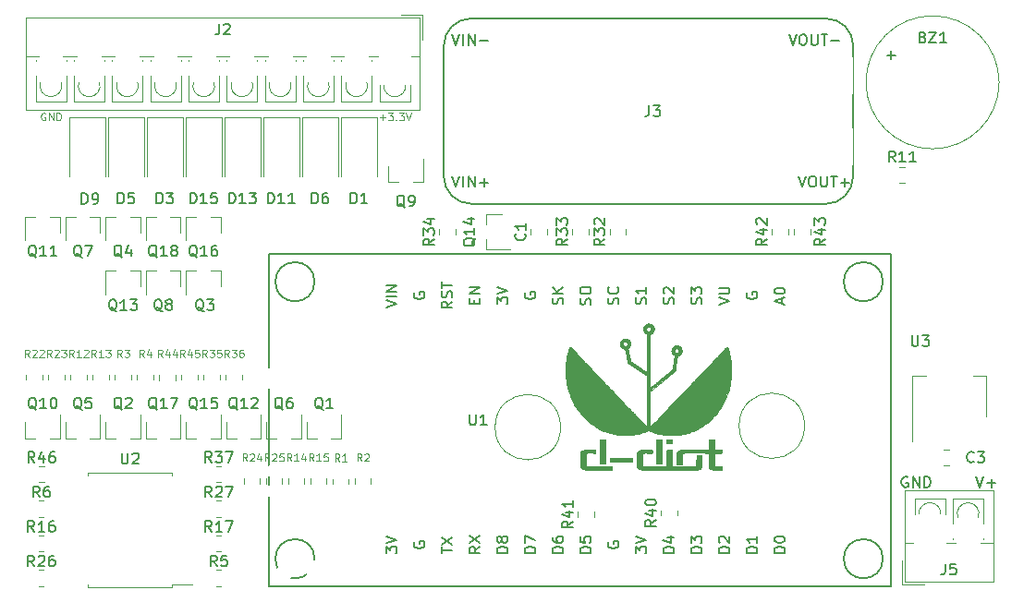
<source format=gto>
G04 #@! TF.GenerationSoftware,KiCad,Pcbnew,5.1.12-84ad8e8a86~92~ubuntu20.04.1*
G04 #@! TF.CreationDate,2022-01-06T20:01:19+01:00*
G04 #@! TF.ProjectId,ESPHome-Thermostat-pcb,45535048-6f6d-4652-9d54-6865726d6f73,1.0*
G04 #@! TF.SameCoordinates,Original*
G04 #@! TF.FileFunction,Legend,Top*
G04 #@! TF.FilePolarity,Positive*
%FSLAX46Y46*%
G04 Gerber Fmt 4.6, Leading zero omitted, Abs format (unit mm)*
G04 Created by KiCad (PCBNEW 5.1.12-84ad8e8a86~92~ubuntu20.04.1) date 2022-01-06 20:01:19*
%MOMM*%
%LPD*%
G01*
G04 APERTURE LIST*
%ADD10C,0.120000*%
%ADD11C,0.150000*%
%ADD12C,0.010000*%
%ADD13C,3.700000*%
%ADD14O,1.700000X1.700000*%
%ADD15R,1.700000X1.700000*%
%ADD16R,0.800000X0.900000*%
%ADD17C,2.600000*%
%ADD18R,2.600000X2.600000*%
%ADD19R,1.500000X2.000000*%
%ADD20R,3.800000X2.000000*%
%ADD21R,0.900000X0.800000*%
%ADD22R,1.800000X2.500000*%
%ADD23C,2.000000*%
%ADD24R,2.000000X2.000000*%
%ADD25R,5.000000X3.500000*%
%ADD26O,3.800000X2.900000*%
%ADD27C,1.524000*%
%ADD28R,2.000000X3.200000*%
G04 APERTURE END LIST*
D10*
X82928000Y-59613000D02*
X83461333Y-59613000D01*
X83194666Y-59879666D02*
X83194666Y-59346333D01*
X83728000Y-59179666D02*
X84161333Y-59179666D01*
X83928000Y-59446333D01*
X84028000Y-59446333D01*
X84094666Y-59479666D01*
X84128000Y-59513000D01*
X84161333Y-59579666D01*
X84161333Y-59746333D01*
X84128000Y-59813000D01*
X84094666Y-59846333D01*
X84028000Y-59879666D01*
X83828000Y-59879666D01*
X83761333Y-59846333D01*
X83728000Y-59813000D01*
X84461333Y-59813000D02*
X84494666Y-59846333D01*
X84461333Y-59879666D01*
X84428000Y-59846333D01*
X84461333Y-59813000D01*
X84461333Y-59879666D01*
X84728000Y-59179666D02*
X85161333Y-59179666D01*
X84928000Y-59446333D01*
X85028000Y-59446333D01*
X85094666Y-59479666D01*
X85128000Y-59513000D01*
X85161333Y-59579666D01*
X85161333Y-59746333D01*
X85128000Y-59813000D01*
X85094666Y-59846333D01*
X85028000Y-59879666D01*
X84828000Y-59879666D01*
X84761333Y-59846333D01*
X84728000Y-59813000D01*
X85361333Y-59179666D02*
X85594666Y-59879666D01*
X85828000Y-59179666D01*
X52298666Y-59213000D02*
X52232000Y-59179666D01*
X52132000Y-59179666D01*
X52032000Y-59213000D01*
X51965333Y-59279666D01*
X51932000Y-59346333D01*
X51898666Y-59479666D01*
X51898666Y-59579666D01*
X51932000Y-59713000D01*
X51965333Y-59779666D01*
X52032000Y-59846333D01*
X52132000Y-59879666D01*
X52198666Y-59879666D01*
X52298666Y-59846333D01*
X52332000Y-59813000D01*
X52332000Y-59579666D01*
X52198666Y-59579666D01*
X52632000Y-59879666D02*
X52632000Y-59179666D01*
X53032000Y-59879666D01*
X53032000Y-59179666D01*
X53365333Y-59879666D02*
X53365333Y-59179666D01*
X53532000Y-59179666D01*
X53632000Y-59213000D01*
X53698666Y-59279666D01*
X53732000Y-59346333D01*
X53765333Y-59479666D01*
X53765333Y-59579666D01*
X53732000Y-59713000D01*
X53698666Y-59779666D01*
X53632000Y-59846333D01*
X53532000Y-59879666D01*
X53365333Y-59879666D01*
X121872000Y-87884000D02*
G75*
G03*
X121872000Y-87884000I-3000000J0D01*
G01*
X99520000Y-88011000D02*
G75*
G03*
X99520000Y-88011000I-3000000J0D01*
G01*
D11*
X137604619Y-92543380D02*
X137937952Y-93543380D01*
X138271285Y-92543380D01*
X138604619Y-93162428D02*
X139366523Y-93162428D01*
X138985571Y-93543380D02*
X138985571Y-92781476D01*
X131318095Y-92591000D02*
X131222857Y-92543380D01*
X131080000Y-92543380D01*
X130937142Y-92591000D01*
X130841904Y-92686238D01*
X130794285Y-92781476D01*
X130746666Y-92971952D01*
X130746666Y-93114809D01*
X130794285Y-93305285D01*
X130841904Y-93400523D01*
X130937142Y-93495761D01*
X131080000Y-93543380D01*
X131175238Y-93543380D01*
X131318095Y-93495761D01*
X131365714Y-93448142D01*
X131365714Y-93114809D01*
X131175238Y-93114809D01*
X131794285Y-93543380D02*
X131794285Y-92543380D01*
X132365714Y-93543380D01*
X132365714Y-92543380D01*
X132841904Y-93543380D02*
X132841904Y-92543380D01*
X133080000Y-92543380D01*
X133222857Y-92591000D01*
X133318095Y-92686238D01*
X133365714Y-92781476D01*
X133413333Y-92971952D01*
X133413333Y-93114809D01*
X133365714Y-93305285D01*
X133318095Y-93400523D01*
X133222857Y-93495761D01*
X133080000Y-93543380D01*
X132841904Y-93543380D01*
D12*
G36*
X107201483Y-90091050D02*
G01*
X107252279Y-90091121D01*
X107308877Y-90091233D01*
X107371684Y-90091376D01*
X107397974Y-90091437D01*
X107459128Y-90091605D01*
X107516949Y-90091813D01*
X107571136Y-90092058D01*
X107621387Y-90092337D01*
X107667403Y-90092648D01*
X107708882Y-90092987D01*
X107745524Y-90093352D01*
X107777027Y-90093740D01*
X107803091Y-90094148D01*
X107823416Y-90094573D01*
X107837700Y-90095013D01*
X107845642Y-90095464D01*
X107847042Y-90095664D01*
X107865749Y-90103655D01*
X107882121Y-90116426D01*
X107889950Y-90125921D01*
X107892227Y-90129439D01*
X107894006Y-90132993D01*
X107895338Y-90137402D01*
X107896277Y-90143489D01*
X107896872Y-90152072D01*
X107897177Y-90163973D01*
X107897244Y-90180014D01*
X107897124Y-90201013D01*
X107896869Y-90227793D01*
X107896803Y-90234213D01*
X107896469Y-90264482D01*
X107896005Y-90288764D01*
X107895193Y-90307845D01*
X107893815Y-90322510D01*
X107891651Y-90333545D01*
X107888482Y-90341735D01*
X107884090Y-90347868D01*
X107878256Y-90352727D01*
X107870760Y-90357099D01*
X107861384Y-90361770D01*
X107861243Y-90361839D01*
X107842075Y-90371217D01*
X107454078Y-90370325D01*
X107392686Y-90370182D01*
X107337698Y-90370060D01*
X107288746Y-90369977D01*
X107245460Y-90369949D01*
X107207471Y-90369990D01*
X107174410Y-90370119D01*
X107145908Y-90370350D01*
X107121597Y-90370700D01*
X107101106Y-90371186D01*
X107084068Y-90371823D01*
X107070112Y-90372627D01*
X107058871Y-90373615D01*
X107049974Y-90374803D01*
X107043053Y-90376207D01*
X107037739Y-90377843D01*
X107033663Y-90379727D01*
X107030455Y-90381876D01*
X107027748Y-90384306D01*
X107025171Y-90387032D01*
X107023172Y-90389207D01*
X107020900Y-90391534D01*
X107018827Y-90393634D01*
X107016943Y-90395809D01*
X107015240Y-90398366D01*
X107013708Y-90401609D01*
X107012339Y-90405843D01*
X107011123Y-90411373D01*
X107010051Y-90418505D01*
X107009114Y-90427542D01*
X107008303Y-90438789D01*
X107007610Y-90452553D01*
X107007024Y-90469137D01*
X107006538Y-90488846D01*
X107006141Y-90511986D01*
X107005825Y-90538861D01*
X107005581Y-90569776D01*
X107005399Y-90605036D01*
X107005271Y-90644946D01*
X107005187Y-90689811D01*
X107005139Y-90739936D01*
X107005118Y-90795626D01*
X107005113Y-90857185D01*
X107005117Y-90924919D01*
X107005120Y-90996347D01*
X107005123Y-91069302D01*
X107005132Y-91135793D01*
X107005152Y-91196130D01*
X107005185Y-91250621D01*
X107005235Y-91299575D01*
X107005305Y-91343301D01*
X107005399Y-91382109D01*
X107005519Y-91416308D01*
X107005669Y-91446208D01*
X107005851Y-91472116D01*
X107006071Y-91494343D01*
X107006329Y-91513197D01*
X107006631Y-91528988D01*
X107006978Y-91542026D01*
X107007375Y-91552618D01*
X107007825Y-91561074D01*
X107008330Y-91567704D01*
X107008894Y-91572817D01*
X107009521Y-91576721D01*
X107010213Y-91579727D01*
X107010974Y-91582142D01*
X107011290Y-91582990D01*
X107020759Y-91599966D01*
X107034327Y-91611736D01*
X107052598Y-91618810D01*
X107054295Y-91619191D01*
X107058473Y-91619574D01*
X107067403Y-91619934D01*
X107081190Y-91620271D01*
X107099942Y-91620585D01*
X107123766Y-91620878D01*
X107152769Y-91621149D01*
X107187058Y-91621399D01*
X107226739Y-91621628D01*
X107271920Y-91621837D01*
X107322708Y-91622025D01*
X107379209Y-91622194D01*
X107441531Y-91622343D01*
X107509781Y-91622473D01*
X107584065Y-91622584D01*
X107664490Y-91622677D01*
X107751164Y-91622752D01*
X107844194Y-91622810D01*
X107943686Y-91622850D01*
X108049747Y-91622873D01*
X108151674Y-91622880D01*
X109231854Y-91622880D01*
X109231928Y-90888820D01*
X109231938Y-90805684D01*
X109231952Y-90729052D01*
X109231973Y-90658653D01*
X109232002Y-90594218D01*
X109232043Y-90535475D01*
X109232096Y-90482156D01*
X109232165Y-90433989D01*
X109232252Y-90390705D01*
X109232358Y-90352035D01*
X109232487Y-90317707D01*
X109232641Y-90287452D01*
X109232821Y-90260999D01*
X109233030Y-90238080D01*
X109233271Y-90218423D01*
X109233545Y-90201758D01*
X109233855Y-90187816D01*
X109234203Y-90176327D01*
X109234592Y-90167020D01*
X109235023Y-90159625D01*
X109235499Y-90153873D01*
X109236022Y-90149492D01*
X109236594Y-90146214D01*
X109237218Y-90143768D01*
X109237896Y-90141885D01*
X109238190Y-90141213D01*
X109246636Y-90127826D01*
X109258828Y-90114684D01*
X109272723Y-90103622D01*
X109286278Y-90096471D01*
X109289033Y-90095599D01*
X109295582Y-90094692D01*
X109307958Y-90093953D01*
X109326303Y-90093380D01*
X109350758Y-90092971D01*
X109381465Y-90092724D01*
X109418566Y-90092638D01*
X109462202Y-90092710D01*
X109495080Y-90092846D01*
X109687360Y-90093800D01*
X109703339Y-90103193D01*
X109714868Y-90111790D01*
X109726036Y-90122978D01*
X109730432Y-90128593D01*
X109741547Y-90144600D01*
X109742416Y-90878249D01*
X109743286Y-91611898D01*
X110038750Y-91614223D01*
X110070801Y-91614442D01*
X110109159Y-91614645D01*
X110153358Y-91614832D01*
X110202933Y-91615003D01*
X110257418Y-91615157D01*
X110316345Y-91615293D01*
X110379250Y-91615411D01*
X110445667Y-91615511D01*
X110515129Y-91615591D01*
X110587170Y-91615652D01*
X110661325Y-91615692D01*
X110737127Y-91615711D01*
X110814110Y-91615709D01*
X110891809Y-91615685D01*
X110969757Y-91615639D01*
X111047489Y-91615570D01*
X111121614Y-91615481D01*
X111909014Y-91614413D01*
X111923692Y-91606579D01*
X111935240Y-91598522D01*
X111943191Y-91587601D01*
X111945484Y-91582872D01*
X111946990Y-91579062D01*
X111948362Y-91574441D01*
X111949612Y-91568682D01*
X111950746Y-91561462D01*
X111951772Y-91552457D01*
X111952701Y-91541341D01*
X111953539Y-91527791D01*
X111954295Y-91511482D01*
X111954978Y-91492089D01*
X111955596Y-91469288D01*
X111956157Y-91442755D01*
X111956670Y-91412165D01*
X111957143Y-91377193D01*
X111957585Y-91337516D01*
X111958004Y-91292808D01*
X111958408Y-91242745D01*
X111958805Y-91187003D01*
X111959205Y-91125258D01*
X111959615Y-91057184D01*
X111959772Y-91030213D01*
X111960123Y-90968016D01*
X111960435Y-90912229D01*
X111960728Y-90862490D01*
X111961023Y-90818436D01*
X111961341Y-90779703D01*
X111961701Y-90745931D01*
X111962125Y-90716755D01*
X111962634Y-90691812D01*
X111963248Y-90670742D01*
X111963987Y-90653179D01*
X111964872Y-90638763D01*
X111965925Y-90627129D01*
X111967165Y-90617916D01*
X111968613Y-90610761D01*
X111970289Y-90605300D01*
X111972215Y-90601171D01*
X111974412Y-90598012D01*
X111976898Y-90595460D01*
X111979696Y-90593152D01*
X111982826Y-90590724D01*
X111984859Y-90589071D01*
X111989837Y-90585041D01*
X111994816Y-90581609D01*
X112000358Y-90578728D01*
X112007026Y-90576349D01*
X112015383Y-90574426D01*
X112025991Y-90572908D01*
X112039414Y-90571750D01*
X112056213Y-90570901D01*
X112076952Y-90570314D01*
X112102193Y-90569942D01*
X112132499Y-90569735D01*
X112168432Y-90569646D01*
X112210556Y-90569627D01*
X112212197Y-90569627D01*
X112254166Y-90569641D01*
X112289933Y-90569716D01*
X112320068Y-90569898D01*
X112345142Y-90570235D01*
X112365725Y-90570772D01*
X112382389Y-90571557D01*
X112395703Y-90572638D01*
X112406240Y-90574060D01*
X112414569Y-90575871D01*
X112421261Y-90578117D01*
X112426886Y-90580846D01*
X112432017Y-90584104D01*
X112437223Y-90587939D01*
X112437490Y-90588143D01*
X112441038Y-90590675D01*
X112444212Y-90592807D01*
X112447033Y-90594911D01*
X112449523Y-90597356D01*
X112451704Y-90600512D01*
X112453596Y-90604751D01*
X112455222Y-90610442D01*
X112456604Y-90617956D01*
X112457763Y-90627663D01*
X112458720Y-90639933D01*
X112459498Y-90655137D01*
X112460117Y-90673645D01*
X112460601Y-90695827D01*
X112460969Y-90722053D01*
X112461245Y-90752695D01*
X112461449Y-90788121D01*
X112461603Y-90828704D01*
X112461729Y-90874812D01*
X112461848Y-90926816D01*
X112461983Y-90985086D01*
X112462041Y-91008200D01*
X112462202Y-91079763D01*
X112462292Y-91144923D01*
X112462296Y-91204051D01*
X112462201Y-91257517D01*
X112461994Y-91305692D01*
X112461661Y-91348945D01*
X112461187Y-91387647D01*
X112460559Y-91422169D01*
X112459764Y-91452881D01*
X112458788Y-91480153D01*
X112457617Y-91504356D01*
X112456237Y-91525860D01*
X112454635Y-91545035D01*
X112452797Y-91562252D01*
X112450710Y-91577881D01*
X112448358Y-91592293D01*
X112445730Y-91605857D01*
X112442811Y-91618945D01*
X112439587Y-91631927D01*
X112438854Y-91634733D01*
X112424038Y-91679974D01*
X112404528Y-91720609D01*
X112380198Y-91756751D01*
X112350923Y-91788513D01*
X112316575Y-91816004D01*
X112277031Y-91839338D01*
X112232162Y-91858627D01*
X112181843Y-91873981D01*
X112164572Y-91878081D01*
X112130831Y-91884859D01*
X112095933Y-91890340D01*
X112058425Y-91894697D01*
X112016854Y-91898102D01*
X111977492Y-91900366D01*
X111968076Y-91900656D01*
X111952089Y-91900939D01*
X111929735Y-91901213D01*
X111901217Y-91901480D01*
X111866738Y-91901738D01*
X111826502Y-91901988D01*
X111780710Y-91902229D01*
X111729568Y-91902461D01*
X111673276Y-91902684D01*
X111612040Y-91902898D01*
X111546061Y-91903102D01*
X111475543Y-91903297D01*
X111400689Y-91903482D01*
X111321702Y-91903657D01*
X111238785Y-91903823D01*
X111152142Y-91903978D01*
X111061975Y-91904122D01*
X110968487Y-91904256D01*
X110871882Y-91904379D01*
X110772363Y-91904492D01*
X110670133Y-91904593D01*
X110565395Y-91904683D01*
X110458351Y-91904761D01*
X110349206Y-91904828D01*
X110238162Y-91904883D01*
X110125423Y-91904926D01*
X110011191Y-91904957D01*
X109895670Y-91904976D01*
X109779062Y-91904982D01*
X109661571Y-91904976D01*
X109543400Y-91904957D01*
X109424752Y-91904924D01*
X109305831Y-91904879D01*
X109186838Y-91904820D01*
X109067978Y-91904748D01*
X108949453Y-91904662D01*
X108831467Y-91904562D01*
X108714223Y-91904449D01*
X108597923Y-91904321D01*
X108482772Y-91904178D01*
X108368971Y-91904021D01*
X108256724Y-91903850D01*
X108146235Y-91903663D01*
X108126107Y-91903627D01*
X108037160Y-91903461D01*
X107949890Y-91903284D01*
X107864546Y-91903099D01*
X107781374Y-91902907D01*
X107700621Y-91902707D01*
X107622535Y-91902502D01*
X107547363Y-91902292D01*
X107475352Y-91902077D01*
X107406748Y-91901860D01*
X107341800Y-91901640D01*
X107280754Y-91901419D01*
X107223858Y-91901198D01*
X107171358Y-91900977D01*
X107123502Y-91900757D01*
X107080537Y-91900540D01*
X107042710Y-91900326D01*
X107010269Y-91900116D01*
X106983460Y-91899912D01*
X106962531Y-91899713D01*
X106947728Y-91899521D01*
X106939299Y-91899337D01*
X106937387Y-91899228D01*
X106928813Y-91897958D01*
X106915321Y-91896159D01*
X106898721Y-91894066D01*
X106880825Y-91891912D01*
X106879814Y-91891793D01*
X106820162Y-91882802D01*
X106766250Y-91870381D01*
X106717889Y-91854378D01*
X106674892Y-91834642D01*
X106637070Y-91811022D01*
X106604236Y-91783365D01*
X106576203Y-91751520D01*
X106552781Y-91715335D01*
X106533784Y-91674659D01*
X106519023Y-91629340D01*
X106510978Y-91594093D01*
X106509371Y-91585466D01*
X106507912Y-91576807D01*
X106506593Y-91567767D01*
X106505407Y-91557997D01*
X106504348Y-91547148D01*
X106503408Y-91534873D01*
X106502580Y-91520822D01*
X106501857Y-91504646D01*
X106501233Y-91485998D01*
X106500699Y-91464528D01*
X106500250Y-91439888D01*
X106499877Y-91411728D01*
X106499574Y-91379701D01*
X106499334Y-91343458D01*
X106499150Y-91302650D01*
X106499014Y-91256929D01*
X106498921Y-91205945D01*
X106498861Y-91149351D01*
X106498829Y-91086797D01*
X106498818Y-91017935D01*
X106498818Y-90993448D01*
X106498826Y-90923661D01*
X106498851Y-90860306D01*
X106498897Y-90803044D01*
X106498966Y-90751532D01*
X106499062Y-90705431D01*
X106499189Y-90664400D01*
X106499349Y-90628097D01*
X106499545Y-90596182D01*
X106499782Y-90568315D01*
X106500062Y-90544154D01*
X106500388Y-90523359D01*
X106500765Y-90505590D01*
X106501194Y-90490504D01*
X106501680Y-90477763D01*
X106502225Y-90467024D01*
X106502833Y-90457947D01*
X106503507Y-90450191D01*
X106504073Y-90444911D01*
X106511864Y-90393971D01*
X106522860Y-90348517D01*
X106537304Y-90307942D01*
X106555439Y-90271640D01*
X106577509Y-90239005D01*
X106594840Y-90218650D01*
X106626017Y-90189759D01*
X106662250Y-90164813D01*
X106703683Y-90143745D01*
X106750462Y-90126486D01*
X106802733Y-90112969D01*
X106832316Y-90107364D01*
X106846591Y-90104971D01*
X106859766Y-90102814D01*
X106872246Y-90100882D01*
X106884438Y-90099163D01*
X106896749Y-90097647D01*
X106909583Y-90096321D01*
X106923348Y-90095174D01*
X106938449Y-90094196D01*
X106955292Y-90093373D01*
X106974284Y-90092696D01*
X106995829Y-90092152D01*
X107020335Y-90091730D01*
X107048208Y-90091418D01*
X107079853Y-90091206D01*
X107115677Y-90091082D01*
X107156085Y-90091034D01*
X107201483Y-90091050D01*
G37*
X107201483Y-90091050D02*
X107252279Y-90091121D01*
X107308877Y-90091233D01*
X107371684Y-90091376D01*
X107397974Y-90091437D01*
X107459128Y-90091605D01*
X107516949Y-90091813D01*
X107571136Y-90092058D01*
X107621387Y-90092337D01*
X107667403Y-90092648D01*
X107708882Y-90092987D01*
X107745524Y-90093352D01*
X107777027Y-90093740D01*
X107803091Y-90094148D01*
X107823416Y-90094573D01*
X107837700Y-90095013D01*
X107845642Y-90095464D01*
X107847042Y-90095664D01*
X107865749Y-90103655D01*
X107882121Y-90116426D01*
X107889950Y-90125921D01*
X107892227Y-90129439D01*
X107894006Y-90132993D01*
X107895338Y-90137402D01*
X107896277Y-90143489D01*
X107896872Y-90152072D01*
X107897177Y-90163973D01*
X107897244Y-90180014D01*
X107897124Y-90201013D01*
X107896869Y-90227793D01*
X107896803Y-90234213D01*
X107896469Y-90264482D01*
X107896005Y-90288764D01*
X107895193Y-90307845D01*
X107893815Y-90322510D01*
X107891651Y-90333545D01*
X107888482Y-90341735D01*
X107884090Y-90347868D01*
X107878256Y-90352727D01*
X107870760Y-90357099D01*
X107861384Y-90361770D01*
X107861243Y-90361839D01*
X107842075Y-90371217D01*
X107454078Y-90370325D01*
X107392686Y-90370182D01*
X107337698Y-90370060D01*
X107288746Y-90369977D01*
X107245460Y-90369949D01*
X107207471Y-90369990D01*
X107174410Y-90370119D01*
X107145908Y-90370350D01*
X107121597Y-90370700D01*
X107101106Y-90371186D01*
X107084068Y-90371823D01*
X107070112Y-90372627D01*
X107058871Y-90373615D01*
X107049974Y-90374803D01*
X107043053Y-90376207D01*
X107037739Y-90377843D01*
X107033663Y-90379727D01*
X107030455Y-90381876D01*
X107027748Y-90384306D01*
X107025171Y-90387032D01*
X107023172Y-90389207D01*
X107020900Y-90391534D01*
X107018827Y-90393634D01*
X107016943Y-90395809D01*
X107015240Y-90398366D01*
X107013708Y-90401609D01*
X107012339Y-90405843D01*
X107011123Y-90411373D01*
X107010051Y-90418505D01*
X107009114Y-90427542D01*
X107008303Y-90438789D01*
X107007610Y-90452553D01*
X107007024Y-90469137D01*
X107006538Y-90488846D01*
X107006141Y-90511986D01*
X107005825Y-90538861D01*
X107005581Y-90569776D01*
X107005399Y-90605036D01*
X107005271Y-90644946D01*
X107005187Y-90689811D01*
X107005139Y-90739936D01*
X107005118Y-90795626D01*
X107005113Y-90857185D01*
X107005117Y-90924919D01*
X107005120Y-90996347D01*
X107005123Y-91069302D01*
X107005132Y-91135793D01*
X107005152Y-91196130D01*
X107005185Y-91250621D01*
X107005235Y-91299575D01*
X107005305Y-91343301D01*
X107005399Y-91382109D01*
X107005519Y-91416308D01*
X107005669Y-91446208D01*
X107005851Y-91472116D01*
X107006071Y-91494343D01*
X107006329Y-91513197D01*
X107006631Y-91528988D01*
X107006978Y-91542026D01*
X107007375Y-91552618D01*
X107007825Y-91561074D01*
X107008330Y-91567704D01*
X107008894Y-91572817D01*
X107009521Y-91576721D01*
X107010213Y-91579727D01*
X107010974Y-91582142D01*
X107011290Y-91582990D01*
X107020759Y-91599966D01*
X107034327Y-91611736D01*
X107052598Y-91618810D01*
X107054295Y-91619191D01*
X107058473Y-91619574D01*
X107067403Y-91619934D01*
X107081190Y-91620271D01*
X107099942Y-91620585D01*
X107123766Y-91620878D01*
X107152769Y-91621149D01*
X107187058Y-91621399D01*
X107226739Y-91621628D01*
X107271920Y-91621837D01*
X107322708Y-91622025D01*
X107379209Y-91622194D01*
X107441531Y-91622343D01*
X107509781Y-91622473D01*
X107584065Y-91622584D01*
X107664490Y-91622677D01*
X107751164Y-91622752D01*
X107844194Y-91622810D01*
X107943686Y-91622850D01*
X108049747Y-91622873D01*
X108151674Y-91622880D01*
X109231854Y-91622880D01*
X109231928Y-90888820D01*
X109231938Y-90805684D01*
X109231952Y-90729052D01*
X109231973Y-90658653D01*
X109232002Y-90594218D01*
X109232043Y-90535475D01*
X109232096Y-90482156D01*
X109232165Y-90433989D01*
X109232252Y-90390705D01*
X109232358Y-90352035D01*
X109232487Y-90317707D01*
X109232641Y-90287452D01*
X109232821Y-90260999D01*
X109233030Y-90238080D01*
X109233271Y-90218423D01*
X109233545Y-90201758D01*
X109233855Y-90187816D01*
X109234203Y-90176327D01*
X109234592Y-90167020D01*
X109235023Y-90159625D01*
X109235499Y-90153873D01*
X109236022Y-90149492D01*
X109236594Y-90146214D01*
X109237218Y-90143768D01*
X109237896Y-90141885D01*
X109238190Y-90141213D01*
X109246636Y-90127826D01*
X109258828Y-90114684D01*
X109272723Y-90103622D01*
X109286278Y-90096471D01*
X109289033Y-90095599D01*
X109295582Y-90094692D01*
X109307958Y-90093953D01*
X109326303Y-90093380D01*
X109350758Y-90092971D01*
X109381465Y-90092724D01*
X109418566Y-90092638D01*
X109462202Y-90092710D01*
X109495080Y-90092846D01*
X109687360Y-90093800D01*
X109703339Y-90103193D01*
X109714868Y-90111790D01*
X109726036Y-90122978D01*
X109730432Y-90128593D01*
X109741547Y-90144600D01*
X109742416Y-90878249D01*
X109743286Y-91611898D01*
X110038750Y-91614223D01*
X110070801Y-91614442D01*
X110109159Y-91614645D01*
X110153358Y-91614832D01*
X110202933Y-91615003D01*
X110257418Y-91615157D01*
X110316345Y-91615293D01*
X110379250Y-91615411D01*
X110445667Y-91615511D01*
X110515129Y-91615591D01*
X110587170Y-91615652D01*
X110661325Y-91615692D01*
X110737127Y-91615711D01*
X110814110Y-91615709D01*
X110891809Y-91615685D01*
X110969757Y-91615639D01*
X111047489Y-91615570D01*
X111121614Y-91615481D01*
X111909014Y-91614413D01*
X111923692Y-91606579D01*
X111935240Y-91598522D01*
X111943191Y-91587601D01*
X111945484Y-91582872D01*
X111946990Y-91579062D01*
X111948362Y-91574441D01*
X111949612Y-91568682D01*
X111950746Y-91561462D01*
X111951772Y-91552457D01*
X111952701Y-91541341D01*
X111953539Y-91527791D01*
X111954295Y-91511482D01*
X111954978Y-91492089D01*
X111955596Y-91469288D01*
X111956157Y-91442755D01*
X111956670Y-91412165D01*
X111957143Y-91377193D01*
X111957585Y-91337516D01*
X111958004Y-91292808D01*
X111958408Y-91242745D01*
X111958805Y-91187003D01*
X111959205Y-91125258D01*
X111959615Y-91057184D01*
X111959772Y-91030213D01*
X111960123Y-90968016D01*
X111960435Y-90912229D01*
X111960728Y-90862490D01*
X111961023Y-90818436D01*
X111961341Y-90779703D01*
X111961701Y-90745931D01*
X111962125Y-90716755D01*
X111962634Y-90691812D01*
X111963248Y-90670742D01*
X111963987Y-90653179D01*
X111964872Y-90638763D01*
X111965925Y-90627129D01*
X111967165Y-90617916D01*
X111968613Y-90610761D01*
X111970289Y-90605300D01*
X111972215Y-90601171D01*
X111974412Y-90598012D01*
X111976898Y-90595460D01*
X111979696Y-90593152D01*
X111982826Y-90590724D01*
X111984859Y-90589071D01*
X111989837Y-90585041D01*
X111994816Y-90581609D01*
X112000358Y-90578728D01*
X112007026Y-90576349D01*
X112015383Y-90574426D01*
X112025991Y-90572908D01*
X112039414Y-90571750D01*
X112056213Y-90570901D01*
X112076952Y-90570314D01*
X112102193Y-90569942D01*
X112132499Y-90569735D01*
X112168432Y-90569646D01*
X112210556Y-90569627D01*
X112212197Y-90569627D01*
X112254166Y-90569641D01*
X112289933Y-90569716D01*
X112320068Y-90569898D01*
X112345142Y-90570235D01*
X112365725Y-90570772D01*
X112382389Y-90571557D01*
X112395703Y-90572638D01*
X112406240Y-90574060D01*
X112414569Y-90575871D01*
X112421261Y-90578117D01*
X112426886Y-90580846D01*
X112432017Y-90584104D01*
X112437223Y-90587939D01*
X112437490Y-90588143D01*
X112441038Y-90590675D01*
X112444212Y-90592807D01*
X112447033Y-90594911D01*
X112449523Y-90597356D01*
X112451704Y-90600512D01*
X112453596Y-90604751D01*
X112455222Y-90610442D01*
X112456604Y-90617956D01*
X112457763Y-90627663D01*
X112458720Y-90639933D01*
X112459498Y-90655137D01*
X112460117Y-90673645D01*
X112460601Y-90695827D01*
X112460969Y-90722053D01*
X112461245Y-90752695D01*
X112461449Y-90788121D01*
X112461603Y-90828704D01*
X112461729Y-90874812D01*
X112461848Y-90926816D01*
X112461983Y-90985086D01*
X112462041Y-91008200D01*
X112462202Y-91079763D01*
X112462292Y-91144923D01*
X112462296Y-91204051D01*
X112462201Y-91257517D01*
X112461994Y-91305692D01*
X112461661Y-91348945D01*
X112461187Y-91387647D01*
X112460559Y-91422169D01*
X112459764Y-91452881D01*
X112458788Y-91480153D01*
X112457617Y-91504356D01*
X112456237Y-91525860D01*
X112454635Y-91545035D01*
X112452797Y-91562252D01*
X112450710Y-91577881D01*
X112448358Y-91592293D01*
X112445730Y-91605857D01*
X112442811Y-91618945D01*
X112439587Y-91631927D01*
X112438854Y-91634733D01*
X112424038Y-91679974D01*
X112404528Y-91720609D01*
X112380198Y-91756751D01*
X112350923Y-91788513D01*
X112316575Y-91816004D01*
X112277031Y-91839338D01*
X112232162Y-91858627D01*
X112181843Y-91873981D01*
X112164572Y-91878081D01*
X112130831Y-91884859D01*
X112095933Y-91890340D01*
X112058425Y-91894697D01*
X112016854Y-91898102D01*
X111977492Y-91900366D01*
X111968076Y-91900656D01*
X111952089Y-91900939D01*
X111929735Y-91901213D01*
X111901217Y-91901480D01*
X111866738Y-91901738D01*
X111826502Y-91901988D01*
X111780710Y-91902229D01*
X111729568Y-91902461D01*
X111673276Y-91902684D01*
X111612040Y-91902898D01*
X111546061Y-91903102D01*
X111475543Y-91903297D01*
X111400689Y-91903482D01*
X111321702Y-91903657D01*
X111238785Y-91903823D01*
X111152142Y-91903978D01*
X111061975Y-91904122D01*
X110968487Y-91904256D01*
X110871882Y-91904379D01*
X110772363Y-91904492D01*
X110670133Y-91904593D01*
X110565395Y-91904683D01*
X110458351Y-91904761D01*
X110349206Y-91904828D01*
X110238162Y-91904883D01*
X110125423Y-91904926D01*
X110011191Y-91904957D01*
X109895670Y-91904976D01*
X109779062Y-91904982D01*
X109661571Y-91904976D01*
X109543400Y-91904957D01*
X109424752Y-91904924D01*
X109305831Y-91904879D01*
X109186838Y-91904820D01*
X109067978Y-91904748D01*
X108949453Y-91904662D01*
X108831467Y-91904562D01*
X108714223Y-91904449D01*
X108597923Y-91904321D01*
X108482772Y-91904178D01*
X108368971Y-91904021D01*
X108256724Y-91903850D01*
X108146235Y-91903663D01*
X108126107Y-91903627D01*
X108037160Y-91903461D01*
X107949890Y-91903284D01*
X107864546Y-91903099D01*
X107781374Y-91902907D01*
X107700621Y-91902707D01*
X107622535Y-91902502D01*
X107547363Y-91902292D01*
X107475352Y-91902077D01*
X107406748Y-91901860D01*
X107341800Y-91901640D01*
X107280754Y-91901419D01*
X107223858Y-91901198D01*
X107171358Y-91900977D01*
X107123502Y-91900757D01*
X107080537Y-91900540D01*
X107042710Y-91900326D01*
X107010269Y-91900116D01*
X106983460Y-91899912D01*
X106962531Y-91899713D01*
X106947728Y-91899521D01*
X106939299Y-91899337D01*
X106937387Y-91899228D01*
X106928813Y-91897958D01*
X106915321Y-91896159D01*
X106898721Y-91894066D01*
X106880825Y-91891912D01*
X106879814Y-91891793D01*
X106820162Y-91882802D01*
X106766250Y-91870381D01*
X106717889Y-91854378D01*
X106674892Y-91834642D01*
X106637070Y-91811022D01*
X106604236Y-91783365D01*
X106576203Y-91751520D01*
X106552781Y-91715335D01*
X106533784Y-91674659D01*
X106519023Y-91629340D01*
X106510978Y-91594093D01*
X106509371Y-91585466D01*
X106507912Y-91576807D01*
X106506593Y-91567767D01*
X106505407Y-91557997D01*
X106504348Y-91547148D01*
X106503408Y-91534873D01*
X106502580Y-91520822D01*
X106501857Y-91504646D01*
X106501233Y-91485998D01*
X106500699Y-91464528D01*
X106500250Y-91439888D01*
X106499877Y-91411728D01*
X106499574Y-91379701D01*
X106499334Y-91343458D01*
X106499150Y-91302650D01*
X106499014Y-91256929D01*
X106498921Y-91205945D01*
X106498861Y-91149351D01*
X106498829Y-91086797D01*
X106498818Y-91017935D01*
X106498818Y-90993448D01*
X106498826Y-90923661D01*
X106498851Y-90860306D01*
X106498897Y-90803044D01*
X106498966Y-90751532D01*
X106499062Y-90705431D01*
X106499189Y-90664400D01*
X106499349Y-90628097D01*
X106499545Y-90596182D01*
X106499782Y-90568315D01*
X106500062Y-90544154D01*
X106500388Y-90523359D01*
X106500765Y-90505590D01*
X106501194Y-90490504D01*
X106501680Y-90477763D01*
X106502225Y-90467024D01*
X106502833Y-90457947D01*
X106503507Y-90450191D01*
X106504073Y-90444911D01*
X106511864Y-90393971D01*
X106522860Y-90348517D01*
X106537304Y-90307942D01*
X106555439Y-90271640D01*
X106577509Y-90239005D01*
X106594840Y-90218650D01*
X106626017Y-90189759D01*
X106662250Y-90164813D01*
X106703683Y-90143745D01*
X106750462Y-90126486D01*
X106802733Y-90112969D01*
X106832316Y-90107364D01*
X106846591Y-90104971D01*
X106859766Y-90102814D01*
X106872246Y-90100882D01*
X106884438Y-90099163D01*
X106896749Y-90097647D01*
X106909583Y-90096321D01*
X106923348Y-90095174D01*
X106938449Y-90094196D01*
X106955292Y-90093373D01*
X106974284Y-90092696D01*
X106995829Y-90092152D01*
X107020335Y-90091730D01*
X107048208Y-90091418D01*
X107079853Y-90091206D01*
X107115677Y-90091082D01*
X107156085Y-90091034D01*
X107201483Y-90091050D01*
G36*
X102003266Y-90089317D02*
G01*
X102050055Y-90089429D01*
X102102485Y-90089648D01*
X102160859Y-90089975D01*
X102225480Y-90090408D01*
X102277334Y-90090795D01*
X102670187Y-90093841D01*
X102684154Y-90101292D01*
X102698673Y-90111341D01*
X102710491Y-90123886D01*
X102717823Y-90136968D01*
X102718448Y-90138934D01*
X102719136Y-90144699D01*
X102719753Y-90156223D01*
X102720272Y-90172493D01*
X102720669Y-90192497D01*
X102720915Y-90215221D01*
X102720987Y-90236292D01*
X102720987Y-90324598D01*
X102711658Y-90338690D01*
X102698626Y-90352774D01*
X102684565Y-90361899D01*
X102666800Y-90371017D01*
X102277334Y-90370228D01*
X102215692Y-90370100D01*
X102160458Y-90369992D01*
X102111264Y-90369921D01*
X102067744Y-90369902D01*
X102029531Y-90369954D01*
X101996259Y-90370092D01*
X101967561Y-90370334D01*
X101943071Y-90370696D01*
X101922422Y-90371196D01*
X101905249Y-90371849D01*
X101891183Y-90372674D01*
X101879860Y-90373686D01*
X101870911Y-90374903D01*
X101863972Y-90376341D01*
X101858675Y-90378018D01*
X101854653Y-90379949D01*
X101851541Y-90382153D01*
X101848972Y-90384645D01*
X101846579Y-90387442D01*
X101844385Y-90390103D01*
X101842182Y-90392618D01*
X101840171Y-90394892D01*
X101838344Y-90397233D01*
X101836693Y-90399945D01*
X101835209Y-90403336D01*
X101833882Y-90407711D01*
X101832704Y-90413377D01*
X101831666Y-90420640D01*
X101830760Y-90429806D01*
X101829976Y-90441183D01*
X101829305Y-90455074D01*
X101828739Y-90471788D01*
X101828269Y-90491631D01*
X101827887Y-90514908D01*
X101827582Y-90541925D01*
X101827347Y-90572990D01*
X101827173Y-90608409D01*
X101827050Y-90648486D01*
X101826970Y-90693530D01*
X101826925Y-90743846D01*
X101826904Y-90799740D01*
X101826900Y-90861519D01*
X101826904Y-90929489D01*
X101826907Y-90996347D01*
X101826909Y-91069302D01*
X101826919Y-91135793D01*
X101826939Y-91196130D01*
X101826972Y-91250621D01*
X101827022Y-91299575D01*
X101827092Y-91343301D01*
X101827186Y-91382109D01*
X101827306Y-91416308D01*
X101827455Y-91446208D01*
X101827638Y-91472116D01*
X101827857Y-91494343D01*
X101828116Y-91513197D01*
X101828418Y-91528988D01*
X101828765Y-91542026D01*
X101829162Y-91552618D01*
X101829611Y-91561074D01*
X101830117Y-91567704D01*
X101830681Y-91572817D01*
X101831308Y-91576721D01*
X101832000Y-91579727D01*
X101832761Y-91582142D01*
X101833077Y-91582990D01*
X101842545Y-91599966D01*
X101856114Y-91611736D01*
X101874384Y-91618810D01*
X101876081Y-91619191D01*
X101880199Y-91619564D01*
X101889047Y-91619915D01*
X101902729Y-91620244D01*
X101921350Y-91620552D01*
X101945015Y-91620840D01*
X101973830Y-91621107D01*
X102007899Y-91621354D01*
X102047326Y-91621582D01*
X102092217Y-91621790D01*
X102142677Y-91621979D01*
X102198811Y-91622149D01*
X102260722Y-91622301D01*
X102328517Y-91622435D01*
X102402300Y-91622551D01*
X102482176Y-91622650D01*
X102568250Y-91622732D01*
X102660626Y-91622797D01*
X102759411Y-91622846D01*
X102864707Y-91622879D01*
X102976621Y-91622896D01*
X103033574Y-91622899D01*
X103147908Y-91622911D01*
X103256654Y-91622942D01*
X103359744Y-91622993D01*
X103457114Y-91623063D01*
X103548695Y-91623152D01*
X103634422Y-91623260D01*
X103714229Y-91623387D01*
X103788048Y-91623532D01*
X103855815Y-91623696D01*
X103917462Y-91623878D01*
X103972922Y-91624077D01*
X104022130Y-91624294D01*
X104065020Y-91624529D01*
X104101524Y-91624781D01*
X104131577Y-91625051D01*
X104155112Y-91625337D01*
X104172063Y-91625640D01*
X104182363Y-91625959D01*
X104185837Y-91626243D01*
X104203367Y-91633312D01*
X104219210Y-91643706D01*
X104231458Y-91655994D01*
X104236630Y-91664409D01*
X104238668Y-91669460D01*
X104240237Y-91675124D01*
X104241397Y-91682324D01*
X104242211Y-91691985D01*
X104242739Y-91705027D01*
X104243043Y-91722376D01*
X104243185Y-91744953D01*
X104243219Y-91763556D01*
X104243216Y-91789822D01*
X104243110Y-91810244D01*
X104242829Y-91825752D01*
X104242304Y-91837274D01*
X104241465Y-91845740D01*
X104240240Y-91852079D01*
X104238561Y-91857220D01*
X104236357Y-91862093D01*
X104235674Y-91863462D01*
X104225976Y-91876547D01*
X104211678Y-91888336D01*
X104194952Y-91897339D01*
X104179855Y-91901789D01*
X104175288Y-91901986D01*
X104164247Y-91902170D01*
X104147028Y-91902341D01*
X104123930Y-91902499D01*
X104095251Y-91902645D01*
X104061289Y-91902779D01*
X104022342Y-91902901D01*
X103978708Y-91903011D01*
X103930685Y-91903109D01*
X103878572Y-91903196D01*
X103822665Y-91903271D01*
X103763264Y-91903335D01*
X103700667Y-91903388D01*
X103635171Y-91903431D01*
X103567074Y-91903463D01*
X103496675Y-91903484D01*
X103424272Y-91903495D01*
X103350162Y-91903496D01*
X103274644Y-91903488D01*
X103198016Y-91903469D01*
X103120576Y-91903441D01*
X103042622Y-91903404D01*
X102964452Y-91903357D01*
X102886364Y-91903302D01*
X102808656Y-91903237D01*
X102731626Y-91903164D01*
X102655572Y-91903083D01*
X102580793Y-91902993D01*
X102507586Y-91902895D01*
X102436249Y-91902789D01*
X102367081Y-91902676D01*
X102300380Y-91902555D01*
X102236443Y-91902426D01*
X102175568Y-91902290D01*
X102118055Y-91902148D01*
X102064200Y-91901998D01*
X102014302Y-91901842D01*
X101968659Y-91901679D01*
X101927569Y-91901510D01*
X101891330Y-91901334D01*
X101860240Y-91901153D01*
X101834597Y-91900966D01*
X101814699Y-91900774D01*
X101800845Y-91900576D01*
X101793332Y-91900372D01*
X101793040Y-91900357D01*
X101727053Y-91895218D01*
X101667044Y-91887309D01*
X101612763Y-91876532D01*
X101563964Y-91862785D01*
X101520397Y-91845968D01*
X101481816Y-91825981D01*
X101447970Y-91802724D01*
X101418613Y-91776097D01*
X101393497Y-91745998D01*
X101386659Y-91736138D01*
X101369222Y-91706042D01*
X101354500Y-91672136D01*
X101342217Y-91633621D01*
X101332093Y-91589702D01*
X101328379Y-91569221D01*
X101327577Y-91564149D01*
X101326848Y-91558678D01*
X101326189Y-91552479D01*
X101325596Y-91545219D01*
X101325067Y-91536568D01*
X101324597Y-91526196D01*
X101324182Y-91513772D01*
X101323821Y-91498966D01*
X101323508Y-91481446D01*
X101323240Y-91460882D01*
X101323015Y-91436943D01*
X101322828Y-91409299D01*
X101322675Y-91377618D01*
X101322555Y-91341572D01*
X101322462Y-91300827D01*
X101322393Y-91255055D01*
X101322346Y-91203924D01*
X101322316Y-91147104D01*
X101322300Y-91084263D01*
X101322294Y-91015072D01*
X101322294Y-90456173D01*
X101330195Y-90412436D01*
X101340699Y-90364321D01*
X101353932Y-90321873D01*
X101370209Y-90284429D01*
X101389844Y-90251326D01*
X101413152Y-90221903D01*
X101428018Y-90206700D01*
X101455394Y-90183538D01*
X101486013Y-90163244D01*
X101520299Y-90145690D01*
X101558672Y-90130748D01*
X101601556Y-90118291D01*
X101649373Y-90108190D01*
X101702545Y-90100318D01*
X101761495Y-90094547D01*
X101808280Y-90091594D01*
X101824053Y-90090937D01*
X101843350Y-90090392D01*
X101866471Y-90089958D01*
X101893721Y-90089634D01*
X101925402Y-90089419D01*
X101961816Y-90089314D01*
X102003266Y-90089317D01*
G37*
X102003266Y-90089317D02*
X102050055Y-90089429D01*
X102102485Y-90089648D01*
X102160859Y-90089975D01*
X102225480Y-90090408D01*
X102277334Y-90090795D01*
X102670187Y-90093841D01*
X102684154Y-90101292D01*
X102698673Y-90111341D01*
X102710491Y-90123886D01*
X102717823Y-90136968D01*
X102718448Y-90138934D01*
X102719136Y-90144699D01*
X102719753Y-90156223D01*
X102720272Y-90172493D01*
X102720669Y-90192497D01*
X102720915Y-90215221D01*
X102720987Y-90236292D01*
X102720987Y-90324598D01*
X102711658Y-90338690D01*
X102698626Y-90352774D01*
X102684565Y-90361899D01*
X102666800Y-90371017D01*
X102277334Y-90370228D01*
X102215692Y-90370100D01*
X102160458Y-90369992D01*
X102111264Y-90369921D01*
X102067744Y-90369902D01*
X102029531Y-90369954D01*
X101996259Y-90370092D01*
X101967561Y-90370334D01*
X101943071Y-90370696D01*
X101922422Y-90371196D01*
X101905249Y-90371849D01*
X101891183Y-90372674D01*
X101879860Y-90373686D01*
X101870911Y-90374903D01*
X101863972Y-90376341D01*
X101858675Y-90378018D01*
X101854653Y-90379949D01*
X101851541Y-90382153D01*
X101848972Y-90384645D01*
X101846579Y-90387442D01*
X101844385Y-90390103D01*
X101842182Y-90392618D01*
X101840171Y-90394892D01*
X101838344Y-90397233D01*
X101836693Y-90399945D01*
X101835209Y-90403336D01*
X101833882Y-90407711D01*
X101832704Y-90413377D01*
X101831666Y-90420640D01*
X101830760Y-90429806D01*
X101829976Y-90441183D01*
X101829305Y-90455074D01*
X101828739Y-90471788D01*
X101828269Y-90491631D01*
X101827887Y-90514908D01*
X101827582Y-90541925D01*
X101827347Y-90572990D01*
X101827173Y-90608409D01*
X101827050Y-90648486D01*
X101826970Y-90693530D01*
X101826925Y-90743846D01*
X101826904Y-90799740D01*
X101826900Y-90861519D01*
X101826904Y-90929489D01*
X101826907Y-90996347D01*
X101826909Y-91069302D01*
X101826919Y-91135793D01*
X101826939Y-91196130D01*
X101826972Y-91250621D01*
X101827022Y-91299575D01*
X101827092Y-91343301D01*
X101827186Y-91382109D01*
X101827306Y-91416308D01*
X101827455Y-91446208D01*
X101827638Y-91472116D01*
X101827857Y-91494343D01*
X101828116Y-91513197D01*
X101828418Y-91528988D01*
X101828765Y-91542026D01*
X101829162Y-91552618D01*
X101829611Y-91561074D01*
X101830117Y-91567704D01*
X101830681Y-91572817D01*
X101831308Y-91576721D01*
X101832000Y-91579727D01*
X101832761Y-91582142D01*
X101833077Y-91582990D01*
X101842545Y-91599966D01*
X101856114Y-91611736D01*
X101874384Y-91618810D01*
X101876081Y-91619191D01*
X101880199Y-91619564D01*
X101889047Y-91619915D01*
X101902729Y-91620244D01*
X101921350Y-91620552D01*
X101945015Y-91620840D01*
X101973830Y-91621107D01*
X102007899Y-91621354D01*
X102047326Y-91621582D01*
X102092217Y-91621790D01*
X102142677Y-91621979D01*
X102198811Y-91622149D01*
X102260722Y-91622301D01*
X102328517Y-91622435D01*
X102402300Y-91622551D01*
X102482176Y-91622650D01*
X102568250Y-91622732D01*
X102660626Y-91622797D01*
X102759411Y-91622846D01*
X102864707Y-91622879D01*
X102976621Y-91622896D01*
X103033574Y-91622899D01*
X103147908Y-91622911D01*
X103256654Y-91622942D01*
X103359744Y-91622993D01*
X103457114Y-91623063D01*
X103548695Y-91623152D01*
X103634422Y-91623260D01*
X103714229Y-91623387D01*
X103788048Y-91623532D01*
X103855815Y-91623696D01*
X103917462Y-91623878D01*
X103972922Y-91624077D01*
X104022130Y-91624294D01*
X104065020Y-91624529D01*
X104101524Y-91624781D01*
X104131577Y-91625051D01*
X104155112Y-91625337D01*
X104172063Y-91625640D01*
X104182363Y-91625959D01*
X104185837Y-91626243D01*
X104203367Y-91633312D01*
X104219210Y-91643706D01*
X104231458Y-91655994D01*
X104236630Y-91664409D01*
X104238668Y-91669460D01*
X104240237Y-91675124D01*
X104241397Y-91682324D01*
X104242211Y-91691985D01*
X104242739Y-91705027D01*
X104243043Y-91722376D01*
X104243185Y-91744953D01*
X104243219Y-91763556D01*
X104243216Y-91789822D01*
X104243110Y-91810244D01*
X104242829Y-91825752D01*
X104242304Y-91837274D01*
X104241465Y-91845740D01*
X104240240Y-91852079D01*
X104238561Y-91857220D01*
X104236357Y-91862093D01*
X104235674Y-91863462D01*
X104225976Y-91876547D01*
X104211678Y-91888336D01*
X104194952Y-91897339D01*
X104179855Y-91901789D01*
X104175288Y-91901986D01*
X104164247Y-91902170D01*
X104147028Y-91902341D01*
X104123930Y-91902499D01*
X104095251Y-91902645D01*
X104061289Y-91902779D01*
X104022342Y-91902901D01*
X103978708Y-91903011D01*
X103930685Y-91903109D01*
X103878572Y-91903196D01*
X103822665Y-91903271D01*
X103763264Y-91903335D01*
X103700667Y-91903388D01*
X103635171Y-91903431D01*
X103567074Y-91903463D01*
X103496675Y-91903484D01*
X103424272Y-91903495D01*
X103350162Y-91903496D01*
X103274644Y-91903488D01*
X103198016Y-91903469D01*
X103120576Y-91903441D01*
X103042622Y-91903404D01*
X102964452Y-91903357D01*
X102886364Y-91903302D01*
X102808656Y-91903237D01*
X102731626Y-91903164D01*
X102655572Y-91903083D01*
X102580793Y-91902993D01*
X102507586Y-91902895D01*
X102436249Y-91902789D01*
X102367081Y-91902676D01*
X102300380Y-91902555D01*
X102236443Y-91902426D01*
X102175568Y-91902290D01*
X102118055Y-91902148D01*
X102064200Y-91901998D01*
X102014302Y-91901842D01*
X101968659Y-91901679D01*
X101927569Y-91901510D01*
X101891330Y-91901334D01*
X101860240Y-91901153D01*
X101834597Y-91900966D01*
X101814699Y-91900774D01*
X101800845Y-91900576D01*
X101793332Y-91900372D01*
X101793040Y-91900357D01*
X101727053Y-91895218D01*
X101667044Y-91887309D01*
X101612763Y-91876532D01*
X101563964Y-91862785D01*
X101520397Y-91845968D01*
X101481816Y-91825981D01*
X101447970Y-91802724D01*
X101418613Y-91776097D01*
X101393497Y-91745998D01*
X101386659Y-91736138D01*
X101369222Y-91706042D01*
X101354500Y-91672136D01*
X101342217Y-91633621D01*
X101332093Y-91589702D01*
X101328379Y-91569221D01*
X101327577Y-91564149D01*
X101326848Y-91558678D01*
X101326189Y-91552479D01*
X101325596Y-91545219D01*
X101325067Y-91536568D01*
X101324597Y-91526196D01*
X101324182Y-91513772D01*
X101323821Y-91498966D01*
X101323508Y-91481446D01*
X101323240Y-91460882D01*
X101323015Y-91436943D01*
X101322828Y-91409299D01*
X101322675Y-91377618D01*
X101322555Y-91341572D01*
X101322462Y-91300827D01*
X101322393Y-91255055D01*
X101322346Y-91203924D01*
X101322316Y-91147104D01*
X101322300Y-91084263D01*
X101322294Y-91015072D01*
X101322294Y-90456173D01*
X101330195Y-90412436D01*
X101340699Y-90364321D01*
X101353932Y-90321873D01*
X101370209Y-90284429D01*
X101389844Y-90251326D01*
X101413152Y-90221903D01*
X101428018Y-90206700D01*
X101455394Y-90183538D01*
X101486013Y-90163244D01*
X101520299Y-90145690D01*
X101558672Y-90130748D01*
X101601556Y-90118291D01*
X101649373Y-90108190D01*
X101702545Y-90100318D01*
X101761495Y-90094547D01*
X101808280Y-90091594D01*
X101824053Y-90090937D01*
X101843350Y-90090392D01*
X101866471Y-90089958D01*
X101893721Y-90089634D01*
X101925402Y-90089419D01*
X101961816Y-90089314D01*
X102003266Y-90089317D01*
G36*
X113452538Y-89113762D02*
G01*
X113479233Y-89113946D01*
X113501347Y-89114363D01*
X113519431Y-89115067D01*
X113534032Y-89116109D01*
X113545698Y-89117541D01*
X113554978Y-89119414D01*
X113562420Y-89121781D01*
X113568574Y-89124693D01*
X113573986Y-89128202D01*
X113579206Y-89132359D01*
X113584782Y-89137218D01*
X113584862Y-89137289D01*
X113600654Y-89151189D01*
X113600654Y-90088720D01*
X113927660Y-90088720D01*
X113989605Y-90088751D01*
X114044929Y-90088848D01*
X114093789Y-90089010D01*
X114136337Y-90089240D01*
X114172727Y-90089539D01*
X114203113Y-90089909D01*
X114227649Y-90090353D01*
X114246489Y-90090870D01*
X114259787Y-90091464D01*
X114267696Y-90092136D01*
X114269516Y-90092459D01*
X114283769Y-90098398D01*
X114298016Y-90108194D01*
X114310026Y-90120027D01*
X114317374Y-90131585D01*
X114318958Y-90138915D01*
X114320241Y-90151828D01*
X114321224Y-90169156D01*
X114321908Y-90189733D01*
X114322291Y-90212391D01*
X114322375Y-90235963D01*
X114322160Y-90259282D01*
X114321645Y-90281180D01*
X114320831Y-90300490D01*
X114319718Y-90316045D01*
X114318306Y-90326677D01*
X114317351Y-90330129D01*
X114307739Y-90344929D01*
X114293038Y-90357866D01*
X114279680Y-90365400D01*
X114277142Y-90366408D01*
X114273992Y-90367302D01*
X114269824Y-90368089D01*
X114264228Y-90368779D01*
X114256797Y-90369379D01*
X114247122Y-90369898D01*
X114234795Y-90370344D01*
X114219408Y-90370725D01*
X114200553Y-90371049D01*
X114177821Y-90371326D01*
X114150804Y-90371562D01*
X114119093Y-90371766D01*
X114082282Y-90371947D01*
X114039960Y-90372113D01*
X113991721Y-90372272D01*
X113937155Y-90372433D01*
X113931609Y-90372448D01*
X113597084Y-90373390D01*
X113598162Y-90963422D01*
X113598309Y-91039629D01*
X113598461Y-91109340D01*
X113598620Y-91172832D01*
X113598788Y-91230383D01*
X113598970Y-91282270D01*
X113599166Y-91328769D01*
X113599380Y-91370159D01*
X113599615Y-91406717D01*
X113599872Y-91438720D01*
X113600155Y-91466445D01*
X113600466Y-91490170D01*
X113600808Y-91510172D01*
X113601183Y-91526728D01*
X113601595Y-91540115D01*
X113602045Y-91550611D01*
X113602536Y-91558493D01*
X113603071Y-91564038D01*
X113603652Y-91567524D01*
X113603847Y-91568247D01*
X113612461Y-91585490D01*
X113625789Y-91599151D01*
X113642416Y-91607861D01*
X113645793Y-91608834D01*
X113651172Y-91609589D01*
X113661111Y-91610255D01*
X113675843Y-91610836D01*
X113695606Y-91611333D01*
X113720634Y-91611751D01*
X113751163Y-91612093D01*
X113787429Y-91612360D01*
X113829667Y-91612557D01*
X113878112Y-91612685D01*
X113933001Y-91612749D01*
X113956907Y-91612757D01*
X114001364Y-91612786D01*
X114044083Y-91612861D01*
X114084550Y-91612977D01*
X114122252Y-91613130D01*
X114156675Y-91613319D01*
X114187306Y-91613537D01*
X114213631Y-91613783D01*
X114235136Y-91614053D01*
X114251308Y-91614342D01*
X114261634Y-91614648D01*
X114265348Y-91614904D01*
X114282414Y-91620196D01*
X114298973Y-91629594D01*
X114312853Y-91641607D01*
X114321167Y-91653231D01*
X114323511Y-91658165D01*
X114325318Y-91663127D01*
X114326658Y-91669039D01*
X114327600Y-91676825D01*
X114328214Y-91687406D01*
X114328570Y-91701705D01*
X114328737Y-91720644D01*
X114328785Y-91745145D01*
X114328787Y-91754093D01*
X114328690Y-91782932D01*
X114328377Y-91805716D01*
X114327813Y-91823162D01*
X114326964Y-91835986D01*
X114325796Y-91844905D01*
X114324273Y-91850635D01*
X114324130Y-91850988D01*
X114315119Y-91866294D01*
X114301949Y-91881067D01*
X114286944Y-91892804D01*
X114283387Y-91894859D01*
X114269520Y-91902280D01*
X113930854Y-91902630D01*
X113882181Y-91902654D01*
X113834494Y-91902628D01*
X113788348Y-91902556D01*
X113744298Y-91902439D01*
X113702902Y-91902280D01*
X113664714Y-91902084D01*
X113630292Y-91901853D01*
X113600192Y-91901589D01*
X113574969Y-91901297D01*
X113555179Y-91900978D01*
X113541380Y-91900637D01*
X113537591Y-91900491D01*
X113470828Y-91896319D01*
X113410384Y-91890149D01*
X113356092Y-91881931D01*
X113307783Y-91871612D01*
X113265290Y-91859143D01*
X113228443Y-91844472D01*
X113197076Y-91827549D01*
X113171019Y-91808322D01*
X113150106Y-91786741D01*
X113146488Y-91782089D01*
X113131148Y-91759064D01*
X113119208Y-91735059D01*
X113110203Y-91708687D01*
X113103662Y-91678560D01*
X113099118Y-91643292D01*
X113098918Y-91641188D01*
X113098359Y-91631911D01*
X113097828Y-91616298D01*
X113097325Y-91594314D01*
X113096849Y-91565922D01*
X113096399Y-91531088D01*
X113095977Y-91489776D01*
X113095581Y-91441950D01*
X113095211Y-91387575D01*
X113094867Y-91326616D01*
X113094548Y-91259037D01*
X113094255Y-91184802D01*
X113093987Y-91103875D01*
X113093743Y-91016223D01*
X113093671Y-90987092D01*
X113092198Y-90373318D01*
X112913779Y-90371550D01*
X112876964Y-90371222D01*
X112834179Y-90370905D01*
X112785862Y-90370600D01*
X112732452Y-90370308D01*
X112674389Y-90370028D01*
X112612110Y-90369762D01*
X112546056Y-90369510D01*
X112476665Y-90369273D01*
X112404375Y-90369052D01*
X112329626Y-90368846D01*
X112252856Y-90368657D01*
X112174504Y-90368484D01*
X112095010Y-90368330D01*
X112014811Y-90368194D01*
X111934347Y-90368077D01*
X111854057Y-90367979D01*
X111774380Y-90367901D01*
X111695754Y-90367844D01*
X111618618Y-90367808D01*
X111543411Y-90367794D01*
X111470573Y-90367802D01*
X111400541Y-90367834D01*
X111333755Y-90367888D01*
X111270654Y-90367967D01*
X111211676Y-90368071D01*
X111157260Y-90368200D01*
X111107845Y-90368355D01*
X111063871Y-90368536D01*
X111025775Y-90368744D01*
X110993997Y-90368980D01*
X110992920Y-90368990D01*
X110942602Y-90369441D01*
X110898608Y-90369849D01*
X110860490Y-90370229D01*
X110827798Y-90370595D01*
X110800085Y-90370962D01*
X110776900Y-90371344D01*
X110757796Y-90371757D01*
X110742323Y-90372214D01*
X110730034Y-90372730D01*
X110720478Y-90373320D01*
X110713207Y-90373998D01*
X110707773Y-90374779D01*
X110703727Y-90375677D01*
X110700619Y-90376707D01*
X110698001Y-90377884D01*
X110696587Y-90378610D01*
X110682606Y-90389338D01*
X110672202Y-90405223D01*
X110666774Y-90419892D01*
X110666179Y-90424962D01*
X110665613Y-90436021D01*
X110665074Y-90453137D01*
X110664561Y-90476381D01*
X110664073Y-90505822D01*
X110663610Y-90541530D01*
X110663171Y-90583576D01*
X110662755Y-90632030D01*
X110662362Y-90686960D01*
X110661990Y-90748437D01*
X110661639Y-90816532D01*
X110661307Y-90891313D01*
X110661232Y-90909987D01*
X110659334Y-91387507D01*
X110651632Y-91398304D01*
X110644333Y-91405693D01*
X110633468Y-91413576D01*
X110624538Y-91418624D01*
X110605147Y-91428147D01*
X110212294Y-91428147D01*
X110195360Y-91419441D01*
X110180246Y-91409149D01*
X110168267Y-91396290D01*
X110158107Y-91381845D01*
X110157104Y-90964729D01*
X110156957Y-90895774D01*
X110156867Y-90833221D01*
X110156842Y-90776697D01*
X110156889Y-90725830D01*
X110157016Y-90680249D01*
X110157231Y-90639580D01*
X110157540Y-90603454D01*
X110157952Y-90571496D01*
X110158474Y-90543336D01*
X110159112Y-90518602D01*
X110159876Y-90496921D01*
X110160771Y-90477921D01*
X110161806Y-90461231D01*
X110162989Y-90446479D01*
X110164325Y-90433292D01*
X110165824Y-90421299D01*
X110167492Y-90410128D01*
X110168341Y-90405033D01*
X110179460Y-90354507D01*
X110194581Y-90309342D01*
X110213796Y-90269369D01*
X110237196Y-90234417D01*
X110264872Y-90204317D01*
X110285525Y-90187027D01*
X110314083Y-90167514D01*
X110344756Y-90150633D01*
X110378292Y-90136136D01*
X110415441Y-90123777D01*
X110456953Y-90113311D01*
X110503576Y-90104491D01*
X110556061Y-90097071D01*
X110561120Y-90096461D01*
X110566223Y-90095886D01*
X110571695Y-90095348D01*
X110577767Y-90094846D01*
X110584670Y-90094379D01*
X110592637Y-90093947D01*
X110601898Y-90093546D01*
X110612684Y-90093177D01*
X110625228Y-90092838D01*
X110639761Y-90092528D01*
X110656514Y-90092245D01*
X110675719Y-90091988D01*
X110697606Y-90091757D01*
X110722408Y-90091549D01*
X110750355Y-90091363D01*
X110781680Y-90091199D01*
X110816613Y-90091054D01*
X110855387Y-90090928D01*
X110898232Y-90090820D01*
X110945380Y-90090728D01*
X110997062Y-90090650D01*
X111053510Y-90090586D01*
X111114955Y-90090535D01*
X111181629Y-90090494D01*
X111253762Y-90090464D01*
X111331587Y-90090441D01*
X111415335Y-90090427D01*
X111505238Y-90090418D01*
X111601525Y-90090414D01*
X111670254Y-90090413D01*
X111756715Y-90090410D01*
X111842504Y-90090402D01*
X111927303Y-90090389D01*
X112010791Y-90090370D01*
X112092651Y-90090347D01*
X112172564Y-90090320D01*
X112250210Y-90090288D01*
X112325273Y-90090251D01*
X112397432Y-90090211D01*
X112466369Y-90090168D01*
X112531765Y-90090121D01*
X112593302Y-90090070D01*
X112650661Y-90090017D01*
X112703523Y-90089961D01*
X112751569Y-90089902D01*
X112794481Y-90089841D01*
X112831941Y-90089777D01*
X112863629Y-90089712D01*
X112889226Y-90089645D01*
X112908415Y-90089576D01*
X112910620Y-90089567D01*
X113092654Y-90088720D01*
X113092654Y-89629718D01*
X113092660Y-89564046D01*
X113092681Y-89504810D01*
X113092722Y-89451675D01*
X113092785Y-89404302D01*
X113092875Y-89362355D01*
X113092995Y-89325498D01*
X113093149Y-89293394D01*
X113093340Y-89265706D01*
X113093573Y-89242096D01*
X113093851Y-89222229D01*
X113094179Y-89205768D01*
X113094558Y-89192375D01*
X113094994Y-89181715D01*
X113095491Y-89173450D01*
X113096051Y-89167243D01*
X113096679Y-89162758D01*
X113097378Y-89159658D01*
X113097895Y-89158171D01*
X113107671Y-89141371D01*
X113121953Y-89128220D01*
X113131600Y-89122344D01*
X113134605Y-89120799D01*
X113137790Y-89119486D01*
X113141707Y-89118383D01*
X113146909Y-89117469D01*
X113153950Y-89116720D01*
X113163382Y-89116116D01*
X113175759Y-89115634D01*
X113191632Y-89115253D01*
X113211555Y-89114950D01*
X113236080Y-89114703D01*
X113265762Y-89114491D01*
X113301151Y-89114292D01*
X113339493Y-89114100D01*
X113383217Y-89113891D01*
X113420716Y-89113761D01*
X113452538Y-89113762D01*
G37*
X113452538Y-89113762D02*
X113479233Y-89113946D01*
X113501347Y-89114363D01*
X113519431Y-89115067D01*
X113534032Y-89116109D01*
X113545698Y-89117541D01*
X113554978Y-89119414D01*
X113562420Y-89121781D01*
X113568574Y-89124693D01*
X113573986Y-89128202D01*
X113579206Y-89132359D01*
X113584782Y-89137218D01*
X113584862Y-89137289D01*
X113600654Y-89151189D01*
X113600654Y-90088720D01*
X113927660Y-90088720D01*
X113989605Y-90088751D01*
X114044929Y-90088848D01*
X114093789Y-90089010D01*
X114136337Y-90089240D01*
X114172727Y-90089539D01*
X114203113Y-90089909D01*
X114227649Y-90090353D01*
X114246489Y-90090870D01*
X114259787Y-90091464D01*
X114267696Y-90092136D01*
X114269516Y-90092459D01*
X114283769Y-90098398D01*
X114298016Y-90108194D01*
X114310026Y-90120027D01*
X114317374Y-90131585D01*
X114318958Y-90138915D01*
X114320241Y-90151828D01*
X114321224Y-90169156D01*
X114321908Y-90189733D01*
X114322291Y-90212391D01*
X114322375Y-90235963D01*
X114322160Y-90259282D01*
X114321645Y-90281180D01*
X114320831Y-90300490D01*
X114319718Y-90316045D01*
X114318306Y-90326677D01*
X114317351Y-90330129D01*
X114307739Y-90344929D01*
X114293038Y-90357866D01*
X114279680Y-90365400D01*
X114277142Y-90366408D01*
X114273992Y-90367302D01*
X114269824Y-90368089D01*
X114264228Y-90368779D01*
X114256797Y-90369379D01*
X114247122Y-90369898D01*
X114234795Y-90370344D01*
X114219408Y-90370725D01*
X114200553Y-90371049D01*
X114177821Y-90371326D01*
X114150804Y-90371562D01*
X114119093Y-90371766D01*
X114082282Y-90371947D01*
X114039960Y-90372113D01*
X113991721Y-90372272D01*
X113937155Y-90372433D01*
X113931609Y-90372448D01*
X113597084Y-90373390D01*
X113598162Y-90963422D01*
X113598309Y-91039629D01*
X113598461Y-91109340D01*
X113598620Y-91172832D01*
X113598788Y-91230383D01*
X113598970Y-91282270D01*
X113599166Y-91328769D01*
X113599380Y-91370159D01*
X113599615Y-91406717D01*
X113599872Y-91438720D01*
X113600155Y-91466445D01*
X113600466Y-91490170D01*
X113600808Y-91510172D01*
X113601183Y-91526728D01*
X113601595Y-91540115D01*
X113602045Y-91550611D01*
X113602536Y-91558493D01*
X113603071Y-91564038D01*
X113603652Y-91567524D01*
X113603847Y-91568247D01*
X113612461Y-91585490D01*
X113625789Y-91599151D01*
X113642416Y-91607861D01*
X113645793Y-91608834D01*
X113651172Y-91609589D01*
X113661111Y-91610255D01*
X113675843Y-91610836D01*
X113695606Y-91611333D01*
X113720634Y-91611751D01*
X113751163Y-91612093D01*
X113787429Y-91612360D01*
X113829667Y-91612557D01*
X113878112Y-91612685D01*
X113933001Y-91612749D01*
X113956907Y-91612757D01*
X114001364Y-91612786D01*
X114044083Y-91612861D01*
X114084550Y-91612977D01*
X114122252Y-91613130D01*
X114156675Y-91613319D01*
X114187306Y-91613537D01*
X114213631Y-91613783D01*
X114235136Y-91614053D01*
X114251308Y-91614342D01*
X114261634Y-91614648D01*
X114265348Y-91614904D01*
X114282414Y-91620196D01*
X114298973Y-91629594D01*
X114312853Y-91641607D01*
X114321167Y-91653231D01*
X114323511Y-91658165D01*
X114325318Y-91663127D01*
X114326658Y-91669039D01*
X114327600Y-91676825D01*
X114328214Y-91687406D01*
X114328570Y-91701705D01*
X114328737Y-91720644D01*
X114328785Y-91745145D01*
X114328787Y-91754093D01*
X114328690Y-91782932D01*
X114328377Y-91805716D01*
X114327813Y-91823162D01*
X114326964Y-91835986D01*
X114325796Y-91844905D01*
X114324273Y-91850635D01*
X114324130Y-91850988D01*
X114315119Y-91866294D01*
X114301949Y-91881067D01*
X114286944Y-91892804D01*
X114283387Y-91894859D01*
X114269520Y-91902280D01*
X113930854Y-91902630D01*
X113882181Y-91902654D01*
X113834494Y-91902628D01*
X113788348Y-91902556D01*
X113744298Y-91902439D01*
X113702902Y-91902280D01*
X113664714Y-91902084D01*
X113630292Y-91901853D01*
X113600192Y-91901589D01*
X113574969Y-91901297D01*
X113555179Y-91900978D01*
X113541380Y-91900637D01*
X113537591Y-91900491D01*
X113470828Y-91896319D01*
X113410384Y-91890149D01*
X113356092Y-91881931D01*
X113307783Y-91871612D01*
X113265290Y-91859143D01*
X113228443Y-91844472D01*
X113197076Y-91827549D01*
X113171019Y-91808322D01*
X113150106Y-91786741D01*
X113146488Y-91782089D01*
X113131148Y-91759064D01*
X113119208Y-91735059D01*
X113110203Y-91708687D01*
X113103662Y-91678560D01*
X113099118Y-91643292D01*
X113098918Y-91641188D01*
X113098359Y-91631911D01*
X113097828Y-91616298D01*
X113097325Y-91594314D01*
X113096849Y-91565922D01*
X113096399Y-91531088D01*
X113095977Y-91489776D01*
X113095581Y-91441950D01*
X113095211Y-91387575D01*
X113094867Y-91326616D01*
X113094548Y-91259037D01*
X113094255Y-91184802D01*
X113093987Y-91103875D01*
X113093743Y-91016223D01*
X113093671Y-90987092D01*
X113092198Y-90373318D01*
X112913779Y-90371550D01*
X112876964Y-90371222D01*
X112834179Y-90370905D01*
X112785862Y-90370600D01*
X112732452Y-90370308D01*
X112674389Y-90370028D01*
X112612110Y-90369762D01*
X112546056Y-90369510D01*
X112476665Y-90369273D01*
X112404375Y-90369052D01*
X112329626Y-90368846D01*
X112252856Y-90368657D01*
X112174504Y-90368484D01*
X112095010Y-90368330D01*
X112014811Y-90368194D01*
X111934347Y-90368077D01*
X111854057Y-90367979D01*
X111774380Y-90367901D01*
X111695754Y-90367844D01*
X111618618Y-90367808D01*
X111543411Y-90367794D01*
X111470573Y-90367802D01*
X111400541Y-90367834D01*
X111333755Y-90367888D01*
X111270654Y-90367967D01*
X111211676Y-90368071D01*
X111157260Y-90368200D01*
X111107845Y-90368355D01*
X111063871Y-90368536D01*
X111025775Y-90368744D01*
X110993997Y-90368980D01*
X110992920Y-90368990D01*
X110942602Y-90369441D01*
X110898608Y-90369849D01*
X110860490Y-90370229D01*
X110827798Y-90370595D01*
X110800085Y-90370962D01*
X110776900Y-90371344D01*
X110757796Y-90371757D01*
X110742323Y-90372214D01*
X110730034Y-90372730D01*
X110720478Y-90373320D01*
X110713207Y-90373998D01*
X110707773Y-90374779D01*
X110703727Y-90375677D01*
X110700619Y-90376707D01*
X110698001Y-90377884D01*
X110696587Y-90378610D01*
X110682606Y-90389338D01*
X110672202Y-90405223D01*
X110666774Y-90419892D01*
X110666179Y-90424962D01*
X110665613Y-90436021D01*
X110665074Y-90453137D01*
X110664561Y-90476381D01*
X110664073Y-90505822D01*
X110663610Y-90541530D01*
X110663171Y-90583576D01*
X110662755Y-90632030D01*
X110662362Y-90686960D01*
X110661990Y-90748437D01*
X110661639Y-90816532D01*
X110661307Y-90891313D01*
X110661232Y-90909987D01*
X110659334Y-91387507D01*
X110651632Y-91398304D01*
X110644333Y-91405693D01*
X110633468Y-91413576D01*
X110624538Y-91418624D01*
X110605147Y-91428147D01*
X110212294Y-91428147D01*
X110195360Y-91419441D01*
X110180246Y-91409149D01*
X110168267Y-91396290D01*
X110158107Y-91381845D01*
X110157104Y-90964729D01*
X110156957Y-90895774D01*
X110156867Y-90833221D01*
X110156842Y-90776697D01*
X110156889Y-90725830D01*
X110157016Y-90680249D01*
X110157231Y-90639580D01*
X110157540Y-90603454D01*
X110157952Y-90571496D01*
X110158474Y-90543336D01*
X110159112Y-90518602D01*
X110159876Y-90496921D01*
X110160771Y-90477921D01*
X110161806Y-90461231D01*
X110162989Y-90446479D01*
X110164325Y-90433292D01*
X110165824Y-90421299D01*
X110167492Y-90410128D01*
X110168341Y-90405033D01*
X110179460Y-90354507D01*
X110194581Y-90309342D01*
X110213796Y-90269369D01*
X110237196Y-90234417D01*
X110264872Y-90204317D01*
X110285525Y-90187027D01*
X110314083Y-90167514D01*
X110344756Y-90150633D01*
X110378292Y-90136136D01*
X110415441Y-90123777D01*
X110456953Y-90113311D01*
X110503576Y-90104491D01*
X110556061Y-90097071D01*
X110561120Y-90096461D01*
X110566223Y-90095886D01*
X110571695Y-90095348D01*
X110577767Y-90094846D01*
X110584670Y-90094379D01*
X110592637Y-90093947D01*
X110601898Y-90093546D01*
X110612684Y-90093177D01*
X110625228Y-90092838D01*
X110639761Y-90092528D01*
X110656514Y-90092245D01*
X110675719Y-90091988D01*
X110697606Y-90091757D01*
X110722408Y-90091549D01*
X110750355Y-90091363D01*
X110781680Y-90091199D01*
X110816613Y-90091054D01*
X110855387Y-90090928D01*
X110898232Y-90090820D01*
X110945380Y-90090728D01*
X110997062Y-90090650D01*
X111053510Y-90090586D01*
X111114955Y-90090535D01*
X111181629Y-90090494D01*
X111253762Y-90090464D01*
X111331587Y-90090441D01*
X111415335Y-90090427D01*
X111505238Y-90090418D01*
X111601525Y-90090414D01*
X111670254Y-90090413D01*
X111756715Y-90090410D01*
X111842504Y-90090402D01*
X111927303Y-90090389D01*
X112010791Y-90090370D01*
X112092651Y-90090347D01*
X112172564Y-90090320D01*
X112250210Y-90090288D01*
X112325273Y-90090251D01*
X112397432Y-90090211D01*
X112466369Y-90090168D01*
X112531765Y-90090121D01*
X112593302Y-90090070D01*
X112650661Y-90090017D01*
X112703523Y-90089961D01*
X112751569Y-90089902D01*
X112794481Y-90089841D01*
X112831941Y-90089777D01*
X112863629Y-90089712D01*
X112889226Y-90089645D01*
X112908415Y-90089576D01*
X112910620Y-90089567D01*
X113092654Y-90088720D01*
X113092654Y-89629718D01*
X113092660Y-89564046D01*
X113092681Y-89504810D01*
X113092722Y-89451675D01*
X113092785Y-89404302D01*
X113092875Y-89362355D01*
X113092995Y-89325498D01*
X113093149Y-89293394D01*
X113093340Y-89265706D01*
X113093573Y-89242096D01*
X113093851Y-89222229D01*
X113094179Y-89205768D01*
X113094558Y-89192375D01*
X113094994Y-89181715D01*
X113095491Y-89173450D01*
X113096051Y-89167243D01*
X113096679Y-89162758D01*
X113097378Y-89159658D01*
X113097895Y-89158171D01*
X113107671Y-89141371D01*
X113121953Y-89128220D01*
X113131600Y-89122344D01*
X113134605Y-89120799D01*
X113137790Y-89119486D01*
X113141707Y-89118383D01*
X113146909Y-89117469D01*
X113153950Y-89116720D01*
X113163382Y-89116116D01*
X113175759Y-89115634D01*
X113191632Y-89115253D01*
X113211555Y-89114950D01*
X113236080Y-89114703D01*
X113265762Y-89114491D01*
X113301151Y-89114292D01*
X113339493Y-89114100D01*
X113383217Y-89113891D01*
X113420716Y-89113761D01*
X113452538Y-89113762D01*
G36*
X103332072Y-89113924D02*
G01*
X103359643Y-89114052D01*
X103551259Y-89115053D01*
X103567496Y-89125213D01*
X103579188Y-89134115D01*
X103590262Y-89145063D01*
X103594320Y-89150100D01*
X103604907Y-89164826D01*
X103605790Y-90223673D01*
X103605873Y-90330775D01*
X103605937Y-90431261D01*
X103605981Y-90525285D01*
X103606006Y-90613005D01*
X103606011Y-90694577D01*
X103605995Y-90770157D01*
X103605958Y-90839901D01*
X103605899Y-90903965D01*
X103605818Y-90962506D01*
X103605715Y-91015681D01*
X103605590Y-91063645D01*
X103605441Y-91106554D01*
X103605268Y-91144565D01*
X103605071Y-91177834D01*
X103604849Y-91206518D01*
X103604603Y-91230772D01*
X103604330Y-91250753D01*
X103604032Y-91266617D01*
X103603708Y-91278521D01*
X103603357Y-91286621D01*
X103602978Y-91291072D01*
X103602783Y-91291969D01*
X103597923Y-91299693D01*
X103589918Y-91308750D01*
X103585114Y-91313212D01*
X103579776Y-91317693D01*
X103574670Y-91321514D01*
X103569236Y-91324727D01*
X103562914Y-91327381D01*
X103555143Y-91329528D01*
X103545364Y-91331219D01*
X103533016Y-91332504D01*
X103517540Y-91333436D01*
X103498375Y-91334064D01*
X103474961Y-91334440D01*
X103446738Y-91334615D01*
X103413147Y-91334640D01*
X103373625Y-91334565D01*
X103351139Y-91334506D01*
X103315963Y-91334386D01*
X103282631Y-91334226D01*
X103251794Y-91334033D01*
X103224103Y-91333812D01*
X103200207Y-91333569D01*
X103180758Y-91333312D01*
X103166407Y-91333046D01*
X103157803Y-91332778D01*
X103155709Y-91332624D01*
X103141465Y-91327961D01*
X103126435Y-91319136D01*
X103113010Y-91307873D01*
X103103576Y-91295892D01*
X103102834Y-91294502D01*
X103095214Y-91279391D01*
X103095288Y-90227702D01*
X103095296Y-90127579D01*
X103095307Y-90034005D01*
X103095321Y-89946755D01*
X103095340Y-89865605D01*
X103095366Y-89790331D01*
X103095400Y-89720708D01*
X103095442Y-89656511D01*
X103095495Y-89597517D01*
X103095560Y-89543500D01*
X103095638Y-89494236D01*
X103095730Y-89449502D01*
X103095838Y-89409072D01*
X103095963Y-89372721D01*
X103096106Y-89340227D01*
X103096269Y-89311363D01*
X103096453Y-89285906D01*
X103096659Y-89263631D01*
X103096889Y-89244314D01*
X103097144Y-89227729D01*
X103097425Y-89213654D01*
X103097733Y-89201863D01*
X103098071Y-89192132D01*
X103098439Y-89184237D01*
X103098838Y-89177952D01*
X103099271Y-89173054D01*
X103099737Y-89169318D01*
X103100240Y-89166519D01*
X103100779Y-89164434D01*
X103101356Y-89162838D01*
X103101575Y-89162335D01*
X103110305Y-89148754D01*
X103123137Y-89135466D01*
X103137875Y-89124383D01*
X103152322Y-89117420D01*
X103153599Y-89117042D01*
X103159180Y-89116112D01*
X103168827Y-89115347D01*
X103182898Y-89114741D01*
X103201748Y-89114289D01*
X103225734Y-89113987D01*
X103255212Y-89113829D01*
X103290539Y-89113810D01*
X103332072Y-89113924D01*
G37*
X103332072Y-89113924D02*
X103359643Y-89114052D01*
X103551259Y-89115053D01*
X103567496Y-89125213D01*
X103579188Y-89134115D01*
X103590262Y-89145063D01*
X103594320Y-89150100D01*
X103604907Y-89164826D01*
X103605790Y-90223673D01*
X103605873Y-90330775D01*
X103605937Y-90431261D01*
X103605981Y-90525285D01*
X103606006Y-90613005D01*
X103606011Y-90694577D01*
X103605995Y-90770157D01*
X103605958Y-90839901D01*
X103605899Y-90903965D01*
X103605818Y-90962506D01*
X103605715Y-91015681D01*
X103605590Y-91063645D01*
X103605441Y-91106554D01*
X103605268Y-91144565D01*
X103605071Y-91177834D01*
X103604849Y-91206518D01*
X103604603Y-91230772D01*
X103604330Y-91250753D01*
X103604032Y-91266617D01*
X103603708Y-91278521D01*
X103603357Y-91286621D01*
X103602978Y-91291072D01*
X103602783Y-91291969D01*
X103597923Y-91299693D01*
X103589918Y-91308750D01*
X103585114Y-91313212D01*
X103579776Y-91317693D01*
X103574670Y-91321514D01*
X103569236Y-91324727D01*
X103562914Y-91327381D01*
X103555143Y-91329528D01*
X103545364Y-91331219D01*
X103533016Y-91332504D01*
X103517540Y-91333436D01*
X103498375Y-91334064D01*
X103474961Y-91334440D01*
X103446738Y-91334615D01*
X103413147Y-91334640D01*
X103373625Y-91334565D01*
X103351139Y-91334506D01*
X103315963Y-91334386D01*
X103282631Y-91334226D01*
X103251794Y-91334033D01*
X103224103Y-91333812D01*
X103200207Y-91333569D01*
X103180758Y-91333312D01*
X103166407Y-91333046D01*
X103157803Y-91332778D01*
X103155709Y-91332624D01*
X103141465Y-91327961D01*
X103126435Y-91319136D01*
X103113010Y-91307873D01*
X103103576Y-91295892D01*
X103102834Y-91294502D01*
X103095214Y-91279391D01*
X103095288Y-90227702D01*
X103095296Y-90127579D01*
X103095307Y-90034005D01*
X103095321Y-89946755D01*
X103095340Y-89865605D01*
X103095366Y-89790331D01*
X103095400Y-89720708D01*
X103095442Y-89656511D01*
X103095495Y-89597517D01*
X103095560Y-89543500D01*
X103095638Y-89494236D01*
X103095730Y-89449502D01*
X103095838Y-89409072D01*
X103095963Y-89372721D01*
X103096106Y-89340227D01*
X103096269Y-89311363D01*
X103096453Y-89285906D01*
X103096659Y-89263631D01*
X103096889Y-89244314D01*
X103097144Y-89227729D01*
X103097425Y-89213654D01*
X103097733Y-89201863D01*
X103098071Y-89192132D01*
X103098439Y-89184237D01*
X103098838Y-89177952D01*
X103099271Y-89173054D01*
X103099737Y-89169318D01*
X103100240Y-89166519D01*
X103100779Y-89164434D01*
X103101356Y-89162838D01*
X103101575Y-89162335D01*
X103110305Y-89148754D01*
X103123137Y-89135466D01*
X103137875Y-89124383D01*
X103152322Y-89117420D01*
X103153599Y-89117042D01*
X103159180Y-89116112D01*
X103168827Y-89115347D01*
X103182898Y-89114741D01*
X103201748Y-89114289D01*
X103225734Y-89113987D01*
X103255212Y-89113829D01*
X103290539Y-89113810D01*
X103332072Y-89113924D01*
G36*
X108510367Y-89113925D02*
G01*
X108537587Y-89114052D01*
X108578693Y-89114280D01*
X108613572Y-89114513D01*
X108642773Y-89114769D01*
X108666840Y-89115068D01*
X108686323Y-89115428D01*
X108701767Y-89115867D01*
X108713720Y-89116406D01*
X108722728Y-89117063D01*
X108729339Y-89117856D01*
X108734100Y-89118805D01*
X108737557Y-89119929D01*
X108739886Y-89121039D01*
X108754610Y-89131477D01*
X108768223Y-89145278D01*
X108778224Y-89159854D01*
X108779101Y-89161612D01*
X108779645Y-89163064D01*
X108780153Y-89165200D01*
X108780628Y-89168241D01*
X108781069Y-89172410D01*
X108781478Y-89177929D01*
X108781856Y-89185021D01*
X108782205Y-89193908D01*
X108782525Y-89204811D01*
X108782818Y-89217954D01*
X108783086Y-89233558D01*
X108783328Y-89251845D01*
X108783547Y-89273039D01*
X108783743Y-89297361D01*
X108783918Y-89325034D01*
X108784073Y-89356279D01*
X108784209Y-89391320D01*
X108784328Y-89430377D01*
X108784430Y-89473674D01*
X108784516Y-89521433D01*
X108784589Y-89573876D01*
X108784648Y-89631226D01*
X108784696Y-89693703D01*
X108784733Y-89761532D01*
X108784760Y-89834934D01*
X108784780Y-89914131D01*
X108784792Y-89999345D01*
X108784799Y-90090800D01*
X108784801Y-90188716D01*
X108784801Y-90229778D01*
X108784799Y-90330052D01*
X108784795Y-90423775D01*
X108784787Y-90511173D01*
X108784775Y-90592467D01*
X108784756Y-90667883D01*
X108784729Y-90737644D01*
X108784694Y-90801972D01*
X108784648Y-90861092D01*
X108784591Y-90915228D01*
X108784520Y-90964603D01*
X108784435Y-91009440D01*
X108784334Y-91049963D01*
X108784216Y-91086396D01*
X108784080Y-91118962D01*
X108783924Y-91147886D01*
X108783746Y-91173389D01*
X108783546Y-91195697D01*
X108783322Y-91215032D01*
X108783073Y-91231618D01*
X108782796Y-91245680D01*
X108782492Y-91257439D01*
X108782159Y-91267121D01*
X108781795Y-91274948D01*
X108781399Y-91281144D01*
X108780969Y-91285933D01*
X108780504Y-91289538D01*
X108780004Y-91292184D01*
X108779465Y-91294092D01*
X108778888Y-91295488D01*
X108778316Y-91296521D01*
X108771270Y-91305566D01*
X108761994Y-91314565D01*
X108759855Y-91316280D01*
X108754639Y-91320152D01*
X108749564Y-91323451D01*
X108744067Y-91326220D01*
X108737584Y-91328505D01*
X108729553Y-91330351D01*
X108719410Y-91331802D01*
X108706592Y-91332903D01*
X108690537Y-91333700D01*
X108670682Y-91334238D01*
X108646463Y-91334560D01*
X108617318Y-91334713D01*
X108582683Y-91334741D01*
X108541995Y-91334689D01*
X108529429Y-91334667D01*
X108494198Y-91334557D01*
X108460774Y-91334369D01*
X108429812Y-91334111D01*
X108401969Y-91333793D01*
X108377900Y-91333424D01*
X108358261Y-91333014D01*
X108343708Y-91332572D01*
X108334898Y-91332107D01*
X108332694Y-91331835D01*
X108320235Y-91327578D01*
X108307022Y-91321216D01*
X108295690Y-91314149D01*
X108289922Y-91309127D01*
X108284507Y-91301650D01*
X108279060Y-91292285D01*
X108278915Y-91292001D01*
X108278391Y-91290586D01*
X108277901Y-91288330D01*
X108277444Y-91285015D01*
X108277019Y-91280418D01*
X108276625Y-91274318D01*
X108276261Y-91266494D01*
X108275926Y-91256725D01*
X108275618Y-91244789D01*
X108275336Y-91230466D01*
X108275080Y-91213534D01*
X108274847Y-91193772D01*
X108274638Y-91170959D01*
X108274451Y-91144873D01*
X108274284Y-91115294D01*
X108274138Y-91082000D01*
X108274009Y-91044770D01*
X108273898Y-91003382D01*
X108273803Y-90957616D01*
X108273724Y-90907251D01*
X108273658Y-90852064D01*
X108273606Y-90791836D01*
X108273565Y-90726344D01*
X108273534Y-90655368D01*
X108273513Y-90578686D01*
X108273501Y-90496077D01*
X108273496Y-90407321D01*
X108273497Y-90312195D01*
X108273501Y-90228588D01*
X108273509Y-90128421D01*
X108273520Y-90034804D01*
X108273534Y-89947511D01*
X108273554Y-89866318D01*
X108273579Y-89791001D01*
X108273613Y-89721336D01*
X108273655Y-89657098D01*
X108273708Y-89598062D01*
X108273773Y-89544006D01*
X108273851Y-89494703D01*
X108273943Y-89449930D01*
X108274051Y-89409463D01*
X108274175Y-89373077D01*
X108274318Y-89340548D01*
X108274481Y-89311651D01*
X108274665Y-89286162D01*
X108274871Y-89263856D01*
X108275100Y-89244510D01*
X108275355Y-89227899D01*
X108275635Y-89213799D01*
X108275944Y-89201985D01*
X108276281Y-89192233D01*
X108276648Y-89184318D01*
X108277047Y-89178017D01*
X108277479Y-89173104D01*
X108277945Y-89169356D01*
X108278447Y-89166548D01*
X108278985Y-89164456D01*
X108279562Y-89162856D01*
X108279789Y-89162335D01*
X108288518Y-89148754D01*
X108301351Y-89135466D01*
X108316089Y-89124383D01*
X108330535Y-89117420D01*
X108331813Y-89117042D01*
X108337397Y-89116111D01*
X108347049Y-89115345D01*
X108361127Y-89114740D01*
X108379986Y-89114288D01*
X108403983Y-89113986D01*
X108433474Y-89113829D01*
X108468817Y-89113810D01*
X108510367Y-89113925D01*
G37*
X108510367Y-89113925D02*
X108537587Y-89114052D01*
X108578693Y-89114280D01*
X108613572Y-89114513D01*
X108642773Y-89114769D01*
X108666840Y-89115068D01*
X108686323Y-89115428D01*
X108701767Y-89115867D01*
X108713720Y-89116406D01*
X108722728Y-89117063D01*
X108729339Y-89117856D01*
X108734100Y-89118805D01*
X108737557Y-89119929D01*
X108739886Y-89121039D01*
X108754610Y-89131477D01*
X108768223Y-89145278D01*
X108778224Y-89159854D01*
X108779101Y-89161612D01*
X108779645Y-89163064D01*
X108780153Y-89165200D01*
X108780628Y-89168241D01*
X108781069Y-89172410D01*
X108781478Y-89177929D01*
X108781856Y-89185021D01*
X108782205Y-89193908D01*
X108782525Y-89204811D01*
X108782818Y-89217954D01*
X108783086Y-89233558D01*
X108783328Y-89251845D01*
X108783547Y-89273039D01*
X108783743Y-89297361D01*
X108783918Y-89325034D01*
X108784073Y-89356279D01*
X108784209Y-89391320D01*
X108784328Y-89430377D01*
X108784430Y-89473674D01*
X108784516Y-89521433D01*
X108784589Y-89573876D01*
X108784648Y-89631226D01*
X108784696Y-89693703D01*
X108784733Y-89761532D01*
X108784760Y-89834934D01*
X108784780Y-89914131D01*
X108784792Y-89999345D01*
X108784799Y-90090800D01*
X108784801Y-90188716D01*
X108784801Y-90229778D01*
X108784799Y-90330052D01*
X108784795Y-90423775D01*
X108784787Y-90511173D01*
X108784775Y-90592467D01*
X108784756Y-90667883D01*
X108784729Y-90737644D01*
X108784694Y-90801972D01*
X108784648Y-90861092D01*
X108784591Y-90915228D01*
X108784520Y-90964603D01*
X108784435Y-91009440D01*
X108784334Y-91049963D01*
X108784216Y-91086396D01*
X108784080Y-91118962D01*
X108783924Y-91147886D01*
X108783746Y-91173389D01*
X108783546Y-91195697D01*
X108783322Y-91215032D01*
X108783073Y-91231618D01*
X108782796Y-91245680D01*
X108782492Y-91257439D01*
X108782159Y-91267121D01*
X108781795Y-91274948D01*
X108781399Y-91281144D01*
X108780969Y-91285933D01*
X108780504Y-91289538D01*
X108780004Y-91292184D01*
X108779465Y-91294092D01*
X108778888Y-91295488D01*
X108778316Y-91296521D01*
X108771270Y-91305566D01*
X108761994Y-91314565D01*
X108759855Y-91316280D01*
X108754639Y-91320152D01*
X108749564Y-91323451D01*
X108744067Y-91326220D01*
X108737584Y-91328505D01*
X108729553Y-91330351D01*
X108719410Y-91331802D01*
X108706592Y-91332903D01*
X108690537Y-91333700D01*
X108670682Y-91334238D01*
X108646463Y-91334560D01*
X108617318Y-91334713D01*
X108582683Y-91334741D01*
X108541995Y-91334689D01*
X108529429Y-91334667D01*
X108494198Y-91334557D01*
X108460774Y-91334369D01*
X108429812Y-91334111D01*
X108401969Y-91333793D01*
X108377900Y-91333424D01*
X108358261Y-91333014D01*
X108343708Y-91332572D01*
X108334898Y-91332107D01*
X108332694Y-91331835D01*
X108320235Y-91327578D01*
X108307022Y-91321216D01*
X108295690Y-91314149D01*
X108289922Y-91309127D01*
X108284507Y-91301650D01*
X108279060Y-91292285D01*
X108278915Y-91292001D01*
X108278391Y-91290586D01*
X108277901Y-91288330D01*
X108277444Y-91285015D01*
X108277019Y-91280418D01*
X108276625Y-91274318D01*
X108276261Y-91266494D01*
X108275926Y-91256725D01*
X108275618Y-91244789D01*
X108275336Y-91230466D01*
X108275080Y-91213534D01*
X108274847Y-91193772D01*
X108274638Y-91170959D01*
X108274451Y-91144873D01*
X108274284Y-91115294D01*
X108274138Y-91082000D01*
X108274009Y-91044770D01*
X108273898Y-91003382D01*
X108273803Y-90957616D01*
X108273724Y-90907251D01*
X108273658Y-90852064D01*
X108273606Y-90791836D01*
X108273565Y-90726344D01*
X108273534Y-90655368D01*
X108273513Y-90578686D01*
X108273501Y-90496077D01*
X108273496Y-90407321D01*
X108273497Y-90312195D01*
X108273501Y-90228588D01*
X108273509Y-90128421D01*
X108273520Y-90034804D01*
X108273534Y-89947511D01*
X108273554Y-89866318D01*
X108273579Y-89791001D01*
X108273613Y-89721336D01*
X108273655Y-89657098D01*
X108273708Y-89598062D01*
X108273773Y-89544006D01*
X108273851Y-89494703D01*
X108273943Y-89449930D01*
X108274051Y-89409463D01*
X108274175Y-89373077D01*
X108274318Y-89340548D01*
X108274481Y-89311651D01*
X108274665Y-89286162D01*
X108274871Y-89263856D01*
X108275100Y-89244510D01*
X108275355Y-89227899D01*
X108275635Y-89213799D01*
X108275944Y-89201985D01*
X108276281Y-89192233D01*
X108276648Y-89184318D01*
X108277047Y-89178017D01*
X108277479Y-89173104D01*
X108277945Y-89169356D01*
X108278447Y-89166548D01*
X108278985Y-89164456D01*
X108279562Y-89162856D01*
X108279789Y-89162335D01*
X108288518Y-89148754D01*
X108301351Y-89135466D01*
X108316089Y-89124383D01*
X108330535Y-89117420D01*
X108331813Y-89117042D01*
X108337397Y-89116111D01*
X108347049Y-89115345D01*
X108361127Y-89114740D01*
X108379986Y-89114288D01*
X108403983Y-89113986D01*
X108433474Y-89113829D01*
X108468817Y-89113810D01*
X108510367Y-89113925D01*
G36*
X106074107Y-90829354D02*
G01*
X106086255Y-90837544D01*
X106097662Y-90848103D01*
X106106562Y-90859159D01*
X106111123Y-90868562D01*
X106111506Y-90873507D01*
X106111815Y-90884465D01*
X106112047Y-90900677D01*
X106112195Y-90921383D01*
X106112256Y-90945825D01*
X106112226Y-90973242D01*
X106112098Y-91002874D01*
X106112019Y-91015241D01*
X106111040Y-91154362D01*
X106101822Y-91166444D01*
X106093335Y-91174961D01*
X106081801Y-91183418D01*
X106074910Y-91187343D01*
X106057217Y-91196160D01*
X104088837Y-91196160D01*
X104071011Y-91187277D01*
X104053866Y-91175810D01*
X104044099Y-91164670D01*
X104035014Y-91150947D01*
X104034020Y-91017829D01*
X104033825Y-90977973D01*
X104033880Y-90944118D01*
X104034181Y-90916414D01*
X104034726Y-90895011D01*
X104035511Y-90880062D01*
X104036535Y-90871716D01*
X104036649Y-90871256D01*
X104044859Y-90853387D01*
X104058724Y-90838174D01*
X104071846Y-90829405D01*
X104085814Y-90821933D01*
X106060240Y-90821933D01*
X106074107Y-90829354D01*
G37*
X106074107Y-90829354D02*
X106086255Y-90837544D01*
X106097662Y-90848103D01*
X106106562Y-90859159D01*
X106111123Y-90868562D01*
X106111506Y-90873507D01*
X106111815Y-90884465D01*
X106112047Y-90900677D01*
X106112195Y-90921383D01*
X106112256Y-90945825D01*
X106112226Y-90973242D01*
X106112098Y-91002874D01*
X106112019Y-91015241D01*
X106111040Y-91154362D01*
X106101822Y-91166444D01*
X106093335Y-91174961D01*
X106081801Y-91183418D01*
X106074910Y-91187343D01*
X106057217Y-91196160D01*
X104088837Y-91196160D01*
X104071011Y-91187277D01*
X104053866Y-91175810D01*
X104044099Y-91164670D01*
X104035014Y-91150947D01*
X104034020Y-91017829D01*
X104033825Y-90977973D01*
X104033880Y-90944118D01*
X104034181Y-90916414D01*
X104034726Y-90895011D01*
X104035511Y-90880062D01*
X104036535Y-90871716D01*
X104036649Y-90871256D01*
X104044859Y-90853387D01*
X104058724Y-90838174D01*
X104071846Y-90829405D01*
X104085814Y-90821933D01*
X106060240Y-90821933D01*
X106074107Y-90829354D01*
G36*
X109601175Y-89113981D02*
G01*
X109629641Y-89114285D01*
X109651950Y-89114756D01*
X109668252Y-89115398D01*
X109678703Y-89116211D01*
X109682280Y-89116796D01*
X109702268Y-89124356D01*
X109718499Y-89135908D01*
X109729633Y-89150495D01*
X109729726Y-89150677D01*
X109731364Y-89154093D01*
X109732717Y-89157752D01*
X109733807Y-89162288D01*
X109734656Y-89168334D01*
X109735289Y-89176526D01*
X109735726Y-89187496D01*
X109735992Y-89201880D01*
X109736108Y-89220312D01*
X109736098Y-89243425D01*
X109735984Y-89271854D01*
X109735790Y-89306232D01*
X109735719Y-89317733D01*
X109734774Y-89471187D01*
X109725264Y-89483652D01*
X109715931Y-89493343D01*
X109704521Y-89501977D01*
X109701557Y-89503704D01*
X109698490Y-89505297D01*
X109695354Y-89506652D01*
X109691601Y-89507791D01*
X109686683Y-89508736D01*
X109680053Y-89509509D01*
X109671161Y-89510132D01*
X109659460Y-89510626D01*
X109644402Y-89511014D01*
X109625440Y-89511317D01*
X109602025Y-89511557D01*
X109573609Y-89511756D01*
X109539644Y-89511935D01*
X109499583Y-89512117D01*
X109489240Y-89512163D01*
X109291120Y-89513033D01*
X109274162Y-89505079D01*
X109258453Y-89495489D01*
X109245406Y-89483295D01*
X109236489Y-89470073D01*
X109233553Y-89461412D01*
X109233147Y-89455737D01*
X109232815Y-89444051D01*
X109232562Y-89427115D01*
X109232392Y-89405691D01*
X109232310Y-89380540D01*
X109232321Y-89352424D01*
X109232431Y-89322105D01*
X109232539Y-89304171D01*
X109233547Y-89158008D01*
X109244068Y-89145013D01*
X109253635Y-89135560D01*
X109265701Y-89126639D01*
X109271066Y-89123535D01*
X109287542Y-89115053D01*
X109477291Y-89114058D01*
X109525153Y-89113870D01*
X109566396Y-89113844D01*
X109601175Y-89113981D01*
G37*
X109601175Y-89113981D02*
X109629641Y-89114285D01*
X109651950Y-89114756D01*
X109668252Y-89115398D01*
X109678703Y-89116211D01*
X109682280Y-89116796D01*
X109702268Y-89124356D01*
X109718499Y-89135908D01*
X109729633Y-89150495D01*
X109729726Y-89150677D01*
X109731364Y-89154093D01*
X109732717Y-89157752D01*
X109733807Y-89162288D01*
X109734656Y-89168334D01*
X109735289Y-89176526D01*
X109735726Y-89187496D01*
X109735992Y-89201880D01*
X109736108Y-89220312D01*
X109736098Y-89243425D01*
X109735984Y-89271854D01*
X109735790Y-89306232D01*
X109735719Y-89317733D01*
X109734774Y-89471187D01*
X109725264Y-89483652D01*
X109715931Y-89493343D01*
X109704521Y-89501977D01*
X109701557Y-89503704D01*
X109698490Y-89505297D01*
X109695354Y-89506652D01*
X109691601Y-89507791D01*
X109686683Y-89508736D01*
X109680053Y-89509509D01*
X109671161Y-89510132D01*
X109659460Y-89510626D01*
X109644402Y-89511014D01*
X109625440Y-89511317D01*
X109602025Y-89511557D01*
X109573609Y-89511756D01*
X109539644Y-89511935D01*
X109499583Y-89512117D01*
X109489240Y-89512163D01*
X109291120Y-89513033D01*
X109274162Y-89505079D01*
X109258453Y-89495489D01*
X109245406Y-89483295D01*
X109236489Y-89470073D01*
X109233553Y-89461412D01*
X109233147Y-89455737D01*
X109232815Y-89444051D01*
X109232562Y-89427115D01*
X109232392Y-89405691D01*
X109232310Y-89380540D01*
X109232321Y-89352424D01*
X109232431Y-89322105D01*
X109232539Y-89304171D01*
X109233547Y-89158008D01*
X109244068Y-89145013D01*
X109253635Y-89135560D01*
X109265701Y-89126639D01*
X109271066Y-89123535D01*
X109287542Y-89115053D01*
X109477291Y-89114058D01*
X109525153Y-89113870D01*
X109566396Y-89113844D01*
X109601175Y-89113981D01*
G36*
X107623401Y-78515434D02*
G01*
X107650884Y-78517468D01*
X107673703Y-78520693D01*
X107674901Y-78520929D01*
X107731072Y-78535521D01*
X107784218Y-78555985D01*
X107833998Y-78581974D01*
X107880071Y-78613143D01*
X107922095Y-78649146D01*
X107959730Y-78689639D01*
X107992634Y-78734277D01*
X108020466Y-78782713D01*
X108042886Y-78834602D01*
X108059552Y-78889599D01*
X108065241Y-78916107D01*
X108068742Y-78941570D01*
X108070805Y-78971445D01*
X108071428Y-79003525D01*
X108070610Y-79035604D01*
X108068350Y-79065473D01*
X108065355Y-79087133D01*
X108052040Y-79143425D01*
X108032778Y-79196733D01*
X108007847Y-79246753D01*
X107977522Y-79293177D01*
X107942080Y-79335701D01*
X107901796Y-79374019D01*
X107856947Y-79407824D01*
X107807808Y-79436811D01*
X107754656Y-79460675D01*
X107716320Y-79473831D01*
X107696000Y-79479987D01*
X107695151Y-81955076D01*
X107695099Y-82120925D01*
X107695057Y-82281518D01*
X107695026Y-82436798D01*
X107695005Y-82586711D01*
X107694995Y-82731200D01*
X107694995Y-82870210D01*
X107695005Y-83003683D01*
X107695026Y-83131566D01*
X107695057Y-83253801D01*
X107695098Y-83370333D01*
X107695150Y-83481107D01*
X107695211Y-83586065D01*
X107695283Y-83685152D01*
X107695364Y-83778313D01*
X107695455Y-83865491D01*
X107695557Y-83946631D01*
X107695668Y-84021676D01*
X107695788Y-84090572D01*
X107695919Y-84153261D01*
X107696059Y-84209688D01*
X107696209Y-84259798D01*
X107696368Y-84303533D01*
X107696537Y-84340839D01*
X107696715Y-84371660D01*
X107696903Y-84395939D01*
X107697100Y-84413621D01*
X107697306Y-84424650D01*
X107697521Y-84428970D01*
X107697554Y-84429036D01*
X107700367Y-84426822D01*
X107708223Y-84420437D01*
X107720948Y-84410025D01*
X107738365Y-84395733D01*
X107760299Y-84377706D01*
X107786573Y-84356087D01*
X107817012Y-84331024D01*
X107851440Y-84302660D01*
X107889681Y-84271141D01*
X107931559Y-84236611D01*
X107976898Y-84199217D01*
X108025522Y-84159103D01*
X108077256Y-84116414D01*
X108131923Y-84071295D01*
X108189348Y-84023892D01*
X108249355Y-83974349D01*
X108311767Y-83922812D01*
X108376409Y-83869425D01*
X108443105Y-83814335D01*
X108511680Y-83757686D01*
X108581956Y-83699622D01*
X108653759Y-83640290D01*
X108726913Y-83579834D01*
X108739554Y-83569387D01*
X108812937Y-83508736D01*
X108885005Y-83449174D01*
X108955582Y-83390845D01*
X109024490Y-83333896D01*
X109091555Y-83278473D01*
X109156599Y-83224719D01*
X109219447Y-83172782D01*
X109279922Y-83122807D01*
X109337849Y-83074939D01*
X109393051Y-83029324D01*
X109445351Y-82986108D01*
X109494575Y-82945435D01*
X109540544Y-82907452D01*
X109583085Y-82872305D01*
X109622019Y-82840138D01*
X109657171Y-82811097D01*
X109688366Y-82785329D01*
X109715425Y-82762978D01*
X109738175Y-82744190D01*
X109756437Y-82729110D01*
X109770037Y-82717885D01*
X109778798Y-82710660D01*
X109782543Y-82707580D01*
X109782667Y-82707480D01*
X109783740Y-82703655D01*
X109785691Y-82693161D01*
X109788520Y-82675993D01*
X109792229Y-82652149D01*
X109796817Y-82621625D01*
X109802286Y-82584417D01*
X109808636Y-82540521D01*
X109815867Y-82489935D01*
X109823980Y-82432654D01*
X109832975Y-82368675D01*
X109842853Y-82297994D01*
X109853615Y-82220608D01*
X109865260Y-82136513D01*
X109875225Y-82064317D01*
X109884180Y-81999321D01*
X109892876Y-81936139D01*
X109901268Y-81875095D01*
X109909313Y-81816516D01*
X109916965Y-81760726D01*
X109924180Y-81708052D01*
X109930915Y-81658819D01*
X109937124Y-81613351D01*
X109942763Y-81571975D01*
X109947788Y-81535016D01*
X109952154Y-81502800D01*
X109955817Y-81475651D01*
X109958733Y-81453896D01*
X109960857Y-81437860D01*
X109962145Y-81427868D01*
X109962552Y-81424245D01*
X109962548Y-81424237D01*
X109959352Y-81422705D01*
X109951366Y-81418789D01*
X109939869Y-81413120D01*
X109928822Y-81407653D01*
X109881453Y-81380530D01*
X109838308Y-81348457D01*
X109799591Y-81311941D01*
X109765510Y-81271487D01*
X109736271Y-81227601D01*
X109712080Y-81180788D01*
X109693144Y-81131553D01*
X109679669Y-81080403D01*
X109671863Y-81027842D01*
X109669930Y-80974375D01*
X109670091Y-80972281D01*
X109937763Y-80972281D01*
X109937813Y-81000108D01*
X109940703Y-81026349D01*
X109945777Y-81046744D01*
X109960825Y-81080659D01*
X109981294Y-81111532D01*
X110006413Y-81138559D01*
X110035414Y-81160936D01*
X110067524Y-81177861D01*
X110073866Y-81180376D01*
X110109969Y-81190515D01*
X110146347Y-81193901D01*
X110182812Y-81190527D01*
X110206230Y-81184781D01*
X110240758Y-81170845D01*
X110271695Y-81151579D01*
X110298559Y-81127628D01*
X110320869Y-81099639D01*
X110338144Y-81068257D01*
X110349902Y-81034129D01*
X110355661Y-80997901D01*
X110356177Y-80983531D01*
X110353167Y-80947060D01*
X110343932Y-80913028D01*
X110328369Y-80881198D01*
X110306378Y-80851334D01*
X110293818Y-80837934D01*
X110264811Y-80813031D01*
X110234200Y-80794628D01*
X110201550Y-80782557D01*
X110166426Y-80776648D01*
X110136094Y-80776249D01*
X110099535Y-80781280D01*
X110064992Y-80792439D01*
X110033132Y-80809214D01*
X110004623Y-80831095D01*
X109980133Y-80857572D01*
X109960331Y-80888132D01*
X109946155Y-80921434D01*
X109940546Y-80945259D01*
X109937763Y-80972281D01*
X109670091Y-80972281D01*
X109674079Y-80920510D01*
X109684514Y-80866750D01*
X109694296Y-80833501D01*
X109715343Y-80780901D01*
X109741933Y-80731957D01*
X109773723Y-80686971D01*
X109810370Y-80646244D01*
X109851534Y-80610079D01*
X109896871Y-80578777D01*
X109946040Y-80552640D01*
X109998698Y-80531971D01*
X110052482Y-80517495D01*
X110079977Y-80513132D01*
X110111773Y-80510493D01*
X110145717Y-80509580D01*
X110179660Y-80510393D01*
X110211451Y-80512933D01*
X110238938Y-80517200D01*
X110240025Y-80517430D01*
X110296583Y-80532819D01*
X110349618Y-80553876D01*
X110398860Y-80580330D01*
X110444038Y-80611910D01*
X110484882Y-80648346D01*
X110521121Y-80689367D01*
X110552485Y-80734702D01*
X110578703Y-80784082D01*
X110599506Y-80837234D01*
X110614197Y-80891874D01*
X110618149Y-80916649D01*
X110620705Y-80945941D01*
X110621843Y-80977637D01*
X110621541Y-81009619D01*
X110619777Y-81039775D01*
X110616530Y-81065989D01*
X110616035Y-81068793D01*
X110602631Y-81123681D01*
X110583258Y-81175791D01*
X110558279Y-81224745D01*
X110528057Y-81270168D01*
X110492955Y-81311684D01*
X110453335Y-81348917D01*
X110409563Y-81381491D01*
X110362000Y-81409030D01*
X110311009Y-81431158D01*
X110256955Y-81447499D01*
X110248292Y-81449497D01*
X110233906Y-81452464D01*
X110221066Y-81454732D01*
X110211929Y-81455933D01*
X110210051Y-81456033D01*
X110203901Y-81457047D01*
X110200674Y-81461243D01*
X110198969Y-81468807D01*
X110198307Y-81473381D01*
X110196766Y-81484341D01*
X110194391Y-81501362D01*
X110191226Y-81524120D01*
X110187316Y-81552289D01*
X110182707Y-81585545D01*
X110177443Y-81623564D01*
X110171569Y-81666022D01*
X110165130Y-81712593D01*
X110158171Y-81762953D01*
X110150737Y-81816778D01*
X110142872Y-81873742D01*
X110134621Y-81933523D01*
X110126030Y-81995794D01*
X110117143Y-82060231D01*
X110108005Y-82126510D01*
X110103807Y-82156970D01*
X110094582Y-82223807D01*
X110085578Y-82288853D01*
X110076842Y-82351790D01*
X110068417Y-82412300D01*
X110060349Y-82470065D01*
X110052683Y-82524768D01*
X110045464Y-82576090D01*
X110038737Y-82623714D01*
X110032547Y-82667323D01*
X110026939Y-82706598D01*
X110021958Y-82741221D01*
X110017649Y-82770875D01*
X110014058Y-82795243D01*
X110011228Y-82814005D01*
X110009206Y-82826846D01*
X110008036Y-82833445D01*
X110007791Y-82834304D01*
X110005011Y-82836564D01*
X109997177Y-82843003D01*
X109984456Y-82853481D01*
X109967014Y-82867862D01*
X109945018Y-82886007D01*
X109918635Y-82907779D01*
X109888031Y-82933041D01*
X109853373Y-82961653D01*
X109814827Y-82993480D01*
X109772561Y-83028383D01*
X109726741Y-83066224D01*
X109677534Y-83106866D01*
X109625107Y-83150172D01*
X109569625Y-83196002D01*
X109511256Y-83244221D01*
X109450167Y-83294689D01*
X109386524Y-83347270D01*
X109320493Y-83401826D01*
X109252243Y-83458219D01*
X109181938Y-83516311D01*
X109109747Y-83575965D01*
X109035835Y-83637042D01*
X108960369Y-83699407D01*
X108883516Y-83762919D01*
X108849589Y-83790958D01*
X107694307Y-84745743D01*
X107694307Y-86374421D01*
X107694313Y-86487166D01*
X107694331Y-86597278D01*
X107694361Y-86704583D01*
X107694403Y-86808906D01*
X107694455Y-86910073D01*
X107694519Y-87007909D01*
X107694593Y-87102239D01*
X107694677Y-87192889D01*
X107694771Y-87279683D01*
X107694874Y-87362449D01*
X107694987Y-87441010D01*
X107695109Y-87515193D01*
X107695239Y-87584822D01*
X107695377Y-87649724D01*
X107695524Y-87709723D01*
X107695678Y-87764645D01*
X107695839Y-87814316D01*
X107696007Y-87858560D01*
X107696182Y-87897204D01*
X107696364Y-87930072D01*
X107696551Y-87956991D01*
X107696744Y-87977784D01*
X107696942Y-87992279D01*
X107697146Y-88000300D01*
X107697294Y-88001969D01*
X107700492Y-87999154D01*
X107707277Y-87992170D01*
X107716778Y-87981946D01*
X107728123Y-87969411D01*
X107733312Y-87963587D01*
X107751337Y-87943432D01*
X107770333Y-87922555D01*
X107790606Y-87900641D01*
X107812468Y-87877373D01*
X107836225Y-87852435D01*
X107862187Y-87825513D01*
X107890662Y-87796288D01*
X107921960Y-87764447D01*
X107956388Y-87729672D01*
X107994257Y-87691648D01*
X108035873Y-87650059D01*
X108081547Y-87604589D01*
X108131587Y-87554922D01*
X108165197Y-87521627D01*
X108433742Y-87255773D01*
X110398258Y-85191600D01*
X110502173Y-85082413D01*
X110607778Y-84971452D01*
X110714865Y-84858936D01*
X110823223Y-84745084D01*
X110932645Y-84630115D01*
X111042921Y-84514249D01*
X111153844Y-84397705D01*
X111265204Y-84280702D01*
X111376793Y-84163459D01*
X111488402Y-84046196D01*
X111599822Y-83929132D01*
X111710845Y-83812486D01*
X111821262Y-83696477D01*
X111930864Y-83581326D01*
X112039442Y-83467250D01*
X112146789Y-83354469D01*
X112252694Y-83243203D01*
X112356950Y-83133671D01*
X112459348Y-83026092D01*
X112559678Y-82920685D01*
X112657733Y-82817669D01*
X112753304Y-82717265D01*
X112846182Y-82619690D01*
X112936157Y-82525165D01*
X113023023Y-82433909D01*
X113106569Y-82346140D01*
X113186587Y-82262079D01*
X113262869Y-82181944D01*
X113335205Y-82105955D01*
X113403388Y-82034330D01*
X113467208Y-81967290D01*
X113495640Y-81937423D01*
X113568356Y-81861038D01*
X113639982Y-81785796D01*
X113710370Y-81711851D01*
X113779376Y-81639355D01*
X113846854Y-81568462D01*
X113912657Y-81499326D01*
X113976640Y-81432099D01*
X114038656Y-81366936D01*
X114098561Y-81303989D01*
X114156207Y-81243413D01*
X114211449Y-81185359D01*
X114264142Y-81129982D01*
X114314138Y-81077436D01*
X114361292Y-81027873D01*
X114405459Y-80981446D01*
X114446492Y-80938310D01*
X114484245Y-80898617D01*
X114518573Y-80862522D01*
X114549329Y-80830177D01*
X114576368Y-80801735D01*
X114599544Y-80777351D01*
X114618710Y-80757177D01*
X114633721Y-80741366D01*
X114644431Y-80730074D01*
X114650694Y-80723451D01*
X114652162Y-80721885D01*
X114670204Y-80703158D01*
X114688193Y-80685849D01*
X114705284Y-80670668D01*
X114720627Y-80658330D01*
X114733376Y-80649546D01*
X114742683Y-80645030D01*
X114743950Y-80644721D01*
X114761386Y-80643857D01*
X114777219Y-80648390D01*
X114791909Y-80658651D01*
X114805914Y-80674975D01*
X114819695Y-80697693D01*
X114821323Y-80700802D01*
X114833882Y-80727060D01*
X114847717Y-80759609D01*
X114862710Y-80798111D01*
X114878740Y-80842229D01*
X114895687Y-80891627D01*
X114913431Y-80945966D01*
X114931851Y-81004911D01*
X114943353Y-81042933D01*
X114953127Y-81075862D01*
X114961346Y-81104245D01*
X114968322Y-81129420D01*
X114974368Y-81152725D01*
X114979798Y-81175496D01*
X114984924Y-81199070D01*
X114990059Y-81224784D01*
X114995517Y-81253975D01*
X115001610Y-81287980D01*
X115004304Y-81303279D01*
X115041238Y-81527062D01*
X115072778Y-81746848D01*
X115098930Y-81962729D01*
X115119699Y-82174797D01*
X115135092Y-82383146D01*
X115145115Y-82587867D01*
X115149773Y-82789052D01*
X115149071Y-82986794D01*
X115143017Y-83181185D01*
X115132925Y-83354333D01*
X115115113Y-83556587D01*
X115090696Y-83757743D01*
X115059731Y-83957634D01*
X115022277Y-84156092D01*
X114978391Y-84352952D01*
X114928130Y-84548045D01*
X114871554Y-84741205D01*
X114808719Y-84932265D01*
X114739682Y-85121058D01*
X114664503Y-85307417D01*
X114583239Y-85491174D01*
X114495947Y-85672164D01*
X114402685Y-85850218D01*
X114303511Y-86025170D01*
X114198483Y-86196852D01*
X114095747Y-86353227D01*
X113981440Y-86515764D01*
X113862942Y-86673125D01*
X113740302Y-86825264D01*
X113613570Y-86972131D01*
X113482798Y-87113681D01*
X113348034Y-87249866D01*
X113209330Y-87380637D01*
X113066736Y-87505949D01*
X112920302Y-87625753D01*
X112770078Y-87740002D01*
X112616115Y-87848649D01*
X112458462Y-87951646D01*
X112297171Y-88048946D01*
X112296787Y-88049169D01*
X112150033Y-88130870D01*
X111999643Y-88208244D01*
X111846441Y-88280938D01*
X111691248Y-88348601D01*
X111534887Y-88410879D01*
X111378181Y-88467419D01*
X111221952Y-88517870D01*
X111162254Y-88535552D01*
X111033354Y-88571224D01*
X110906764Y-88603072D01*
X110781407Y-88631277D01*
X110656210Y-88656022D01*
X110530096Y-88677489D01*
X110401991Y-88695861D01*
X110270820Y-88711319D01*
X110135508Y-88724046D01*
X109994980Y-88734223D01*
X109987080Y-88734712D01*
X109966009Y-88735737D01*
X109939045Y-88736620D01*
X109907067Y-88737361D01*
X109870955Y-88737960D01*
X109831586Y-88738418D01*
X109789841Y-88738733D01*
X109746598Y-88738906D01*
X109702735Y-88738938D01*
X109659133Y-88738826D01*
X109616670Y-88738573D01*
X109576226Y-88738177D01*
X109538678Y-88737638D01*
X109504906Y-88736957D01*
X109475790Y-88736132D01*
X109452207Y-88735165D01*
X109445214Y-88734780D01*
X109313968Y-88725924D01*
X109186489Y-88715295D01*
X109061306Y-88702710D01*
X108936953Y-88687985D01*
X108811960Y-88670937D01*
X108684861Y-88651384D01*
X108554185Y-88629142D01*
X108459694Y-88611855D01*
X108414718Y-88603041D01*
X108371388Y-88593744D01*
X108329156Y-88583762D01*
X108287470Y-88572899D01*
X108245781Y-88560953D01*
X108203539Y-88547727D01*
X108160194Y-88533021D01*
X108115196Y-88516637D01*
X108067996Y-88498375D01*
X108018043Y-88478037D01*
X107964788Y-88455422D01*
X107907680Y-88430334D01*
X107846171Y-88402571D01*
X107779709Y-88371936D01*
X107721335Y-88344628D01*
X107693731Y-88331659D01*
X107667483Y-88319355D01*
X107643350Y-88308072D01*
X107622093Y-88298162D01*
X107604474Y-88289981D01*
X107591251Y-88283883D01*
X107583187Y-88280223D01*
X107581981Y-88279694D01*
X107566175Y-88272874D01*
X107510861Y-88298978D01*
X107352823Y-88369836D01*
X107191655Y-88434762D01*
X107027583Y-88493707D01*
X106860837Y-88546622D01*
X106691642Y-88593458D01*
X106520227Y-88634166D01*
X106346818Y-88668695D01*
X106171644Y-88696998D01*
X105994932Y-88719025D01*
X105816910Y-88734727D01*
X105637804Y-88744054D01*
X105457842Y-88746957D01*
X105440480Y-88746896D01*
X105410681Y-88746718D01*
X105381900Y-88746507D01*
X105355114Y-88746273D01*
X105331300Y-88746025D01*
X105311432Y-88745774D01*
X105296487Y-88745530D01*
X105288080Y-88745326D01*
X105100882Y-88735679D01*
X104914491Y-88719371D01*
X104729097Y-88696438D01*
X104544888Y-88666919D01*
X104362054Y-88630850D01*
X104180785Y-88588268D01*
X104001269Y-88539212D01*
X103823697Y-88483719D01*
X103648258Y-88421825D01*
X103647237Y-88421444D01*
X103477425Y-88354403D01*
X103309633Y-88280946D01*
X103144013Y-88201167D01*
X102980715Y-88115162D01*
X102819889Y-88023023D01*
X102661686Y-87924847D01*
X102506258Y-87820725D01*
X102353753Y-87710754D01*
X102204324Y-87595028D01*
X102058120Y-87473639D01*
X101915292Y-87346684D01*
X101882787Y-87316568D01*
X101861654Y-87296570D01*
X101836897Y-87272693D01*
X101809338Y-87245764D01*
X101779803Y-87216610D01*
X101749112Y-87186058D01*
X101718090Y-87154936D01*
X101687561Y-87124071D01*
X101658347Y-87094288D01*
X101631271Y-87066416D01*
X101607157Y-87041282D01*
X101586829Y-87019712D01*
X101580770Y-87013169D01*
X101448119Y-86864074D01*
X101320603Y-86710633D01*
X101198338Y-86553031D01*
X101081442Y-86391455D01*
X100970033Y-86226092D01*
X100864229Y-86057128D01*
X100764148Y-85884749D01*
X100669906Y-85709143D01*
X100581622Y-85530496D01*
X100499412Y-85348995D01*
X100436700Y-85198373D01*
X100365440Y-85011211D01*
X100300322Y-84821344D01*
X100241356Y-84628949D01*
X100188556Y-84434204D01*
X100141932Y-84237285D01*
X100101498Y-84038370D01*
X100067264Y-83837635D01*
X100039242Y-83635259D01*
X100017445Y-83431418D01*
X100001884Y-83226290D01*
X99992572Y-83020051D01*
X99989519Y-82812879D01*
X99992738Y-82604951D01*
X100002241Y-82396445D01*
X100018039Y-82187537D01*
X100040145Y-81978405D01*
X100068569Y-81769226D01*
X100103326Y-81560176D01*
X100144425Y-81351435D01*
X100171100Y-81230893D01*
X100180283Y-81191743D01*
X100190217Y-81150699D01*
X100200736Y-81108368D01*
X100211671Y-81065355D01*
X100222858Y-81022266D01*
X100234127Y-80979706D01*
X100245314Y-80938282D01*
X100256250Y-80898598D01*
X100266769Y-80861261D01*
X100276704Y-80826876D01*
X100285887Y-80796049D01*
X100294153Y-80769386D01*
X100301334Y-80747492D01*
X100307263Y-80730972D01*
X100311767Y-80720447D01*
X100326286Y-80698574D01*
X100344405Y-80682267D01*
X100365519Y-80671786D01*
X100389020Y-80667390D01*
X100414303Y-80669338D01*
X100425059Y-80672036D01*
X100444442Y-80680095D01*
X100465532Y-80693217D01*
X100488566Y-80711613D01*
X100513783Y-80735490D01*
X100541419Y-80765057D01*
X100571711Y-80800524D01*
X100573320Y-80802480D01*
X100579532Y-80809652D01*
X100590170Y-80821449D01*
X100604980Y-80837602D01*
X100623706Y-80857840D01*
X100646096Y-80881893D01*
X100671893Y-80909490D01*
X100700844Y-80940361D01*
X100732694Y-80974235D01*
X100767190Y-81010843D01*
X100804075Y-81049914D01*
X100843096Y-81091177D01*
X100883999Y-81134362D01*
X100926529Y-81179200D01*
X100970431Y-81225418D01*
X101015452Y-81272748D01*
X101053001Y-81312173D01*
X101079978Y-81340481D01*
X101111460Y-81373518D01*
X101147281Y-81411108D01*
X101187274Y-81453077D01*
X101231273Y-81499250D01*
X101279111Y-81549451D01*
X101330621Y-81603506D01*
X101385636Y-81661240D01*
X101443989Y-81722477D01*
X101505515Y-81787043D01*
X101570045Y-81854763D01*
X101637413Y-81925461D01*
X101707454Y-81998963D01*
X101779998Y-82075094D01*
X101854881Y-82153678D01*
X101931935Y-82234541D01*
X102010994Y-82317508D01*
X102091890Y-82402403D01*
X102174457Y-82489053D01*
X102258529Y-82577281D01*
X102343938Y-82666912D01*
X102430517Y-82757773D01*
X102518101Y-82849687D01*
X102606522Y-82942480D01*
X102695613Y-83035976D01*
X102785208Y-83130002D01*
X102875141Y-83224381D01*
X102965243Y-83318939D01*
X103055349Y-83413500D01*
X103107077Y-83467787D01*
X103266417Y-83635007D01*
X103421158Y-83797400D01*
X103571375Y-83955046D01*
X103717140Y-84108020D01*
X103858529Y-84256400D01*
X103995614Y-84400263D01*
X104128469Y-84539688D01*
X104257168Y-84674752D01*
X104381786Y-84805532D01*
X104502395Y-84932105D01*
X104619070Y-85054549D01*
X104731884Y-85172941D01*
X104840911Y-85287360D01*
X104946226Y-85397882D01*
X105047902Y-85504584D01*
X105146012Y-85607545D01*
X105240631Y-85706842D01*
X105331832Y-85802552D01*
X105419689Y-85894753D01*
X105504277Y-85983522D01*
X105585668Y-86068936D01*
X105663936Y-86151073D01*
X105739157Y-86230011D01*
X105811402Y-86305827D01*
X105880746Y-86378599D01*
X105947264Y-86448403D01*
X106011028Y-86515318D01*
X106072112Y-86579420D01*
X106130591Y-86640788D01*
X106186538Y-86699499D01*
X106240027Y-86755630D01*
X106291132Y-86809258D01*
X106339926Y-86860462D01*
X106386484Y-86909318D01*
X106430879Y-86955904D01*
X106473185Y-87000298D01*
X106513476Y-87042577D01*
X106551825Y-87082819D01*
X106588307Y-87121100D01*
X106622995Y-87157498D01*
X106655964Y-87192092D01*
X106687286Y-87224958D01*
X106717036Y-87256173D01*
X106745288Y-87285816D01*
X106772115Y-87313963D01*
X106797591Y-87340693D01*
X106821790Y-87366082D01*
X106844786Y-87390208D01*
X106866653Y-87413149D01*
X106887464Y-87434982D01*
X106907293Y-87455784D01*
X106926215Y-87475633D01*
X106944302Y-87494607D01*
X106961629Y-87512782D01*
X106978270Y-87530237D01*
X106994298Y-87547049D01*
X107009787Y-87563294D01*
X107024811Y-87579052D01*
X107039444Y-87594398D01*
X107053759Y-87609411D01*
X107057163Y-87612981D01*
X107105149Y-87663348D01*
X107148656Y-87709109D01*
X107187922Y-87750522D01*
X107223187Y-87787843D01*
X107254688Y-87821329D01*
X107282663Y-87851235D01*
X107307350Y-87877818D01*
X107328988Y-87901335D01*
X107347815Y-87922041D01*
X107364068Y-87940194D01*
X107377987Y-87956050D01*
X107389809Y-87969865D01*
X107399217Y-87981212D01*
X107413885Y-87999116D01*
X107427197Y-88015147D01*
X107438547Y-88028591D01*
X107447328Y-88038736D01*
X107452932Y-88044867D01*
X107454700Y-88046405D01*
X107454890Y-88043072D01*
X107455071Y-88033212D01*
X107455244Y-88017075D01*
X107455408Y-87994907D01*
X107455565Y-87966956D01*
X107455713Y-87933470D01*
X107455853Y-87894696D01*
X107455985Y-87850882D01*
X107456110Y-87802275D01*
X107456226Y-87749124D01*
X107456334Y-87691675D01*
X107456434Y-87630177D01*
X107456527Y-87564877D01*
X107456612Y-87496022D01*
X107456689Y-87423860D01*
X107456758Y-87348639D01*
X107456820Y-87270606D01*
X107456874Y-87190009D01*
X107456920Y-87107096D01*
X107456959Y-87022114D01*
X107456991Y-86935311D01*
X107457015Y-86846934D01*
X107457032Y-86757231D01*
X107457041Y-86666449D01*
X107457043Y-86574837D01*
X107457038Y-86482641D01*
X107457026Y-86390110D01*
X107457007Y-86297491D01*
X107456980Y-86205031D01*
X107456947Y-86112979D01*
X107456906Y-86021581D01*
X107456859Y-85931086D01*
X107456804Y-85841741D01*
X107456743Y-85753793D01*
X107456675Y-85667491D01*
X107456600Y-85583081D01*
X107456518Y-85500812D01*
X107456430Y-85420931D01*
X107456335Y-85343686D01*
X107456234Y-85269323D01*
X107456125Y-85198092D01*
X107456011Y-85130239D01*
X107455890Y-85066012D01*
X107455762Y-85005659D01*
X107455629Y-84949426D01*
X107455489Y-84897563D01*
X107455342Y-84850316D01*
X107455190Y-84807934D01*
X107455031Y-84770663D01*
X107454866Y-84738751D01*
X107454695Y-84712446D01*
X107454518Y-84691996D01*
X107454335Y-84677647D01*
X107454146Y-84669649D01*
X107454075Y-84668360D01*
X107453100Y-84652945D01*
X107452936Y-84640691D01*
X107453578Y-84633009D01*
X107454240Y-84631276D01*
X107454564Y-84627583D01*
X107454876Y-84617402D01*
X107455175Y-84601018D01*
X107455459Y-84578717D01*
X107455727Y-84550783D01*
X107455978Y-84517503D01*
X107456209Y-84479161D01*
X107456421Y-84436043D01*
X107456612Y-84388434D01*
X107456780Y-84336619D01*
X107456924Y-84280883D01*
X107457042Y-84221513D01*
X107457134Y-84158792D01*
X107457199Y-84093007D01*
X107457234Y-84024443D01*
X107457240Y-83978779D01*
X107457240Y-83329499D01*
X105653840Y-82093099D01*
X105530388Y-81464747D01*
X105406935Y-80836396D01*
X105396614Y-80834952D01*
X105350178Y-80827359D01*
X105309069Y-80818141D01*
X105271942Y-80806836D01*
X105237451Y-80792981D01*
X105204250Y-80776114D01*
X105176320Y-80759244D01*
X105131499Y-80726375D01*
X105091134Y-80688607D01*
X105055538Y-80646396D01*
X105025020Y-80600200D01*
X104999891Y-80550476D01*
X104980463Y-80497680D01*
X104969609Y-80455347D01*
X104966250Y-80434327D01*
X104963782Y-80408683D01*
X104962273Y-80380512D01*
X104961939Y-80360520D01*
X105227417Y-80360520D01*
X105230671Y-80397002D01*
X105240120Y-80431658D01*
X105255297Y-80463880D01*
X105275734Y-80493057D01*
X105300962Y-80518578D01*
X105330514Y-80539835D01*
X105363922Y-80556217D01*
X105382383Y-80562524D01*
X105402052Y-80566383D01*
X105425734Y-80568075D01*
X105451049Y-80567671D01*
X105475618Y-80565239D01*
X105497059Y-80560852D01*
X105503134Y-80558955D01*
X105536598Y-80543857D01*
X105567040Y-80523322D01*
X105593653Y-80498148D01*
X105615631Y-80469129D01*
X105632167Y-80437061D01*
X105635449Y-80428396D01*
X105644651Y-80394200D01*
X105647628Y-80360984D01*
X105644503Y-80327362D01*
X105644360Y-80326574D01*
X105634676Y-80290727D01*
X105619750Y-80258340D01*
X105600223Y-80229691D01*
X105576734Y-80205057D01*
X105549923Y-80184716D01*
X105520430Y-80168946D01*
X105488895Y-80158024D01*
X105455957Y-80152228D01*
X105422256Y-80151836D01*
X105388432Y-80157125D01*
X105355125Y-80168373D01*
X105322975Y-80185858D01*
X105321849Y-80186607D01*
X105292265Y-80210129D01*
X105268186Y-80237511D01*
X105249377Y-80269024D01*
X105249350Y-80269080D01*
X105238335Y-80294663D01*
X105231447Y-80318075D01*
X105228054Y-80341961D01*
X105227417Y-80360520D01*
X104961939Y-80360520D01*
X104961794Y-80351913D01*
X104962415Y-80324983D01*
X104964205Y-80301821D01*
X104964442Y-80299861D01*
X104974717Y-80244551D01*
X104991159Y-80191526D01*
X105013456Y-80141231D01*
X105041297Y-80094114D01*
X105074369Y-80050620D01*
X105112360Y-80011194D01*
X105154959Y-79976284D01*
X105201854Y-79946336D01*
X105217493Y-79937987D01*
X105260603Y-79918118D01*
X105302544Y-79903406D01*
X105345277Y-79893347D01*
X105390767Y-79887431D01*
X105420160Y-79885662D01*
X105472677Y-79886106D01*
X105522070Y-79891788D01*
X105569833Y-79903023D01*
X105617464Y-79920129D01*
X105647173Y-79933621D01*
X105697236Y-79961650D01*
X105742637Y-79994534D01*
X105783214Y-80032065D01*
X105818806Y-80074035D01*
X105849252Y-80120239D01*
X105874391Y-80170468D01*
X105894061Y-80224515D01*
X105904391Y-80264065D01*
X105907329Y-80281655D01*
X105909652Y-80304114D01*
X105911296Y-80329557D01*
X105912199Y-80356100D01*
X105912295Y-80381862D01*
X105911522Y-80404959D01*
X105909815Y-80423507D01*
X105909789Y-80423694D01*
X105898736Y-80478876D01*
X105881704Y-80531837D01*
X105859018Y-80582061D01*
X105831006Y-80629031D01*
X105797996Y-80672231D01*
X105760314Y-80711143D01*
X105718289Y-80745252D01*
X105697087Y-80759503D01*
X105682543Y-80769207D01*
X105673566Y-80776561D01*
X105669580Y-80782067D01*
X105669255Y-80783853D01*
X105669904Y-80787853D01*
X105671798Y-80798153D01*
X105674869Y-80814409D01*
X105679051Y-80836276D01*
X105684277Y-80863410D01*
X105690479Y-80895466D01*
X105697590Y-80932100D01*
X105705543Y-80972966D01*
X105714272Y-81017721D01*
X105723708Y-81066020D01*
X105733786Y-81117518D01*
X105744437Y-81171870D01*
X105755595Y-81228732D01*
X105767193Y-81287759D01*
X105779163Y-81348608D01*
X105781795Y-81361974D01*
X105894294Y-81933321D01*
X106672520Y-82466874D01*
X106738104Y-82511830D01*
X106802244Y-82555782D01*
X106864714Y-82598573D01*
X106925290Y-82640052D01*
X106983747Y-82680065D01*
X107039859Y-82718457D01*
X107093400Y-82755074D01*
X107144147Y-82789764D01*
X107191873Y-82822373D01*
X107236353Y-82852745D01*
X107277363Y-82880729D01*
X107314677Y-82906170D01*
X107348070Y-82928914D01*
X107377316Y-82948808D01*
X107402191Y-82965697D01*
X107422469Y-82979429D01*
X107437925Y-82989849D01*
X107448334Y-82996804D01*
X107453471Y-83000140D01*
X107453996Y-83000427D01*
X107454252Y-82997051D01*
X107454494Y-82986971D01*
X107454723Y-82970254D01*
X107454939Y-82946968D01*
X107455142Y-82917182D01*
X107455332Y-82880964D01*
X107455509Y-82838382D01*
X107455672Y-82789505D01*
X107455822Y-82734400D01*
X107455958Y-82673136D01*
X107456080Y-82605782D01*
X107456189Y-82532405D01*
X107456283Y-82453074D01*
X107456364Y-82367856D01*
X107456430Y-82276821D01*
X107456483Y-82180037D01*
X107456521Y-82077571D01*
X107456545Y-81969492D01*
X107456554Y-81855869D01*
X107456549Y-81736769D01*
X107456529Y-81612261D01*
X107456495Y-81482413D01*
X107456445Y-81347293D01*
X107456397Y-81238739D01*
X107455547Y-79477051D01*
X107424316Y-79466240D01*
X107369922Y-79444009D01*
X107319596Y-79416371D01*
X107273279Y-79383291D01*
X107243599Y-79357248D01*
X107204923Y-79315980D01*
X107171922Y-79271523D01*
X107144597Y-79224383D01*
X107122947Y-79175064D01*
X107106972Y-79124073D01*
X107096673Y-79071913D01*
X107092050Y-79019092D01*
X107092380Y-79002467D01*
X107359027Y-79002467D01*
X107360289Y-79029103D01*
X107364482Y-79053217D01*
X107372215Y-79077311D01*
X107383330Y-79102331D01*
X107391951Y-79118462D01*
X107401283Y-79132310D01*
X107413023Y-79146166D01*
X107424783Y-79158295D01*
X107455295Y-79184238D01*
X107488215Y-79203964D01*
X107523170Y-79217366D01*
X107559785Y-79224337D01*
X107597688Y-79224768D01*
X107635040Y-79218905D01*
X107665813Y-79208578D01*
X107696321Y-79192809D01*
X107724766Y-79172751D01*
X107749351Y-79149562D01*
X107757089Y-79140445D01*
X107778335Y-79108443D01*
X107793548Y-79074074D01*
X107802674Y-79038105D01*
X107805658Y-79001299D01*
X107802446Y-78964422D01*
X107792983Y-78928240D01*
X107777215Y-78893516D01*
X107774980Y-78889626D01*
X107767589Y-78878841D01*
X107756940Y-78865531D01*
X107744746Y-78851772D01*
X107737696Y-78844460D01*
X107707943Y-78819274D01*
X107675257Y-78800152D01*
X107639952Y-78787226D01*
X107602340Y-78780623D01*
X107580854Y-78779733D01*
X107542737Y-78782953D01*
X107507162Y-78792363D01*
X107473887Y-78808068D01*
X107442671Y-78830170D01*
X107424694Y-78846681D01*
X107398977Y-78876697D01*
X107379680Y-78908814D01*
X107366729Y-78943204D01*
X107360053Y-78980042D01*
X107359027Y-79002467D01*
X107092380Y-79002467D01*
X107093102Y-78966113D01*
X107099830Y-78913481D01*
X107112234Y-78861703D01*
X107130314Y-78811284D01*
X107154070Y-78762728D01*
X107183502Y-78716540D01*
X107218611Y-78673227D01*
X107243482Y-78647796D01*
X107287454Y-78610549D01*
X107335053Y-78579003D01*
X107386139Y-78553234D01*
X107440570Y-78533315D01*
X107482002Y-78522583D01*
X107504529Y-78518898D01*
X107531817Y-78516325D01*
X107561982Y-78514879D01*
X107593138Y-78514577D01*
X107623401Y-78515434D01*
G37*
X107623401Y-78515434D02*
X107650884Y-78517468D01*
X107673703Y-78520693D01*
X107674901Y-78520929D01*
X107731072Y-78535521D01*
X107784218Y-78555985D01*
X107833998Y-78581974D01*
X107880071Y-78613143D01*
X107922095Y-78649146D01*
X107959730Y-78689639D01*
X107992634Y-78734277D01*
X108020466Y-78782713D01*
X108042886Y-78834602D01*
X108059552Y-78889599D01*
X108065241Y-78916107D01*
X108068742Y-78941570D01*
X108070805Y-78971445D01*
X108071428Y-79003525D01*
X108070610Y-79035604D01*
X108068350Y-79065473D01*
X108065355Y-79087133D01*
X108052040Y-79143425D01*
X108032778Y-79196733D01*
X108007847Y-79246753D01*
X107977522Y-79293177D01*
X107942080Y-79335701D01*
X107901796Y-79374019D01*
X107856947Y-79407824D01*
X107807808Y-79436811D01*
X107754656Y-79460675D01*
X107716320Y-79473831D01*
X107696000Y-79479987D01*
X107695151Y-81955076D01*
X107695099Y-82120925D01*
X107695057Y-82281518D01*
X107695026Y-82436798D01*
X107695005Y-82586711D01*
X107694995Y-82731200D01*
X107694995Y-82870210D01*
X107695005Y-83003683D01*
X107695026Y-83131566D01*
X107695057Y-83253801D01*
X107695098Y-83370333D01*
X107695150Y-83481107D01*
X107695211Y-83586065D01*
X107695283Y-83685152D01*
X107695364Y-83778313D01*
X107695455Y-83865491D01*
X107695557Y-83946631D01*
X107695668Y-84021676D01*
X107695788Y-84090572D01*
X107695919Y-84153261D01*
X107696059Y-84209688D01*
X107696209Y-84259798D01*
X107696368Y-84303533D01*
X107696537Y-84340839D01*
X107696715Y-84371660D01*
X107696903Y-84395939D01*
X107697100Y-84413621D01*
X107697306Y-84424650D01*
X107697521Y-84428970D01*
X107697554Y-84429036D01*
X107700367Y-84426822D01*
X107708223Y-84420437D01*
X107720948Y-84410025D01*
X107738365Y-84395733D01*
X107760299Y-84377706D01*
X107786573Y-84356087D01*
X107817012Y-84331024D01*
X107851440Y-84302660D01*
X107889681Y-84271141D01*
X107931559Y-84236611D01*
X107976898Y-84199217D01*
X108025522Y-84159103D01*
X108077256Y-84116414D01*
X108131923Y-84071295D01*
X108189348Y-84023892D01*
X108249355Y-83974349D01*
X108311767Y-83922812D01*
X108376409Y-83869425D01*
X108443105Y-83814335D01*
X108511680Y-83757686D01*
X108581956Y-83699622D01*
X108653759Y-83640290D01*
X108726913Y-83579834D01*
X108739554Y-83569387D01*
X108812937Y-83508736D01*
X108885005Y-83449174D01*
X108955582Y-83390845D01*
X109024490Y-83333896D01*
X109091555Y-83278473D01*
X109156599Y-83224719D01*
X109219447Y-83172782D01*
X109279922Y-83122807D01*
X109337849Y-83074939D01*
X109393051Y-83029324D01*
X109445351Y-82986108D01*
X109494575Y-82945435D01*
X109540544Y-82907452D01*
X109583085Y-82872305D01*
X109622019Y-82840138D01*
X109657171Y-82811097D01*
X109688366Y-82785329D01*
X109715425Y-82762978D01*
X109738175Y-82744190D01*
X109756437Y-82729110D01*
X109770037Y-82717885D01*
X109778798Y-82710660D01*
X109782543Y-82707580D01*
X109782667Y-82707480D01*
X109783740Y-82703655D01*
X109785691Y-82693161D01*
X109788520Y-82675993D01*
X109792229Y-82652149D01*
X109796817Y-82621625D01*
X109802286Y-82584417D01*
X109808636Y-82540521D01*
X109815867Y-82489935D01*
X109823980Y-82432654D01*
X109832975Y-82368675D01*
X109842853Y-82297994D01*
X109853615Y-82220608D01*
X109865260Y-82136513D01*
X109875225Y-82064317D01*
X109884180Y-81999321D01*
X109892876Y-81936139D01*
X109901268Y-81875095D01*
X109909313Y-81816516D01*
X109916965Y-81760726D01*
X109924180Y-81708052D01*
X109930915Y-81658819D01*
X109937124Y-81613351D01*
X109942763Y-81571975D01*
X109947788Y-81535016D01*
X109952154Y-81502800D01*
X109955817Y-81475651D01*
X109958733Y-81453896D01*
X109960857Y-81437860D01*
X109962145Y-81427868D01*
X109962552Y-81424245D01*
X109962548Y-81424237D01*
X109959352Y-81422705D01*
X109951366Y-81418789D01*
X109939869Y-81413120D01*
X109928822Y-81407653D01*
X109881453Y-81380530D01*
X109838308Y-81348457D01*
X109799591Y-81311941D01*
X109765510Y-81271487D01*
X109736271Y-81227601D01*
X109712080Y-81180788D01*
X109693144Y-81131553D01*
X109679669Y-81080403D01*
X109671863Y-81027842D01*
X109669930Y-80974375D01*
X109670091Y-80972281D01*
X109937763Y-80972281D01*
X109937813Y-81000108D01*
X109940703Y-81026349D01*
X109945777Y-81046744D01*
X109960825Y-81080659D01*
X109981294Y-81111532D01*
X110006413Y-81138559D01*
X110035414Y-81160936D01*
X110067524Y-81177861D01*
X110073866Y-81180376D01*
X110109969Y-81190515D01*
X110146347Y-81193901D01*
X110182812Y-81190527D01*
X110206230Y-81184781D01*
X110240758Y-81170845D01*
X110271695Y-81151579D01*
X110298559Y-81127628D01*
X110320869Y-81099639D01*
X110338144Y-81068257D01*
X110349902Y-81034129D01*
X110355661Y-80997901D01*
X110356177Y-80983531D01*
X110353167Y-80947060D01*
X110343932Y-80913028D01*
X110328369Y-80881198D01*
X110306378Y-80851334D01*
X110293818Y-80837934D01*
X110264811Y-80813031D01*
X110234200Y-80794628D01*
X110201550Y-80782557D01*
X110166426Y-80776648D01*
X110136094Y-80776249D01*
X110099535Y-80781280D01*
X110064992Y-80792439D01*
X110033132Y-80809214D01*
X110004623Y-80831095D01*
X109980133Y-80857572D01*
X109960331Y-80888132D01*
X109946155Y-80921434D01*
X109940546Y-80945259D01*
X109937763Y-80972281D01*
X109670091Y-80972281D01*
X109674079Y-80920510D01*
X109684514Y-80866750D01*
X109694296Y-80833501D01*
X109715343Y-80780901D01*
X109741933Y-80731957D01*
X109773723Y-80686971D01*
X109810370Y-80646244D01*
X109851534Y-80610079D01*
X109896871Y-80578777D01*
X109946040Y-80552640D01*
X109998698Y-80531971D01*
X110052482Y-80517495D01*
X110079977Y-80513132D01*
X110111773Y-80510493D01*
X110145717Y-80509580D01*
X110179660Y-80510393D01*
X110211451Y-80512933D01*
X110238938Y-80517200D01*
X110240025Y-80517430D01*
X110296583Y-80532819D01*
X110349618Y-80553876D01*
X110398860Y-80580330D01*
X110444038Y-80611910D01*
X110484882Y-80648346D01*
X110521121Y-80689367D01*
X110552485Y-80734702D01*
X110578703Y-80784082D01*
X110599506Y-80837234D01*
X110614197Y-80891874D01*
X110618149Y-80916649D01*
X110620705Y-80945941D01*
X110621843Y-80977637D01*
X110621541Y-81009619D01*
X110619777Y-81039775D01*
X110616530Y-81065989D01*
X110616035Y-81068793D01*
X110602631Y-81123681D01*
X110583258Y-81175791D01*
X110558279Y-81224745D01*
X110528057Y-81270168D01*
X110492955Y-81311684D01*
X110453335Y-81348917D01*
X110409563Y-81381491D01*
X110362000Y-81409030D01*
X110311009Y-81431158D01*
X110256955Y-81447499D01*
X110248292Y-81449497D01*
X110233906Y-81452464D01*
X110221066Y-81454732D01*
X110211929Y-81455933D01*
X110210051Y-81456033D01*
X110203901Y-81457047D01*
X110200674Y-81461243D01*
X110198969Y-81468807D01*
X110198307Y-81473381D01*
X110196766Y-81484341D01*
X110194391Y-81501362D01*
X110191226Y-81524120D01*
X110187316Y-81552289D01*
X110182707Y-81585545D01*
X110177443Y-81623564D01*
X110171569Y-81666022D01*
X110165130Y-81712593D01*
X110158171Y-81762953D01*
X110150737Y-81816778D01*
X110142872Y-81873742D01*
X110134621Y-81933523D01*
X110126030Y-81995794D01*
X110117143Y-82060231D01*
X110108005Y-82126510D01*
X110103807Y-82156970D01*
X110094582Y-82223807D01*
X110085578Y-82288853D01*
X110076842Y-82351790D01*
X110068417Y-82412300D01*
X110060349Y-82470065D01*
X110052683Y-82524768D01*
X110045464Y-82576090D01*
X110038737Y-82623714D01*
X110032547Y-82667323D01*
X110026939Y-82706598D01*
X110021958Y-82741221D01*
X110017649Y-82770875D01*
X110014058Y-82795243D01*
X110011228Y-82814005D01*
X110009206Y-82826846D01*
X110008036Y-82833445D01*
X110007791Y-82834304D01*
X110005011Y-82836564D01*
X109997177Y-82843003D01*
X109984456Y-82853481D01*
X109967014Y-82867862D01*
X109945018Y-82886007D01*
X109918635Y-82907779D01*
X109888031Y-82933041D01*
X109853373Y-82961653D01*
X109814827Y-82993480D01*
X109772561Y-83028383D01*
X109726741Y-83066224D01*
X109677534Y-83106866D01*
X109625107Y-83150172D01*
X109569625Y-83196002D01*
X109511256Y-83244221D01*
X109450167Y-83294689D01*
X109386524Y-83347270D01*
X109320493Y-83401826D01*
X109252243Y-83458219D01*
X109181938Y-83516311D01*
X109109747Y-83575965D01*
X109035835Y-83637042D01*
X108960369Y-83699407D01*
X108883516Y-83762919D01*
X108849589Y-83790958D01*
X107694307Y-84745743D01*
X107694307Y-86374421D01*
X107694313Y-86487166D01*
X107694331Y-86597278D01*
X107694361Y-86704583D01*
X107694403Y-86808906D01*
X107694455Y-86910073D01*
X107694519Y-87007909D01*
X107694593Y-87102239D01*
X107694677Y-87192889D01*
X107694771Y-87279683D01*
X107694874Y-87362449D01*
X107694987Y-87441010D01*
X107695109Y-87515193D01*
X107695239Y-87584822D01*
X107695377Y-87649724D01*
X107695524Y-87709723D01*
X107695678Y-87764645D01*
X107695839Y-87814316D01*
X107696007Y-87858560D01*
X107696182Y-87897204D01*
X107696364Y-87930072D01*
X107696551Y-87956991D01*
X107696744Y-87977784D01*
X107696942Y-87992279D01*
X107697146Y-88000300D01*
X107697294Y-88001969D01*
X107700492Y-87999154D01*
X107707277Y-87992170D01*
X107716778Y-87981946D01*
X107728123Y-87969411D01*
X107733312Y-87963587D01*
X107751337Y-87943432D01*
X107770333Y-87922555D01*
X107790606Y-87900641D01*
X107812468Y-87877373D01*
X107836225Y-87852435D01*
X107862187Y-87825513D01*
X107890662Y-87796288D01*
X107921960Y-87764447D01*
X107956388Y-87729672D01*
X107994257Y-87691648D01*
X108035873Y-87650059D01*
X108081547Y-87604589D01*
X108131587Y-87554922D01*
X108165197Y-87521627D01*
X108433742Y-87255773D01*
X110398258Y-85191600D01*
X110502173Y-85082413D01*
X110607778Y-84971452D01*
X110714865Y-84858936D01*
X110823223Y-84745084D01*
X110932645Y-84630115D01*
X111042921Y-84514249D01*
X111153844Y-84397705D01*
X111265204Y-84280702D01*
X111376793Y-84163459D01*
X111488402Y-84046196D01*
X111599822Y-83929132D01*
X111710845Y-83812486D01*
X111821262Y-83696477D01*
X111930864Y-83581326D01*
X112039442Y-83467250D01*
X112146789Y-83354469D01*
X112252694Y-83243203D01*
X112356950Y-83133671D01*
X112459348Y-83026092D01*
X112559678Y-82920685D01*
X112657733Y-82817669D01*
X112753304Y-82717265D01*
X112846182Y-82619690D01*
X112936157Y-82525165D01*
X113023023Y-82433909D01*
X113106569Y-82346140D01*
X113186587Y-82262079D01*
X113262869Y-82181944D01*
X113335205Y-82105955D01*
X113403388Y-82034330D01*
X113467208Y-81967290D01*
X113495640Y-81937423D01*
X113568356Y-81861038D01*
X113639982Y-81785796D01*
X113710370Y-81711851D01*
X113779376Y-81639355D01*
X113846854Y-81568462D01*
X113912657Y-81499326D01*
X113976640Y-81432099D01*
X114038656Y-81366936D01*
X114098561Y-81303989D01*
X114156207Y-81243413D01*
X114211449Y-81185359D01*
X114264142Y-81129982D01*
X114314138Y-81077436D01*
X114361292Y-81027873D01*
X114405459Y-80981446D01*
X114446492Y-80938310D01*
X114484245Y-80898617D01*
X114518573Y-80862522D01*
X114549329Y-80830177D01*
X114576368Y-80801735D01*
X114599544Y-80777351D01*
X114618710Y-80757177D01*
X114633721Y-80741366D01*
X114644431Y-80730074D01*
X114650694Y-80723451D01*
X114652162Y-80721885D01*
X114670204Y-80703158D01*
X114688193Y-80685849D01*
X114705284Y-80670668D01*
X114720627Y-80658330D01*
X114733376Y-80649546D01*
X114742683Y-80645030D01*
X114743950Y-80644721D01*
X114761386Y-80643857D01*
X114777219Y-80648390D01*
X114791909Y-80658651D01*
X114805914Y-80674975D01*
X114819695Y-80697693D01*
X114821323Y-80700802D01*
X114833882Y-80727060D01*
X114847717Y-80759609D01*
X114862710Y-80798111D01*
X114878740Y-80842229D01*
X114895687Y-80891627D01*
X114913431Y-80945966D01*
X114931851Y-81004911D01*
X114943353Y-81042933D01*
X114953127Y-81075862D01*
X114961346Y-81104245D01*
X114968322Y-81129420D01*
X114974368Y-81152725D01*
X114979798Y-81175496D01*
X114984924Y-81199070D01*
X114990059Y-81224784D01*
X114995517Y-81253975D01*
X115001610Y-81287980D01*
X115004304Y-81303279D01*
X115041238Y-81527062D01*
X115072778Y-81746848D01*
X115098930Y-81962729D01*
X115119699Y-82174797D01*
X115135092Y-82383146D01*
X115145115Y-82587867D01*
X115149773Y-82789052D01*
X115149071Y-82986794D01*
X115143017Y-83181185D01*
X115132925Y-83354333D01*
X115115113Y-83556587D01*
X115090696Y-83757743D01*
X115059731Y-83957634D01*
X115022277Y-84156092D01*
X114978391Y-84352952D01*
X114928130Y-84548045D01*
X114871554Y-84741205D01*
X114808719Y-84932265D01*
X114739682Y-85121058D01*
X114664503Y-85307417D01*
X114583239Y-85491174D01*
X114495947Y-85672164D01*
X114402685Y-85850218D01*
X114303511Y-86025170D01*
X114198483Y-86196852D01*
X114095747Y-86353227D01*
X113981440Y-86515764D01*
X113862942Y-86673125D01*
X113740302Y-86825264D01*
X113613570Y-86972131D01*
X113482798Y-87113681D01*
X113348034Y-87249866D01*
X113209330Y-87380637D01*
X113066736Y-87505949D01*
X112920302Y-87625753D01*
X112770078Y-87740002D01*
X112616115Y-87848649D01*
X112458462Y-87951646D01*
X112297171Y-88048946D01*
X112296787Y-88049169D01*
X112150033Y-88130870D01*
X111999643Y-88208244D01*
X111846441Y-88280938D01*
X111691248Y-88348601D01*
X111534887Y-88410879D01*
X111378181Y-88467419D01*
X111221952Y-88517870D01*
X111162254Y-88535552D01*
X111033354Y-88571224D01*
X110906764Y-88603072D01*
X110781407Y-88631277D01*
X110656210Y-88656022D01*
X110530096Y-88677489D01*
X110401991Y-88695861D01*
X110270820Y-88711319D01*
X110135508Y-88724046D01*
X109994980Y-88734223D01*
X109987080Y-88734712D01*
X109966009Y-88735737D01*
X109939045Y-88736620D01*
X109907067Y-88737361D01*
X109870955Y-88737960D01*
X109831586Y-88738418D01*
X109789841Y-88738733D01*
X109746598Y-88738906D01*
X109702735Y-88738938D01*
X109659133Y-88738826D01*
X109616670Y-88738573D01*
X109576226Y-88738177D01*
X109538678Y-88737638D01*
X109504906Y-88736957D01*
X109475790Y-88736132D01*
X109452207Y-88735165D01*
X109445214Y-88734780D01*
X109313968Y-88725924D01*
X109186489Y-88715295D01*
X109061306Y-88702710D01*
X108936953Y-88687985D01*
X108811960Y-88670937D01*
X108684861Y-88651384D01*
X108554185Y-88629142D01*
X108459694Y-88611855D01*
X108414718Y-88603041D01*
X108371388Y-88593744D01*
X108329156Y-88583762D01*
X108287470Y-88572899D01*
X108245781Y-88560953D01*
X108203539Y-88547727D01*
X108160194Y-88533021D01*
X108115196Y-88516637D01*
X108067996Y-88498375D01*
X108018043Y-88478037D01*
X107964788Y-88455422D01*
X107907680Y-88430334D01*
X107846171Y-88402571D01*
X107779709Y-88371936D01*
X107721335Y-88344628D01*
X107693731Y-88331659D01*
X107667483Y-88319355D01*
X107643350Y-88308072D01*
X107622093Y-88298162D01*
X107604474Y-88289981D01*
X107591251Y-88283883D01*
X107583187Y-88280223D01*
X107581981Y-88279694D01*
X107566175Y-88272874D01*
X107510861Y-88298978D01*
X107352823Y-88369836D01*
X107191655Y-88434762D01*
X107027583Y-88493707D01*
X106860837Y-88546622D01*
X106691642Y-88593458D01*
X106520227Y-88634166D01*
X106346818Y-88668695D01*
X106171644Y-88696998D01*
X105994932Y-88719025D01*
X105816910Y-88734727D01*
X105637804Y-88744054D01*
X105457842Y-88746957D01*
X105440480Y-88746896D01*
X105410681Y-88746718D01*
X105381900Y-88746507D01*
X105355114Y-88746273D01*
X105331300Y-88746025D01*
X105311432Y-88745774D01*
X105296487Y-88745530D01*
X105288080Y-88745326D01*
X105100882Y-88735679D01*
X104914491Y-88719371D01*
X104729097Y-88696438D01*
X104544888Y-88666919D01*
X104362054Y-88630850D01*
X104180785Y-88588268D01*
X104001269Y-88539212D01*
X103823697Y-88483719D01*
X103648258Y-88421825D01*
X103647237Y-88421444D01*
X103477425Y-88354403D01*
X103309633Y-88280946D01*
X103144013Y-88201167D01*
X102980715Y-88115162D01*
X102819889Y-88023023D01*
X102661686Y-87924847D01*
X102506258Y-87820725D01*
X102353753Y-87710754D01*
X102204324Y-87595028D01*
X102058120Y-87473639D01*
X101915292Y-87346684D01*
X101882787Y-87316568D01*
X101861654Y-87296570D01*
X101836897Y-87272693D01*
X101809338Y-87245764D01*
X101779803Y-87216610D01*
X101749112Y-87186058D01*
X101718090Y-87154936D01*
X101687561Y-87124071D01*
X101658347Y-87094288D01*
X101631271Y-87066416D01*
X101607157Y-87041282D01*
X101586829Y-87019712D01*
X101580770Y-87013169D01*
X101448119Y-86864074D01*
X101320603Y-86710633D01*
X101198338Y-86553031D01*
X101081442Y-86391455D01*
X100970033Y-86226092D01*
X100864229Y-86057128D01*
X100764148Y-85884749D01*
X100669906Y-85709143D01*
X100581622Y-85530496D01*
X100499412Y-85348995D01*
X100436700Y-85198373D01*
X100365440Y-85011211D01*
X100300322Y-84821344D01*
X100241356Y-84628949D01*
X100188556Y-84434204D01*
X100141932Y-84237285D01*
X100101498Y-84038370D01*
X100067264Y-83837635D01*
X100039242Y-83635259D01*
X100017445Y-83431418D01*
X100001884Y-83226290D01*
X99992572Y-83020051D01*
X99989519Y-82812879D01*
X99992738Y-82604951D01*
X100002241Y-82396445D01*
X100018039Y-82187537D01*
X100040145Y-81978405D01*
X100068569Y-81769226D01*
X100103326Y-81560176D01*
X100144425Y-81351435D01*
X100171100Y-81230893D01*
X100180283Y-81191743D01*
X100190217Y-81150699D01*
X100200736Y-81108368D01*
X100211671Y-81065355D01*
X100222858Y-81022266D01*
X100234127Y-80979706D01*
X100245314Y-80938282D01*
X100256250Y-80898598D01*
X100266769Y-80861261D01*
X100276704Y-80826876D01*
X100285887Y-80796049D01*
X100294153Y-80769386D01*
X100301334Y-80747492D01*
X100307263Y-80730972D01*
X100311767Y-80720447D01*
X100326286Y-80698574D01*
X100344405Y-80682267D01*
X100365519Y-80671786D01*
X100389020Y-80667390D01*
X100414303Y-80669338D01*
X100425059Y-80672036D01*
X100444442Y-80680095D01*
X100465532Y-80693217D01*
X100488566Y-80711613D01*
X100513783Y-80735490D01*
X100541419Y-80765057D01*
X100571711Y-80800524D01*
X100573320Y-80802480D01*
X100579532Y-80809652D01*
X100590170Y-80821449D01*
X100604980Y-80837602D01*
X100623706Y-80857840D01*
X100646096Y-80881893D01*
X100671893Y-80909490D01*
X100700844Y-80940361D01*
X100732694Y-80974235D01*
X100767190Y-81010843D01*
X100804075Y-81049914D01*
X100843096Y-81091177D01*
X100883999Y-81134362D01*
X100926529Y-81179200D01*
X100970431Y-81225418D01*
X101015452Y-81272748D01*
X101053001Y-81312173D01*
X101079978Y-81340481D01*
X101111460Y-81373518D01*
X101147281Y-81411108D01*
X101187274Y-81453077D01*
X101231273Y-81499250D01*
X101279111Y-81549451D01*
X101330621Y-81603506D01*
X101385636Y-81661240D01*
X101443989Y-81722477D01*
X101505515Y-81787043D01*
X101570045Y-81854763D01*
X101637413Y-81925461D01*
X101707454Y-81998963D01*
X101779998Y-82075094D01*
X101854881Y-82153678D01*
X101931935Y-82234541D01*
X102010994Y-82317508D01*
X102091890Y-82402403D01*
X102174457Y-82489053D01*
X102258529Y-82577281D01*
X102343938Y-82666912D01*
X102430517Y-82757773D01*
X102518101Y-82849687D01*
X102606522Y-82942480D01*
X102695613Y-83035976D01*
X102785208Y-83130002D01*
X102875141Y-83224381D01*
X102965243Y-83318939D01*
X103055349Y-83413500D01*
X103107077Y-83467787D01*
X103266417Y-83635007D01*
X103421158Y-83797400D01*
X103571375Y-83955046D01*
X103717140Y-84108020D01*
X103858529Y-84256400D01*
X103995614Y-84400263D01*
X104128469Y-84539688D01*
X104257168Y-84674752D01*
X104381786Y-84805532D01*
X104502395Y-84932105D01*
X104619070Y-85054549D01*
X104731884Y-85172941D01*
X104840911Y-85287360D01*
X104946226Y-85397882D01*
X105047902Y-85504584D01*
X105146012Y-85607545D01*
X105240631Y-85706842D01*
X105331832Y-85802552D01*
X105419689Y-85894753D01*
X105504277Y-85983522D01*
X105585668Y-86068936D01*
X105663936Y-86151073D01*
X105739157Y-86230011D01*
X105811402Y-86305827D01*
X105880746Y-86378599D01*
X105947264Y-86448403D01*
X106011028Y-86515318D01*
X106072112Y-86579420D01*
X106130591Y-86640788D01*
X106186538Y-86699499D01*
X106240027Y-86755630D01*
X106291132Y-86809258D01*
X106339926Y-86860462D01*
X106386484Y-86909318D01*
X106430879Y-86955904D01*
X106473185Y-87000298D01*
X106513476Y-87042577D01*
X106551825Y-87082819D01*
X106588307Y-87121100D01*
X106622995Y-87157498D01*
X106655964Y-87192092D01*
X106687286Y-87224958D01*
X106717036Y-87256173D01*
X106745288Y-87285816D01*
X106772115Y-87313963D01*
X106797591Y-87340693D01*
X106821790Y-87366082D01*
X106844786Y-87390208D01*
X106866653Y-87413149D01*
X106887464Y-87434982D01*
X106907293Y-87455784D01*
X106926215Y-87475633D01*
X106944302Y-87494607D01*
X106961629Y-87512782D01*
X106978270Y-87530237D01*
X106994298Y-87547049D01*
X107009787Y-87563294D01*
X107024811Y-87579052D01*
X107039444Y-87594398D01*
X107053759Y-87609411D01*
X107057163Y-87612981D01*
X107105149Y-87663348D01*
X107148656Y-87709109D01*
X107187922Y-87750522D01*
X107223187Y-87787843D01*
X107254688Y-87821329D01*
X107282663Y-87851235D01*
X107307350Y-87877818D01*
X107328988Y-87901335D01*
X107347815Y-87922041D01*
X107364068Y-87940194D01*
X107377987Y-87956050D01*
X107389809Y-87969865D01*
X107399217Y-87981212D01*
X107413885Y-87999116D01*
X107427197Y-88015147D01*
X107438547Y-88028591D01*
X107447328Y-88038736D01*
X107452932Y-88044867D01*
X107454700Y-88046405D01*
X107454890Y-88043072D01*
X107455071Y-88033212D01*
X107455244Y-88017075D01*
X107455408Y-87994907D01*
X107455565Y-87966956D01*
X107455713Y-87933470D01*
X107455853Y-87894696D01*
X107455985Y-87850882D01*
X107456110Y-87802275D01*
X107456226Y-87749124D01*
X107456334Y-87691675D01*
X107456434Y-87630177D01*
X107456527Y-87564877D01*
X107456612Y-87496022D01*
X107456689Y-87423860D01*
X107456758Y-87348639D01*
X107456820Y-87270606D01*
X107456874Y-87190009D01*
X107456920Y-87107096D01*
X107456959Y-87022114D01*
X107456991Y-86935311D01*
X107457015Y-86846934D01*
X107457032Y-86757231D01*
X107457041Y-86666449D01*
X107457043Y-86574837D01*
X107457038Y-86482641D01*
X107457026Y-86390110D01*
X107457007Y-86297491D01*
X107456980Y-86205031D01*
X107456947Y-86112979D01*
X107456906Y-86021581D01*
X107456859Y-85931086D01*
X107456804Y-85841741D01*
X107456743Y-85753793D01*
X107456675Y-85667491D01*
X107456600Y-85583081D01*
X107456518Y-85500812D01*
X107456430Y-85420931D01*
X107456335Y-85343686D01*
X107456234Y-85269323D01*
X107456125Y-85198092D01*
X107456011Y-85130239D01*
X107455890Y-85066012D01*
X107455762Y-85005659D01*
X107455629Y-84949426D01*
X107455489Y-84897563D01*
X107455342Y-84850316D01*
X107455190Y-84807934D01*
X107455031Y-84770663D01*
X107454866Y-84738751D01*
X107454695Y-84712446D01*
X107454518Y-84691996D01*
X107454335Y-84677647D01*
X107454146Y-84669649D01*
X107454075Y-84668360D01*
X107453100Y-84652945D01*
X107452936Y-84640691D01*
X107453578Y-84633009D01*
X107454240Y-84631276D01*
X107454564Y-84627583D01*
X107454876Y-84617402D01*
X107455175Y-84601018D01*
X107455459Y-84578717D01*
X107455727Y-84550783D01*
X107455978Y-84517503D01*
X107456209Y-84479161D01*
X107456421Y-84436043D01*
X107456612Y-84388434D01*
X107456780Y-84336619D01*
X107456924Y-84280883D01*
X107457042Y-84221513D01*
X107457134Y-84158792D01*
X107457199Y-84093007D01*
X107457234Y-84024443D01*
X107457240Y-83978779D01*
X107457240Y-83329499D01*
X105653840Y-82093099D01*
X105530388Y-81464747D01*
X105406935Y-80836396D01*
X105396614Y-80834952D01*
X105350178Y-80827359D01*
X105309069Y-80818141D01*
X105271942Y-80806836D01*
X105237451Y-80792981D01*
X105204250Y-80776114D01*
X105176320Y-80759244D01*
X105131499Y-80726375D01*
X105091134Y-80688607D01*
X105055538Y-80646396D01*
X105025020Y-80600200D01*
X104999891Y-80550476D01*
X104980463Y-80497680D01*
X104969609Y-80455347D01*
X104966250Y-80434327D01*
X104963782Y-80408683D01*
X104962273Y-80380512D01*
X104961939Y-80360520D01*
X105227417Y-80360520D01*
X105230671Y-80397002D01*
X105240120Y-80431658D01*
X105255297Y-80463880D01*
X105275734Y-80493057D01*
X105300962Y-80518578D01*
X105330514Y-80539835D01*
X105363922Y-80556217D01*
X105382383Y-80562524D01*
X105402052Y-80566383D01*
X105425734Y-80568075D01*
X105451049Y-80567671D01*
X105475618Y-80565239D01*
X105497059Y-80560852D01*
X105503134Y-80558955D01*
X105536598Y-80543857D01*
X105567040Y-80523322D01*
X105593653Y-80498148D01*
X105615631Y-80469129D01*
X105632167Y-80437061D01*
X105635449Y-80428396D01*
X105644651Y-80394200D01*
X105647628Y-80360984D01*
X105644503Y-80327362D01*
X105644360Y-80326574D01*
X105634676Y-80290727D01*
X105619750Y-80258340D01*
X105600223Y-80229691D01*
X105576734Y-80205057D01*
X105549923Y-80184716D01*
X105520430Y-80168946D01*
X105488895Y-80158024D01*
X105455957Y-80152228D01*
X105422256Y-80151836D01*
X105388432Y-80157125D01*
X105355125Y-80168373D01*
X105322975Y-80185858D01*
X105321849Y-80186607D01*
X105292265Y-80210129D01*
X105268186Y-80237511D01*
X105249377Y-80269024D01*
X105249350Y-80269080D01*
X105238335Y-80294663D01*
X105231447Y-80318075D01*
X105228054Y-80341961D01*
X105227417Y-80360520D01*
X104961939Y-80360520D01*
X104961794Y-80351913D01*
X104962415Y-80324983D01*
X104964205Y-80301821D01*
X104964442Y-80299861D01*
X104974717Y-80244551D01*
X104991159Y-80191526D01*
X105013456Y-80141231D01*
X105041297Y-80094114D01*
X105074369Y-80050620D01*
X105112360Y-80011194D01*
X105154959Y-79976284D01*
X105201854Y-79946336D01*
X105217493Y-79937987D01*
X105260603Y-79918118D01*
X105302544Y-79903406D01*
X105345277Y-79893347D01*
X105390767Y-79887431D01*
X105420160Y-79885662D01*
X105472677Y-79886106D01*
X105522070Y-79891788D01*
X105569833Y-79903023D01*
X105617464Y-79920129D01*
X105647173Y-79933621D01*
X105697236Y-79961650D01*
X105742637Y-79994534D01*
X105783214Y-80032065D01*
X105818806Y-80074035D01*
X105849252Y-80120239D01*
X105874391Y-80170468D01*
X105894061Y-80224515D01*
X105904391Y-80264065D01*
X105907329Y-80281655D01*
X105909652Y-80304114D01*
X105911296Y-80329557D01*
X105912199Y-80356100D01*
X105912295Y-80381862D01*
X105911522Y-80404959D01*
X105909815Y-80423507D01*
X105909789Y-80423694D01*
X105898736Y-80478876D01*
X105881704Y-80531837D01*
X105859018Y-80582061D01*
X105831006Y-80629031D01*
X105797996Y-80672231D01*
X105760314Y-80711143D01*
X105718289Y-80745252D01*
X105697087Y-80759503D01*
X105682543Y-80769207D01*
X105673566Y-80776561D01*
X105669580Y-80782067D01*
X105669255Y-80783853D01*
X105669904Y-80787853D01*
X105671798Y-80798153D01*
X105674869Y-80814409D01*
X105679051Y-80836276D01*
X105684277Y-80863410D01*
X105690479Y-80895466D01*
X105697590Y-80932100D01*
X105705543Y-80972966D01*
X105714272Y-81017721D01*
X105723708Y-81066020D01*
X105733786Y-81117518D01*
X105744437Y-81171870D01*
X105755595Y-81228732D01*
X105767193Y-81287759D01*
X105779163Y-81348608D01*
X105781795Y-81361974D01*
X105894294Y-81933321D01*
X106672520Y-82466874D01*
X106738104Y-82511830D01*
X106802244Y-82555782D01*
X106864714Y-82598573D01*
X106925290Y-82640052D01*
X106983747Y-82680065D01*
X107039859Y-82718457D01*
X107093400Y-82755074D01*
X107144147Y-82789764D01*
X107191873Y-82822373D01*
X107236353Y-82852745D01*
X107277363Y-82880729D01*
X107314677Y-82906170D01*
X107348070Y-82928914D01*
X107377316Y-82948808D01*
X107402191Y-82965697D01*
X107422469Y-82979429D01*
X107437925Y-82989849D01*
X107448334Y-82996804D01*
X107453471Y-83000140D01*
X107453996Y-83000427D01*
X107454252Y-82997051D01*
X107454494Y-82986971D01*
X107454723Y-82970254D01*
X107454939Y-82946968D01*
X107455142Y-82917182D01*
X107455332Y-82880964D01*
X107455509Y-82838382D01*
X107455672Y-82789505D01*
X107455822Y-82734400D01*
X107455958Y-82673136D01*
X107456080Y-82605782D01*
X107456189Y-82532405D01*
X107456283Y-82453074D01*
X107456364Y-82367856D01*
X107456430Y-82276821D01*
X107456483Y-82180037D01*
X107456521Y-82077571D01*
X107456545Y-81969492D01*
X107456554Y-81855869D01*
X107456549Y-81736769D01*
X107456529Y-81612261D01*
X107456495Y-81482413D01*
X107456445Y-81347293D01*
X107456397Y-81238739D01*
X107455547Y-79477051D01*
X107424316Y-79466240D01*
X107369922Y-79444009D01*
X107319596Y-79416371D01*
X107273279Y-79383291D01*
X107243599Y-79357248D01*
X107204923Y-79315980D01*
X107171922Y-79271523D01*
X107144597Y-79224383D01*
X107122947Y-79175064D01*
X107106972Y-79124073D01*
X107096673Y-79071913D01*
X107092050Y-79019092D01*
X107092380Y-79002467D01*
X107359027Y-79002467D01*
X107360289Y-79029103D01*
X107364482Y-79053217D01*
X107372215Y-79077311D01*
X107383330Y-79102331D01*
X107391951Y-79118462D01*
X107401283Y-79132310D01*
X107413023Y-79146166D01*
X107424783Y-79158295D01*
X107455295Y-79184238D01*
X107488215Y-79203964D01*
X107523170Y-79217366D01*
X107559785Y-79224337D01*
X107597688Y-79224768D01*
X107635040Y-79218905D01*
X107665813Y-79208578D01*
X107696321Y-79192809D01*
X107724766Y-79172751D01*
X107749351Y-79149562D01*
X107757089Y-79140445D01*
X107778335Y-79108443D01*
X107793548Y-79074074D01*
X107802674Y-79038105D01*
X107805658Y-79001299D01*
X107802446Y-78964422D01*
X107792983Y-78928240D01*
X107777215Y-78893516D01*
X107774980Y-78889626D01*
X107767589Y-78878841D01*
X107756940Y-78865531D01*
X107744746Y-78851772D01*
X107737696Y-78844460D01*
X107707943Y-78819274D01*
X107675257Y-78800152D01*
X107639952Y-78787226D01*
X107602340Y-78780623D01*
X107580854Y-78779733D01*
X107542737Y-78782953D01*
X107507162Y-78792363D01*
X107473887Y-78808068D01*
X107442671Y-78830170D01*
X107424694Y-78846681D01*
X107398977Y-78876697D01*
X107379680Y-78908814D01*
X107366729Y-78943204D01*
X107360053Y-78980042D01*
X107359027Y-79002467D01*
X107092380Y-79002467D01*
X107093102Y-78966113D01*
X107099830Y-78913481D01*
X107112234Y-78861703D01*
X107130314Y-78811284D01*
X107154070Y-78762728D01*
X107183502Y-78716540D01*
X107218611Y-78673227D01*
X107243482Y-78647796D01*
X107287454Y-78610549D01*
X107335053Y-78579003D01*
X107386139Y-78553234D01*
X107440570Y-78533315D01*
X107482002Y-78522583D01*
X107504529Y-78518898D01*
X107531817Y-78516325D01*
X107561982Y-78514879D01*
X107593138Y-78514577D01*
X107623401Y-78515434D01*
D10*
X101119000Y-96239064D02*
X101119000Y-95784936D01*
X102589000Y-96239064D02*
X102589000Y-95784936D01*
X110209000Y-95657936D02*
X110209000Y-96112064D01*
X108739000Y-95657936D02*
X108739000Y-96112064D01*
X88419000Y-70331064D02*
X88419000Y-69876936D01*
X89889000Y-70331064D02*
X89889000Y-69876936D01*
X83764000Y-65530000D02*
X84694000Y-65530000D01*
X86924000Y-65530000D02*
X85994000Y-65530000D01*
X86924000Y-65530000D02*
X86924000Y-63370000D01*
X83764000Y-65530000D02*
X83764000Y-64070000D01*
X122401000Y-69876936D02*
X122401000Y-70331064D01*
X120931000Y-69876936D02*
X120931000Y-70331064D01*
X118899000Y-70331064D02*
X118899000Y-69876936D01*
X120369000Y-70331064D02*
X120369000Y-69876936D01*
X100611000Y-70331064D02*
X100611000Y-69876936D01*
X102081000Y-70331064D02*
X102081000Y-69876936D01*
X104040000Y-70331064D02*
X104040000Y-69876936D01*
X105510000Y-70331064D02*
X105510000Y-69876936D01*
X52193564Y-93064000D02*
X51739436Y-93064000D01*
X52193564Y-91594000D02*
X51739436Y-91594000D01*
X64797000Y-83666064D02*
X64797000Y-83211936D01*
X66267000Y-83666064D02*
X66267000Y-83211936D01*
X64235000Y-83235436D02*
X64235000Y-83689564D01*
X62765000Y-83235436D02*
X62765000Y-83689564D01*
X67971936Y-91594000D02*
X68426064Y-91594000D01*
X67971936Y-93064000D02*
X68426064Y-93064000D01*
X68861000Y-83666064D02*
X68861000Y-83211936D01*
X70331000Y-83666064D02*
X70331000Y-83211936D01*
X68299000Y-83211936D02*
X68299000Y-83666064D01*
X66829000Y-83211936D02*
X66829000Y-83666064D01*
X67971936Y-94769000D02*
X68426064Y-94769000D01*
X67971936Y-96239000D02*
X68426064Y-96239000D01*
X52170064Y-102589000D02*
X51715936Y-102589000D01*
X52170064Y-101119000D02*
X51715936Y-101119000D01*
X74014000Y-92736936D02*
X74014000Y-93191064D01*
X72544000Y-92736936D02*
X72544000Y-93191064D01*
X70512000Y-93191064D02*
X70512000Y-92736936D01*
X71982000Y-93191064D02*
X71982000Y-92736936D01*
X52605000Y-83666064D02*
X52605000Y-83211936D01*
X54075000Y-83666064D02*
X54075000Y-83211936D01*
X52043000Y-83211936D02*
X52043000Y-83666064D01*
X50573000Y-83211936D02*
X50573000Y-83666064D01*
X52170064Y-99414000D02*
X51715936Y-99414000D01*
X52170064Y-97944000D02*
X51715936Y-97944000D01*
X67971936Y-97944000D02*
X68426064Y-97944000D01*
X67971936Y-99414000D02*
X68426064Y-99414000D01*
X56669000Y-83666064D02*
X56669000Y-83211936D01*
X58139000Y-83666064D02*
X58139000Y-83211936D01*
X56107000Y-83211936D02*
X56107000Y-83666064D01*
X54637000Y-83211936D02*
X54637000Y-83666064D01*
X78078000Y-92736936D02*
X78078000Y-93191064D01*
X76608000Y-92736936D02*
X76608000Y-93191064D01*
X74576000Y-93191064D02*
X74576000Y-92736936D01*
X76046000Y-93191064D02*
X76046000Y-92736936D01*
X52170064Y-96239000D02*
X51715936Y-96239000D01*
X52170064Y-94769000D02*
X51715936Y-94769000D01*
X60733000Y-83666064D02*
X60733000Y-83211936D01*
X62203000Y-83666064D02*
X62203000Y-83211936D01*
X60171000Y-83211936D02*
X60171000Y-83666064D01*
X58701000Y-83211936D02*
X58701000Y-83666064D01*
X67971936Y-101119000D02*
X68426064Y-101119000D01*
X67971936Y-102589000D02*
X68426064Y-102589000D01*
X82142000Y-92736936D02*
X82142000Y-93191064D01*
X80672000Y-92736936D02*
X80672000Y-93191064D01*
X78640000Y-93214564D02*
X78640000Y-92760436D01*
X80110000Y-93214564D02*
X80110000Y-92760436D01*
X130582936Y-64162000D02*
X131037064Y-64162000D01*
X130582936Y-65632000D02*
X131037064Y-65632000D01*
X131040000Y-98637000D02*
X131810000Y-98637000D01*
X134890000Y-98637000D02*
X135717000Y-98637000D01*
X137984000Y-98637000D02*
X139160000Y-98637000D01*
X131040000Y-93776000D02*
X139160000Y-93776000D01*
X131040000Y-102196000D02*
X139160000Y-102196000D01*
X131040000Y-93776000D02*
X131040000Y-102196000D01*
X139160000Y-93776000D02*
X139160000Y-102196000D01*
X131950000Y-94536000D02*
X134750000Y-94536000D01*
X131950000Y-94536000D02*
X131950000Y-95996000D01*
X134750000Y-94536000D02*
X134750000Y-95996000D01*
X135450000Y-94536000D02*
X138250000Y-94536000D01*
X135450000Y-98286000D02*
X135451000Y-98286000D01*
X138250000Y-98286000D02*
X138250000Y-98286000D01*
X135450000Y-94536000D02*
X135450000Y-96847000D01*
X135450000Y-98225000D02*
X135450000Y-98286000D01*
X138250000Y-94536000D02*
X138250000Y-96847000D01*
X138250000Y-98225000D02*
X138250000Y-98286000D01*
X130800000Y-100196000D02*
X130800000Y-102436000D01*
X130800000Y-102436000D02*
X132800000Y-102436000D01*
X135910085Y-96278233D02*
G75*
G02*
X137790000Y-96278000I939915J342233D01*
G01*
X132352110Y-96006566D02*
G75*
G02*
X134348000Y-96005000I997890J70566D01*
G01*
X135135252Y-91540000D02*
X134612748Y-91540000D01*
X135135252Y-90070000D02*
X134612748Y-90070000D01*
X98271000Y-69842748D02*
X98271000Y-70365252D01*
X96801000Y-69842748D02*
X96801000Y-70365252D01*
X138538000Y-83307000D02*
X137278000Y-83307000D01*
X131718000Y-83307000D02*
X132978000Y-83307000D01*
X138538000Y-87067000D02*
X138538000Y-83307000D01*
X131718000Y-89317000D02*
X131718000Y-83307000D01*
X92712000Y-68524000D02*
X92712000Y-69454000D01*
X92712000Y-71684000D02*
X92712000Y-70754000D01*
X92712000Y-71684000D02*
X94872000Y-71684000D01*
X92712000Y-68524000D02*
X94172000Y-68524000D01*
X64699000Y-68709000D02*
X64699000Y-70169000D01*
X61539000Y-68709000D02*
X61539000Y-70869000D01*
X61539000Y-68709000D02*
X62469000Y-68709000D01*
X64699000Y-68709000D02*
X63769000Y-68709000D01*
X61539000Y-89025000D02*
X61539000Y-87565000D01*
X64699000Y-89025000D02*
X64699000Y-86865000D01*
X64699000Y-89025000D02*
X63769000Y-89025000D01*
X61539000Y-89025000D02*
X62469000Y-89025000D01*
X68382000Y-68709000D02*
X68382000Y-70169000D01*
X65222000Y-68709000D02*
X65222000Y-70869000D01*
X65222000Y-68709000D02*
X66152000Y-68709000D01*
X68382000Y-68709000D02*
X67452000Y-68709000D01*
X65222000Y-89025000D02*
X65222000Y-87565000D01*
X68382000Y-89025000D02*
X68382000Y-86865000D01*
X68382000Y-89025000D02*
X67452000Y-89025000D01*
X65222000Y-89025000D02*
X66152000Y-89025000D01*
X61016000Y-73662000D02*
X61016000Y-75122000D01*
X57856000Y-73662000D02*
X57856000Y-75822000D01*
X57856000Y-73662000D02*
X58786000Y-73662000D01*
X61016000Y-73662000D02*
X60086000Y-73662000D01*
X68905000Y-89025000D02*
X68905000Y-87565000D01*
X72065000Y-89025000D02*
X72065000Y-86865000D01*
X72065000Y-89025000D02*
X71135000Y-89025000D01*
X68905000Y-89025000D02*
X69835000Y-89025000D01*
X53650000Y-68709000D02*
X53650000Y-70169000D01*
X50490000Y-68709000D02*
X50490000Y-70869000D01*
X50490000Y-68709000D02*
X51420000Y-68709000D01*
X53650000Y-68709000D02*
X52720000Y-68709000D01*
X50490000Y-89025000D02*
X50490000Y-87565000D01*
X53650000Y-89025000D02*
X53650000Y-86865000D01*
X53650000Y-89025000D02*
X52720000Y-89025000D01*
X50490000Y-89025000D02*
X51420000Y-89025000D01*
X57333000Y-68709000D02*
X57333000Y-70169000D01*
X54173000Y-68709000D02*
X54173000Y-70869000D01*
X54173000Y-68709000D02*
X55103000Y-68709000D01*
X57333000Y-68709000D02*
X56403000Y-68709000D01*
X64699000Y-73662000D02*
X64699000Y-75122000D01*
X61539000Y-73662000D02*
X61539000Y-75822000D01*
X61539000Y-73662000D02*
X62469000Y-73662000D01*
X64699000Y-73662000D02*
X63769000Y-73662000D01*
X54173000Y-89025000D02*
X54173000Y-87565000D01*
X57333000Y-89025000D02*
X57333000Y-86865000D01*
X57333000Y-89025000D02*
X56403000Y-89025000D01*
X54173000Y-89025000D02*
X55103000Y-89025000D01*
X72588000Y-89025000D02*
X72588000Y-87565000D01*
X75748000Y-89025000D02*
X75748000Y-86865000D01*
X75748000Y-89025000D02*
X74818000Y-89025000D01*
X72588000Y-89025000D02*
X73518000Y-89025000D01*
X61016000Y-68709000D02*
X61016000Y-70169000D01*
X57856000Y-68709000D02*
X57856000Y-70869000D01*
X57856000Y-68709000D02*
X58786000Y-68709000D01*
X61016000Y-68709000D02*
X60086000Y-68709000D01*
X57856000Y-89025000D02*
X57856000Y-87565000D01*
X61016000Y-89025000D02*
X61016000Y-86865000D01*
X61016000Y-89025000D02*
X60086000Y-89025000D01*
X57856000Y-89025000D02*
X58786000Y-89025000D01*
X68452000Y-59592000D02*
X68452000Y-64992000D01*
X65152000Y-59592000D02*
X65152000Y-64992000D01*
X68452000Y-59592000D02*
X65152000Y-59592000D01*
X72008000Y-59592000D02*
X72008000Y-64992000D01*
X68708000Y-59592000D02*
X68708000Y-64992000D01*
X72008000Y-59592000D02*
X68708000Y-59592000D01*
X75564000Y-59592000D02*
X75564000Y-64992000D01*
X72264000Y-59592000D02*
X72264000Y-64992000D01*
X75564000Y-59592000D02*
X72264000Y-59592000D01*
X57784000Y-59624000D02*
X57784000Y-65024000D01*
X54484000Y-59624000D02*
X54484000Y-65024000D01*
X57784000Y-59624000D02*
X54484000Y-59624000D01*
X61340000Y-59592000D02*
X61340000Y-64992000D01*
X58040000Y-59592000D02*
X58040000Y-64992000D01*
X61340000Y-59592000D02*
X58040000Y-59592000D01*
X79120000Y-59592000D02*
X79120000Y-64992000D01*
X75820000Y-59592000D02*
X75820000Y-64992000D01*
X79120000Y-59592000D02*
X75820000Y-59592000D01*
X64896000Y-59592000D02*
X64896000Y-64992000D01*
X61596000Y-59592000D02*
X61596000Y-64992000D01*
X64896000Y-59592000D02*
X61596000Y-59592000D01*
X82676000Y-59592000D02*
X82676000Y-64992000D01*
X79376000Y-59592000D02*
X79376000Y-64992000D01*
X82676000Y-59592000D02*
X79376000Y-59592000D01*
X76271000Y-89025000D02*
X76271000Y-87565000D01*
X79431000Y-89025000D02*
X79431000Y-86865000D01*
X79431000Y-89025000D02*
X78501000Y-89025000D01*
X76271000Y-89025000D02*
X77201000Y-89025000D01*
X68382000Y-73662000D02*
X68382000Y-75122000D01*
X65222000Y-73662000D02*
X65222000Y-75822000D01*
X65222000Y-73662000D02*
X66152000Y-73662000D01*
X68382000Y-73662000D02*
X67452000Y-73662000D01*
X139694000Y-56388000D02*
G75*
G03*
X139694000Y-56388000I-6100000J0D01*
G01*
X60071000Y-92149000D02*
X56211000Y-92149000D01*
X56211000Y-92149000D02*
X56211000Y-92404000D01*
X60071000Y-92149000D02*
X63931000Y-92149000D01*
X63931000Y-92149000D02*
X63931000Y-92404000D01*
X60071000Y-102669000D02*
X56211000Y-102669000D01*
X56211000Y-102669000D02*
X56211000Y-102414000D01*
X60071000Y-102669000D02*
X63931000Y-102669000D01*
X63931000Y-102669000D02*
X63931000Y-102414000D01*
X63931000Y-102414000D02*
X65746000Y-102414000D01*
X86878000Y-50218000D02*
X84878000Y-50218000D01*
X86878000Y-52458000D02*
X86878000Y-50218000D01*
X51428000Y-54429000D02*
X51428000Y-54368000D01*
X51428000Y-58118000D02*
X51428000Y-55807000D01*
X54228000Y-54429000D02*
X54228000Y-54368000D01*
X54228000Y-58118000D02*
X54228000Y-55807000D01*
X51428000Y-54368000D02*
X51428000Y-54368000D01*
X54228000Y-54368000D02*
X54227000Y-54368000D01*
X54228000Y-58118000D02*
X51428000Y-58118000D01*
X54928000Y-54429000D02*
X54928000Y-54368000D01*
X54928000Y-58118000D02*
X54928000Y-55807000D01*
X57728000Y-54429000D02*
X57728000Y-54368000D01*
X57728000Y-58118000D02*
X57728000Y-55807000D01*
X54928000Y-54368000D02*
X54928000Y-54368000D01*
X57728000Y-54368000D02*
X57727000Y-54368000D01*
X57728000Y-58118000D02*
X54928000Y-58118000D01*
X58428000Y-54429000D02*
X58428000Y-54368000D01*
X58428000Y-58118000D02*
X58428000Y-55807000D01*
X61228000Y-54429000D02*
X61228000Y-54368000D01*
X61228000Y-58118000D02*
X61228000Y-55807000D01*
X58428000Y-54368000D02*
X58428000Y-54368000D01*
X61228000Y-54368000D02*
X61227000Y-54368000D01*
X61228000Y-58118000D02*
X58428000Y-58118000D01*
X61928000Y-54429000D02*
X61928000Y-54368000D01*
X61928000Y-58118000D02*
X61928000Y-55807000D01*
X64728000Y-54429000D02*
X64728000Y-54368000D01*
X64728000Y-58118000D02*
X64728000Y-55807000D01*
X61928000Y-54368000D02*
X61928000Y-54368000D01*
X64728000Y-54368000D02*
X64727000Y-54368000D01*
X64728000Y-58118000D02*
X61928000Y-58118000D01*
X65428000Y-54429000D02*
X65428000Y-54368000D01*
X65428000Y-58118000D02*
X65428000Y-55807000D01*
X68227000Y-54429000D02*
X68227000Y-54368000D01*
X68227000Y-58118000D02*
X68227000Y-55807000D01*
X65428000Y-54368000D02*
X65428000Y-54368000D01*
X68227000Y-54368000D02*
X68227000Y-54368000D01*
X68227000Y-58118000D02*
X65428000Y-58118000D01*
X68928000Y-54429000D02*
X68928000Y-54368000D01*
X68928000Y-58118000D02*
X68928000Y-55807000D01*
X71728000Y-54429000D02*
X71728000Y-54368000D01*
X71728000Y-58118000D02*
X71728000Y-55807000D01*
X68928000Y-54368000D02*
X68928000Y-54368000D01*
X71728000Y-54368000D02*
X71727000Y-54368000D01*
X71728000Y-58118000D02*
X68928000Y-58118000D01*
X72428000Y-54429000D02*
X72428000Y-54368000D01*
X72428000Y-58118000D02*
X72428000Y-55807000D01*
X75228000Y-54429000D02*
X75228000Y-54368000D01*
X75228000Y-58118000D02*
X75228000Y-55807000D01*
X72428000Y-54368000D02*
X72428000Y-54368000D01*
X75228000Y-54368000D02*
X75227000Y-54368000D01*
X75228000Y-58118000D02*
X72428000Y-58118000D01*
X75928000Y-54429000D02*
X75928000Y-54368000D01*
X75928000Y-58118000D02*
X75928000Y-55807000D01*
X78728000Y-54429000D02*
X78728000Y-54368000D01*
X78728000Y-58118000D02*
X78728000Y-55807000D01*
X75928000Y-54368000D02*
X75928000Y-54368000D01*
X78728000Y-54368000D02*
X78727000Y-54368000D01*
X78728000Y-58118000D02*
X75928000Y-58118000D01*
X79428000Y-54429000D02*
X79428000Y-54368000D01*
X79428000Y-58118000D02*
X79428000Y-55807000D01*
X82228000Y-54429000D02*
X82228000Y-54368000D01*
X82228000Y-58118000D02*
X82228000Y-55807000D01*
X79428000Y-54368000D02*
X79428000Y-54368000D01*
X82228000Y-54368000D02*
X82227000Y-54368000D01*
X82228000Y-58118000D02*
X79428000Y-58118000D01*
X82928000Y-58118000D02*
X82928000Y-56658000D01*
X85728000Y-58118000D02*
X85728000Y-56658000D01*
X85728000Y-58118000D02*
X82928000Y-58118000D01*
X50518000Y-58878000D02*
X50518000Y-50458000D01*
X86638000Y-58878000D02*
X86638000Y-50458000D01*
X86638000Y-50458000D02*
X50518000Y-50458000D01*
X86638000Y-58878000D02*
X50518000Y-58878000D01*
X51694000Y-54017000D02*
X50518000Y-54017000D01*
X55194000Y-54017000D02*
X53961000Y-54017000D01*
X58694000Y-54017000D02*
X57461000Y-54017000D01*
X62194000Y-54017000D02*
X60961000Y-54017000D01*
X65694000Y-54017000D02*
X64461000Y-54017000D01*
X69194000Y-54017000D02*
X67961000Y-54017000D01*
X72694000Y-54017000D02*
X71461000Y-54017000D01*
X76194000Y-54017000D02*
X74961000Y-54017000D01*
X79694000Y-54017000D02*
X78461000Y-54017000D01*
X82788000Y-54017000D02*
X81961000Y-54017000D01*
X86638000Y-54017000D02*
X85868000Y-54017000D01*
X53767915Y-56375767D02*
G75*
G02*
X51888000Y-56376000I-939915J-342233D01*
G01*
X57267915Y-56375767D02*
G75*
G02*
X55388000Y-56376000I-939915J-342233D01*
G01*
X60767915Y-56375767D02*
G75*
G02*
X58888000Y-56376000I-939915J-342233D01*
G01*
X64267915Y-56375767D02*
G75*
G02*
X62388000Y-56376000I-939915J-342233D01*
G01*
X67767915Y-56375767D02*
G75*
G02*
X65888000Y-56376000I-939915J-342233D01*
G01*
X71267915Y-56375767D02*
G75*
G02*
X69388000Y-56376000I-939915J-342233D01*
G01*
X74767915Y-56375767D02*
G75*
G02*
X72888000Y-56376000I-939915J-342233D01*
G01*
X78267915Y-56375767D02*
G75*
G02*
X76388000Y-56376000I-939915J-342233D01*
G01*
X81767915Y-56375767D02*
G75*
G02*
X79888000Y-56376000I-939915J-342233D01*
G01*
X85325890Y-56647434D02*
G75*
G02*
X83330000Y-56649000I-997890J-70566D01*
G01*
D11*
X123821100Y-50529600D02*
X91321100Y-50529600D01*
X91321100Y-67529600D02*
X123821100Y-67529600D01*
X88821100Y-53029600D02*
X88821100Y-65029600D01*
X126321100Y-65029600D02*
X126321100Y-53029600D01*
X126321100Y-53029600D02*
G75*
G03*
X123821100Y-50529600I-2500000J0D01*
G01*
X91321100Y-50529600D02*
G75*
G03*
X88821100Y-53029600I0J-2500000D01*
G01*
X88821100Y-65029600D02*
G75*
G03*
X91321100Y-67529600I2500000J0D01*
G01*
X123821100Y-67529600D02*
G75*
G03*
X126321100Y-65029600I0J2500000D01*
G01*
X76980051Y-100076000D02*
G75*
G03*
X76980051Y-100076000I-1796051J0D01*
G01*
X76980051Y-74676000D02*
G75*
G03*
X76980051Y-74676000I-1796051J0D01*
G01*
X129050051Y-74676000D02*
G75*
G03*
X129050051Y-74676000I-1796051J0D01*
G01*
X129050051Y-100076000D02*
G75*
G03*
X129050051Y-100076000I-1796051J0D01*
G01*
X129814000Y-102626000D02*
X129814000Y-72626000D01*
X129814000Y-72626000D02*
X129814000Y-72126000D01*
X129814000Y-72126000D02*
X72814000Y-72126000D01*
X72814000Y-72126000D02*
X72814000Y-102626000D01*
X72814000Y-102626000D02*
X129814000Y-102626000D01*
X100656380Y-96654857D02*
X100180190Y-96988190D01*
X100656380Y-97226285D02*
X99656380Y-97226285D01*
X99656380Y-96845333D01*
X99704000Y-96750095D01*
X99751619Y-96702476D01*
X99846857Y-96654857D01*
X99989714Y-96654857D01*
X100084952Y-96702476D01*
X100132571Y-96750095D01*
X100180190Y-96845333D01*
X100180190Y-97226285D01*
X99989714Y-95797714D02*
X100656380Y-95797714D01*
X99608761Y-96035809D02*
X100323047Y-96273904D01*
X100323047Y-95654857D01*
X100656380Y-94750095D02*
X100656380Y-95321523D01*
X100656380Y-95035809D02*
X99656380Y-95035809D01*
X99799238Y-95131047D01*
X99894476Y-95226285D01*
X99942095Y-95321523D01*
X108275380Y-96527857D02*
X107799190Y-96861190D01*
X108275380Y-97099285D02*
X107275380Y-97099285D01*
X107275380Y-96718333D01*
X107323000Y-96623095D01*
X107370619Y-96575476D01*
X107465857Y-96527857D01*
X107608714Y-96527857D01*
X107703952Y-96575476D01*
X107751571Y-96623095D01*
X107799190Y-96718333D01*
X107799190Y-97099285D01*
X107608714Y-95670714D02*
X108275380Y-95670714D01*
X107227761Y-95908809D02*
X107942047Y-96146904D01*
X107942047Y-95527857D01*
X107275380Y-94956428D02*
X107275380Y-94861190D01*
X107323000Y-94765952D01*
X107370619Y-94718333D01*
X107465857Y-94670714D01*
X107656333Y-94623095D01*
X107894428Y-94623095D01*
X108084904Y-94670714D01*
X108180142Y-94718333D01*
X108227761Y-94765952D01*
X108275380Y-94861190D01*
X108275380Y-94956428D01*
X108227761Y-95051666D01*
X108180142Y-95099285D01*
X108084904Y-95146904D01*
X107894428Y-95194523D01*
X107656333Y-95194523D01*
X107465857Y-95146904D01*
X107370619Y-95099285D01*
X107323000Y-95051666D01*
X107275380Y-94956428D01*
X87956380Y-70746857D02*
X87480190Y-71080190D01*
X87956380Y-71318285D02*
X86956380Y-71318285D01*
X86956380Y-70937333D01*
X87004000Y-70842095D01*
X87051619Y-70794476D01*
X87146857Y-70746857D01*
X87289714Y-70746857D01*
X87384952Y-70794476D01*
X87432571Y-70842095D01*
X87480190Y-70937333D01*
X87480190Y-71318285D01*
X86956380Y-70413523D02*
X86956380Y-69794476D01*
X87337333Y-70127809D01*
X87337333Y-69984952D01*
X87384952Y-69889714D01*
X87432571Y-69842095D01*
X87527809Y-69794476D01*
X87765904Y-69794476D01*
X87861142Y-69842095D01*
X87908761Y-69889714D01*
X87956380Y-69984952D01*
X87956380Y-70270666D01*
X87908761Y-70365904D01*
X87861142Y-70413523D01*
X87289714Y-68937333D02*
X87956380Y-68937333D01*
X86908761Y-69175428D02*
X87623047Y-69413523D01*
X87623047Y-68794476D01*
X85248761Y-67857619D02*
X85153523Y-67810000D01*
X85058285Y-67714761D01*
X84915428Y-67571904D01*
X84820190Y-67524285D01*
X84724952Y-67524285D01*
X84772571Y-67762380D02*
X84677333Y-67714761D01*
X84582095Y-67619523D01*
X84534476Y-67429047D01*
X84534476Y-67095714D01*
X84582095Y-66905238D01*
X84677333Y-66810000D01*
X84772571Y-66762380D01*
X84963047Y-66762380D01*
X85058285Y-66810000D01*
X85153523Y-66905238D01*
X85201142Y-67095714D01*
X85201142Y-67429047D01*
X85153523Y-67619523D01*
X85058285Y-67714761D01*
X84963047Y-67762380D01*
X84772571Y-67762380D01*
X85677333Y-67762380D02*
X85867809Y-67762380D01*
X85963047Y-67714761D01*
X86010666Y-67667142D01*
X86105904Y-67524285D01*
X86153523Y-67333809D01*
X86153523Y-66952857D01*
X86105904Y-66857619D01*
X86058285Y-66810000D01*
X85963047Y-66762380D01*
X85772571Y-66762380D01*
X85677333Y-66810000D01*
X85629714Y-66857619D01*
X85582095Y-66952857D01*
X85582095Y-67190952D01*
X85629714Y-67286190D01*
X85677333Y-67333809D01*
X85772571Y-67381428D01*
X85963047Y-67381428D01*
X86058285Y-67333809D01*
X86105904Y-67286190D01*
X86153523Y-67190952D01*
X123768380Y-70746857D02*
X123292190Y-71080190D01*
X123768380Y-71318285D02*
X122768380Y-71318285D01*
X122768380Y-70937333D01*
X122816000Y-70842095D01*
X122863619Y-70794476D01*
X122958857Y-70746857D01*
X123101714Y-70746857D01*
X123196952Y-70794476D01*
X123244571Y-70842095D01*
X123292190Y-70937333D01*
X123292190Y-71318285D01*
X123101714Y-69889714D02*
X123768380Y-69889714D01*
X122720761Y-70127809D02*
X123435047Y-70365904D01*
X123435047Y-69746857D01*
X122768380Y-69461142D02*
X122768380Y-68842095D01*
X123149333Y-69175428D01*
X123149333Y-69032571D01*
X123196952Y-68937333D01*
X123244571Y-68889714D01*
X123339809Y-68842095D01*
X123577904Y-68842095D01*
X123673142Y-68889714D01*
X123720761Y-68937333D01*
X123768380Y-69032571D01*
X123768380Y-69318285D01*
X123720761Y-69413523D01*
X123673142Y-69461142D01*
X118436380Y-70746857D02*
X117960190Y-71080190D01*
X118436380Y-71318285D02*
X117436380Y-71318285D01*
X117436380Y-70937333D01*
X117484000Y-70842095D01*
X117531619Y-70794476D01*
X117626857Y-70746857D01*
X117769714Y-70746857D01*
X117864952Y-70794476D01*
X117912571Y-70842095D01*
X117960190Y-70937333D01*
X117960190Y-71318285D01*
X117769714Y-69889714D02*
X118436380Y-69889714D01*
X117388761Y-70127809D02*
X118103047Y-70365904D01*
X118103047Y-69746857D01*
X117531619Y-69413523D02*
X117484000Y-69365904D01*
X117436380Y-69270666D01*
X117436380Y-69032571D01*
X117484000Y-68937333D01*
X117531619Y-68889714D01*
X117626857Y-68842095D01*
X117722095Y-68842095D01*
X117864952Y-68889714D01*
X118436380Y-69461142D01*
X118436380Y-68842095D01*
X100147380Y-70746857D02*
X99671190Y-71080190D01*
X100147380Y-71318285D02*
X99147380Y-71318285D01*
X99147380Y-70937333D01*
X99195000Y-70842095D01*
X99242619Y-70794476D01*
X99337857Y-70746857D01*
X99480714Y-70746857D01*
X99575952Y-70794476D01*
X99623571Y-70842095D01*
X99671190Y-70937333D01*
X99671190Y-71318285D01*
X99147380Y-70413523D02*
X99147380Y-69794476D01*
X99528333Y-70127809D01*
X99528333Y-69984952D01*
X99575952Y-69889714D01*
X99623571Y-69842095D01*
X99718809Y-69794476D01*
X99956904Y-69794476D01*
X100052142Y-69842095D01*
X100099761Y-69889714D01*
X100147380Y-69984952D01*
X100147380Y-70270666D01*
X100099761Y-70365904D01*
X100052142Y-70413523D01*
X99147380Y-69461142D02*
X99147380Y-68842095D01*
X99528333Y-69175428D01*
X99528333Y-69032571D01*
X99575952Y-68937333D01*
X99623571Y-68889714D01*
X99718809Y-68842095D01*
X99956904Y-68842095D01*
X100052142Y-68889714D01*
X100099761Y-68937333D01*
X100147380Y-69032571D01*
X100147380Y-69318285D01*
X100099761Y-69413523D01*
X100052142Y-69461142D01*
X103577380Y-70746857D02*
X103101190Y-71080190D01*
X103577380Y-71318285D02*
X102577380Y-71318285D01*
X102577380Y-70937333D01*
X102625000Y-70842095D01*
X102672619Y-70794476D01*
X102767857Y-70746857D01*
X102910714Y-70746857D01*
X103005952Y-70794476D01*
X103053571Y-70842095D01*
X103101190Y-70937333D01*
X103101190Y-71318285D01*
X102577380Y-70413523D02*
X102577380Y-69794476D01*
X102958333Y-70127809D01*
X102958333Y-69984952D01*
X103005952Y-69889714D01*
X103053571Y-69842095D01*
X103148809Y-69794476D01*
X103386904Y-69794476D01*
X103482142Y-69842095D01*
X103529761Y-69889714D01*
X103577380Y-69984952D01*
X103577380Y-70270666D01*
X103529761Y-70365904D01*
X103482142Y-70413523D01*
X102672619Y-69413523D02*
X102625000Y-69365904D01*
X102577380Y-69270666D01*
X102577380Y-69032571D01*
X102625000Y-68937333D01*
X102672619Y-68889714D01*
X102767857Y-68842095D01*
X102863095Y-68842095D01*
X103005952Y-68889714D01*
X103577380Y-69461142D01*
X103577380Y-68842095D01*
X51323642Y-91257380D02*
X50990309Y-90781190D01*
X50752214Y-91257380D02*
X50752214Y-90257380D01*
X51133166Y-90257380D01*
X51228404Y-90305000D01*
X51276023Y-90352619D01*
X51323642Y-90447857D01*
X51323642Y-90590714D01*
X51276023Y-90685952D01*
X51228404Y-90733571D01*
X51133166Y-90781190D01*
X50752214Y-90781190D01*
X52180785Y-90590714D02*
X52180785Y-91257380D01*
X51942690Y-90209761D02*
X51704595Y-90924047D01*
X52323642Y-90924047D01*
X53133166Y-90257380D02*
X52942690Y-90257380D01*
X52847452Y-90305000D01*
X52799833Y-90352619D01*
X52704595Y-90495476D01*
X52656976Y-90685952D01*
X52656976Y-91066904D01*
X52704595Y-91162142D01*
X52752214Y-91209761D01*
X52847452Y-91257380D01*
X53037928Y-91257380D01*
X53133166Y-91209761D01*
X53180785Y-91162142D01*
X53228404Y-91066904D01*
X53228404Y-90828809D01*
X53180785Y-90733571D01*
X53133166Y-90685952D01*
X53037928Y-90638333D01*
X52847452Y-90638333D01*
X52752214Y-90685952D01*
X52704595Y-90733571D01*
X52656976Y-90828809D01*
D10*
X65082000Y-81596666D02*
X64848666Y-81263333D01*
X64682000Y-81596666D02*
X64682000Y-80896666D01*
X64948666Y-80896666D01*
X65015333Y-80930000D01*
X65048666Y-80963333D01*
X65082000Y-81030000D01*
X65082000Y-81130000D01*
X65048666Y-81196666D01*
X65015333Y-81230000D01*
X64948666Y-81263333D01*
X64682000Y-81263333D01*
X65682000Y-81130000D02*
X65682000Y-81596666D01*
X65515333Y-80863333D02*
X65348666Y-81363333D01*
X65782000Y-81363333D01*
X66382000Y-80896666D02*
X66048666Y-80896666D01*
X66015333Y-81230000D01*
X66048666Y-81196666D01*
X66115333Y-81163333D01*
X66282000Y-81163333D01*
X66348666Y-81196666D01*
X66382000Y-81230000D01*
X66415333Y-81296666D01*
X66415333Y-81463333D01*
X66382000Y-81530000D01*
X66348666Y-81563333D01*
X66282000Y-81596666D01*
X66115333Y-81596666D01*
X66048666Y-81563333D01*
X66015333Y-81530000D01*
X63050000Y-81596666D02*
X62816666Y-81263333D01*
X62650000Y-81596666D02*
X62650000Y-80896666D01*
X62916666Y-80896666D01*
X62983333Y-80930000D01*
X63016666Y-80963333D01*
X63050000Y-81030000D01*
X63050000Y-81130000D01*
X63016666Y-81196666D01*
X62983333Y-81230000D01*
X62916666Y-81263333D01*
X62650000Y-81263333D01*
X63650000Y-81130000D02*
X63650000Y-81596666D01*
X63483333Y-80863333D02*
X63316666Y-81363333D01*
X63750000Y-81363333D01*
X64316666Y-81130000D02*
X64316666Y-81596666D01*
X64150000Y-80863333D02*
X63983333Y-81363333D01*
X64416666Y-81363333D01*
D11*
X67556142Y-91257380D02*
X67222809Y-90781190D01*
X66984714Y-91257380D02*
X66984714Y-90257380D01*
X67365666Y-90257380D01*
X67460904Y-90305000D01*
X67508523Y-90352619D01*
X67556142Y-90447857D01*
X67556142Y-90590714D01*
X67508523Y-90685952D01*
X67460904Y-90733571D01*
X67365666Y-90781190D01*
X66984714Y-90781190D01*
X67889476Y-90257380D02*
X68508523Y-90257380D01*
X68175190Y-90638333D01*
X68318047Y-90638333D01*
X68413285Y-90685952D01*
X68460904Y-90733571D01*
X68508523Y-90828809D01*
X68508523Y-91066904D01*
X68460904Y-91162142D01*
X68413285Y-91209761D01*
X68318047Y-91257380D01*
X68032333Y-91257380D01*
X67937095Y-91209761D01*
X67889476Y-91162142D01*
X68841857Y-90257380D02*
X69508523Y-90257380D01*
X69079952Y-91257380D01*
D10*
X69146000Y-81596666D02*
X68912666Y-81263333D01*
X68746000Y-81596666D02*
X68746000Y-80896666D01*
X69012666Y-80896666D01*
X69079333Y-80930000D01*
X69112666Y-80963333D01*
X69146000Y-81030000D01*
X69146000Y-81130000D01*
X69112666Y-81196666D01*
X69079333Y-81230000D01*
X69012666Y-81263333D01*
X68746000Y-81263333D01*
X69379333Y-80896666D02*
X69812666Y-80896666D01*
X69579333Y-81163333D01*
X69679333Y-81163333D01*
X69746000Y-81196666D01*
X69779333Y-81230000D01*
X69812666Y-81296666D01*
X69812666Y-81463333D01*
X69779333Y-81530000D01*
X69746000Y-81563333D01*
X69679333Y-81596666D01*
X69479333Y-81596666D01*
X69412666Y-81563333D01*
X69379333Y-81530000D01*
X70412666Y-80896666D02*
X70279333Y-80896666D01*
X70212666Y-80930000D01*
X70179333Y-80963333D01*
X70112666Y-81063333D01*
X70079333Y-81196666D01*
X70079333Y-81463333D01*
X70112666Y-81530000D01*
X70146000Y-81563333D01*
X70212666Y-81596666D01*
X70346000Y-81596666D01*
X70412666Y-81563333D01*
X70446000Y-81530000D01*
X70479333Y-81463333D01*
X70479333Y-81296666D01*
X70446000Y-81230000D01*
X70412666Y-81196666D01*
X70346000Y-81163333D01*
X70212666Y-81163333D01*
X70146000Y-81196666D01*
X70112666Y-81230000D01*
X70079333Y-81296666D01*
X67114000Y-81596666D02*
X66880666Y-81263333D01*
X66714000Y-81596666D02*
X66714000Y-80896666D01*
X66980666Y-80896666D01*
X67047333Y-80930000D01*
X67080666Y-80963333D01*
X67114000Y-81030000D01*
X67114000Y-81130000D01*
X67080666Y-81196666D01*
X67047333Y-81230000D01*
X66980666Y-81263333D01*
X66714000Y-81263333D01*
X67347333Y-80896666D02*
X67780666Y-80896666D01*
X67547333Y-81163333D01*
X67647333Y-81163333D01*
X67714000Y-81196666D01*
X67747333Y-81230000D01*
X67780666Y-81296666D01*
X67780666Y-81463333D01*
X67747333Y-81530000D01*
X67714000Y-81563333D01*
X67647333Y-81596666D01*
X67447333Y-81596666D01*
X67380666Y-81563333D01*
X67347333Y-81530000D01*
X68414000Y-80896666D02*
X68080666Y-80896666D01*
X68047333Y-81230000D01*
X68080666Y-81196666D01*
X68147333Y-81163333D01*
X68314000Y-81163333D01*
X68380666Y-81196666D01*
X68414000Y-81230000D01*
X68447333Y-81296666D01*
X68447333Y-81463333D01*
X68414000Y-81530000D01*
X68380666Y-81563333D01*
X68314000Y-81596666D01*
X68147333Y-81596666D01*
X68080666Y-81563333D01*
X68047333Y-81530000D01*
D11*
X67556142Y-94432380D02*
X67222809Y-93956190D01*
X66984714Y-94432380D02*
X66984714Y-93432380D01*
X67365666Y-93432380D01*
X67460904Y-93480000D01*
X67508523Y-93527619D01*
X67556142Y-93622857D01*
X67556142Y-93765714D01*
X67508523Y-93860952D01*
X67460904Y-93908571D01*
X67365666Y-93956190D01*
X66984714Y-93956190D01*
X67937095Y-93527619D02*
X67984714Y-93480000D01*
X68079952Y-93432380D01*
X68318047Y-93432380D01*
X68413285Y-93480000D01*
X68460904Y-93527619D01*
X68508523Y-93622857D01*
X68508523Y-93718095D01*
X68460904Y-93860952D01*
X67889476Y-94432380D01*
X68508523Y-94432380D01*
X68841857Y-93432380D02*
X69508523Y-93432380D01*
X69079952Y-94432380D01*
X51300142Y-100782380D02*
X50966809Y-100306190D01*
X50728714Y-100782380D02*
X50728714Y-99782380D01*
X51109666Y-99782380D01*
X51204904Y-99830000D01*
X51252523Y-99877619D01*
X51300142Y-99972857D01*
X51300142Y-100115714D01*
X51252523Y-100210952D01*
X51204904Y-100258571D01*
X51109666Y-100306190D01*
X50728714Y-100306190D01*
X51681095Y-99877619D02*
X51728714Y-99830000D01*
X51823952Y-99782380D01*
X52062047Y-99782380D01*
X52157285Y-99830000D01*
X52204904Y-99877619D01*
X52252523Y-99972857D01*
X52252523Y-100068095D01*
X52204904Y-100210952D01*
X51633476Y-100782380D01*
X52252523Y-100782380D01*
X53109666Y-99782380D02*
X52919190Y-99782380D01*
X52823952Y-99830000D01*
X52776333Y-99877619D01*
X52681095Y-100020476D01*
X52633476Y-100210952D01*
X52633476Y-100591904D01*
X52681095Y-100687142D01*
X52728714Y-100734761D01*
X52823952Y-100782380D01*
X53014428Y-100782380D01*
X53109666Y-100734761D01*
X53157285Y-100687142D01*
X53204904Y-100591904D01*
X53204904Y-100353809D01*
X53157285Y-100258571D01*
X53109666Y-100210952D01*
X53014428Y-100163333D01*
X52823952Y-100163333D01*
X52728714Y-100210952D01*
X52681095Y-100258571D01*
X52633476Y-100353809D01*
D10*
X72829000Y-91121666D02*
X72595666Y-90788333D01*
X72429000Y-91121666D02*
X72429000Y-90421666D01*
X72695666Y-90421666D01*
X72762333Y-90455000D01*
X72795666Y-90488333D01*
X72829000Y-90555000D01*
X72829000Y-90655000D01*
X72795666Y-90721666D01*
X72762333Y-90755000D01*
X72695666Y-90788333D01*
X72429000Y-90788333D01*
X73095666Y-90488333D02*
X73129000Y-90455000D01*
X73195666Y-90421666D01*
X73362333Y-90421666D01*
X73429000Y-90455000D01*
X73462333Y-90488333D01*
X73495666Y-90555000D01*
X73495666Y-90621666D01*
X73462333Y-90721666D01*
X73062333Y-91121666D01*
X73495666Y-91121666D01*
X74129000Y-90421666D02*
X73795666Y-90421666D01*
X73762333Y-90755000D01*
X73795666Y-90721666D01*
X73862333Y-90688333D01*
X74029000Y-90688333D01*
X74095666Y-90721666D01*
X74129000Y-90755000D01*
X74162333Y-90821666D01*
X74162333Y-90988333D01*
X74129000Y-91055000D01*
X74095666Y-91088333D01*
X74029000Y-91121666D01*
X73862333Y-91121666D01*
X73795666Y-91088333D01*
X73762333Y-91055000D01*
X70797000Y-91121666D02*
X70563666Y-90788333D01*
X70397000Y-91121666D02*
X70397000Y-90421666D01*
X70663666Y-90421666D01*
X70730333Y-90455000D01*
X70763666Y-90488333D01*
X70797000Y-90555000D01*
X70797000Y-90655000D01*
X70763666Y-90721666D01*
X70730333Y-90755000D01*
X70663666Y-90788333D01*
X70397000Y-90788333D01*
X71063666Y-90488333D02*
X71097000Y-90455000D01*
X71163666Y-90421666D01*
X71330333Y-90421666D01*
X71397000Y-90455000D01*
X71430333Y-90488333D01*
X71463666Y-90555000D01*
X71463666Y-90621666D01*
X71430333Y-90721666D01*
X71030333Y-91121666D01*
X71463666Y-91121666D01*
X72063666Y-90655000D02*
X72063666Y-91121666D01*
X71897000Y-90388333D02*
X71730333Y-90888333D01*
X72163666Y-90888333D01*
X52890000Y-81596666D02*
X52656666Y-81263333D01*
X52490000Y-81596666D02*
X52490000Y-80896666D01*
X52756666Y-80896666D01*
X52823333Y-80930000D01*
X52856666Y-80963333D01*
X52890000Y-81030000D01*
X52890000Y-81130000D01*
X52856666Y-81196666D01*
X52823333Y-81230000D01*
X52756666Y-81263333D01*
X52490000Y-81263333D01*
X53156666Y-80963333D02*
X53190000Y-80930000D01*
X53256666Y-80896666D01*
X53423333Y-80896666D01*
X53490000Y-80930000D01*
X53523333Y-80963333D01*
X53556666Y-81030000D01*
X53556666Y-81096666D01*
X53523333Y-81196666D01*
X53123333Y-81596666D01*
X53556666Y-81596666D01*
X53790000Y-80896666D02*
X54223333Y-80896666D01*
X53990000Y-81163333D01*
X54090000Y-81163333D01*
X54156666Y-81196666D01*
X54190000Y-81230000D01*
X54223333Y-81296666D01*
X54223333Y-81463333D01*
X54190000Y-81530000D01*
X54156666Y-81563333D01*
X54090000Y-81596666D01*
X53890000Y-81596666D01*
X53823333Y-81563333D01*
X53790000Y-81530000D01*
X50858000Y-81596666D02*
X50624666Y-81263333D01*
X50458000Y-81596666D02*
X50458000Y-80896666D01*
X50724666Y-80896666D01*
X50791333Y-80930000D01*
X50824666Y-80963333D01*
X50858000Y-81030000D01*
X50858000Y-81130000D01*
X50824666Y-81196666D01*
X50791333Y-81230000D01*
X50724666Y-81263333D01*
X50458000Y-81263333D01*
X51124666Y-80963333D02*
X51158000Y-80930000D01*
X51224666Y-80896666D01*
X51391333Y-80896666D01*
X51458000Y-80930000D01*
X51491333Y-80963333D01*
X51524666Y-81030000D01*
X51524666Y-81096666D01*
X51491333Y-81196666D01*
X51091333Y-81596666D01*
X51524666Y-81596666D01*
X51791333Y-80963333D02*
X51824666Y-80930000D01*
X51891333Y-80896666D01*
X52058000Y-80896666D01*
X52124666Y-80930000D01*
X52158000Y-80963333D01*
X52191333Y-81030000D01*
X52191333Y-81096666D01*
X52158000Y-81196666D01*
X51758000Y-81596666D01*
X52191333Y-81596666D01*
D11*
X51300142Y-97607380D02*
X50966809Y-97131190D01*
X50728714Y-97607380D02*
X50728714Y-96607380D01*
X51109666Y-96607380D01*
X51204904Y-96655000D01*
X51252523Y-96702619D01*
X51300142Y-96797857D01*
X51300142Y-96940714D01*
X51252523Y-97035952D01*
X51204904Y-97083571D01*
X51109666Y-97131190D01*
X50728714Y-97131190D01*
X52252523Y-97607380D02*
X51681095Y-97607380D01*
X51966809Y-97607380D02*
X51966809Y-96607380D01*
X51871571Y-96750238D01*
X51776333Y-96845476D01*
X51681095Y-96893095D01*
X53109666Y-96607380D02*
X52919190Y-96607380D01*
X52823952Y-96655000D01*
X52776333Y-96702619D01*
X52681095Y-96845476D01*
X52633476Y-97035952D01*
X52633476Y-97416904D01*
X52681095Y-97512142D01*
X52728714Y-97559761D01*
X52823952Y-97607380D01*
X53014428Y-97607380D01*
X53109666Y-97559761D01*
X53157285Y-97512142D01*
X53204904Y-97416904D01*
X53204904Y-97178809D01*
X53157285Y-97083571D01*
X53109666Y-97035952D01*
X53014428Y-96988333D01*
X52823952Y-96988333D01*
X52728714Y-97035952D01*
X52681095Y-97083571D01*
X52633476Y-97178809D01*
X67556142Y-97607380D02*
X67222809Y-97131190D01*
X66984714Y-97607380D02*
X66984714Y-96607380D01*
X67365666Y-96607380D01*
X67460904Y-96655000D01*
X67508523Y-96702619D01*
X67556142Y-96797857D01*
X67556142Y-96940714D01*
X67508523Y-97035952D01*
X67460904Y-97083571D01*
X67365666Y-97131190D01*
X66984714Y-97131190D01*
X68508523Y-97607380D02*
X67937095Y-97607380D01*
X68222809Y-97607380D02*
X68222809Y-96607380D01*
X68127571Y-96750238D01*
X68032333Y-96845476D01*
X67937095Y-96893095D01*
X68841857Y-96607380D02*
X69508523Y-96607380D01*
X69079952Y-97607380D01*
D10*
X56954000Y-81596666D02*
X56720666Y-81263333D01*
X56554000Y-81596666D02*
X56554000Y-80896666D01*
X56820666Y-80896666D01*
X56887333Y-80930000D01*
X56920666Y-80963333D01*
X56954000Y-81030000D01*
X56954000Y-81130000D01*
X56920666Y-81196666D01*
X56887333Y-81230000D01*
X56820666Y-81263333D01*
X56554000Y-81263333D01*
X57620666Y-81596666D02*
X57220666Y-81596666D01*
X57420666Y-81596666D02*
X57420666Y-80896666D01*
X57354000Y-80996666D01*
X57287333Y-81063333D01*
X57220666Y-81096666D01*
X57854000Y-80896666D02*
X58287333Y-80896666D01*
X58054000Y-81163333D01*
X58154000Y-81163333D01*
X58220666Y-81196666D01*
X58254000Y-81230000D01*
X58287333Y-81296666D01*
X58287333Y-81463333D01*
X58254000Y-81530000D01*
X58220666Y-81563333D01*
X58154000Y-81596666D01*
X57954000Y-81596666D01*
X57887333Y-81563333D01*
X57854000Y-81530000D01*
X54922000Y-81596666D02*
X54688666Y-81263333D01*
X54522000Y-81596666D02*
X54522000Y-80896666D01*
X54788666Y-80896666D01*
X54855333Y-80930000D01*
X54888666Y-80963333D01*
X54922000Y-81030000D01*
X54922000Y-81130000D01*
X54888666Y-81196666D01*
X54855333Y-81230000D01*
X54788666Y-81263333D01*
X54522000Y-81263333D01*
X55588666Y-81596666D02*
X55188666Y-81596666D01*
X55388666Y-81596666D02*
X55388666Y-80896666D01*
X55322000Y-80996666D01*
X55255333Y-81063333D01*
X55188666Y-81096666D01*
X55855333Y-80963333D02*
X55888666Y-80930000D01*
X55955333Y-80896666D01*
X56122000Y-80896666D01*
X56188666Y-80930000D01*
X56222000Y-80963333D01*
X56255333Y-81030000D01*
X56255333Y-81096666D01*
X56222000Y-81196666D01*
X55822000Y-81596666D01*
X56255333Y-81596666D01*
X76893000Y-91121666D02*
X76659666Y-90788333D01*
X76493000Y-91121666D02*
X76493000Y-90421666D01*
X76759666Y-90421666D01*
X76826333Y-90455000D01*
X76859666Y-90488333D01*
X76893000Y-90555000D01*
X76893000Y-90655000D01*
X76859666Y-90721666D01*
X76826333Y-90755000D01*
X76759666Y-90788333D01*
X76493000Y-90788333D01*
X77559666Y-91121666D02*
X77159666Y-91121666D01*
X77359666Y-91121666D02*
X77359666Y-90421666D01*
X77293000Y-90521666D01*
X77226333Y-90588333D01*
X77159666Y-90621666D01*
X78193000Y-90421666D02*
X77859666Y-90421666D01*
X77826333Y-90755000D01*
X77859666Y-90721666D01*
X77926333Y-90688333D01*
X78093000Y-90688333D01*
X78159666Y-90721666D01*
X78193000Y-90755000D01*
X78226333Y-90821666D01*
X78226333Y-90988333D01*
X78193000Y-91055000D01*
X78159666Y-91088333D01*
X78093000Y-91121666D01*
X77926333Y-91121666D01*
X77859666Y-91088333D01*
X77826333Y-91055000D01*
X74861000Y-91121666D02*
X74627666Y-90788333D01*
X74461000Y-91121666D02*
X74461000Y-90421666D01*
X74727666Y-90421666D01*
X74794333Y-90455000D01*
X74827666Y-90488333D01*
X74861000Y-90555000D01*
X74861000Y-90655000D01*
X74827666Y-90721666D01*
X74794333Y-90755000D01*
X74727666Y-90788333D01*
X74461000Y-90788333D01*
X75527666Y-91121666D02*
X75127666Y-91121666D01*
X75327666Y-91121666D02*
X75327666Y-90421666D01*
X75261000Y-90521666D01*
X75194333Y-90588333D01*
X75127666Y-90621666D01*
X76127666Y-90655000D02*
X76127666Y-91121666D01*
X75961000Y-90388333D02*
X75794333Y-90888333D01*
X76227666Y-90888333D01*
D11*
X51799833Y-94432380D02*
X51466500Y-93956190D01*
X51228404Y-94432380D02*
X51228404Y-93432380D01*
X51609357Y-93432380D01*
X51704595Y-93480000D01*
X51752214Y-93527619D01*
X51799833Y-93622857D01*
X51799833Y-93765714D01*
X51752214Y-93860952D01*
X51704595Y-93908571D01*
X51609357Y-93956190D01*
X51228404Y-93956190D01*
X52656976Y-93432380D02*
X52466500Y-93432380D01*
X52371261Y-93480000D01*
X52323642Y-93527619D01*
X52228404Y-93670476D01*
X52180785Y-93860952D01*
X52180785Y-94241904D01*
X52228404Y-94337142D01*
X52276023Y-94384761D01*
X52371261Y-94432380D01*
X52561738Y-94432380D01*
X52656976Y-94384761D01*
X52704595Y-94337142D01*
X52752214Y-94241904D01*
X52752214Y-94003809D01*
X52704595Y-93908571D01*
X52656976Y-93860952D01*
X52561738Y-93813333D01*
X52371261Y-93813333D01*
X52276023Y-93860952D01*
X52228404Y-93908571D01*
X52180785Y-94003809D01*
D10*
X61351333Y-81596666D02*
X61118000Y-81263333D01*
X60951333Y-81596666D02*
X60951333Y-80896666D01*
X61218000Y-80896666D01*
X61284666Y-80930000D01*
X61318000Y-80963333D01*
X61351333Y-81030000D01*
X61351333Y-81130000D01*
X61318000Y-81196666D01*
X61284666Y-81230000D01*
X61218000Y-81263333D01*
X60951333Y-81263333D01*
X61951333Y-81130000D02*
X61951333Y-81596666D01*
X61784666Y-80863333D02*
X61618000Y-81363333D01*
X62051333Y-81363333D01*
X59319333Y-81596666D02*
X59086000Y-81263333D01*
X58919333Y-81596666D02*
X58919333Y-80896666D01*
X59186000Y-80896666D01*
X59252666Y-80930000D01*
X59286000Y-80963333D01*
X59319333Y-81030000D01*
X59319333Y-81130000D01*
X59286000Y-81196666D01*
X59252666Y-81230000D01*
X59186000Y-81263333D01*
X58919333Y-81263333D01*
X59552666Y-80896666D02*
X59986000Y-80896666D01*
X59752666Y-81163333D01*
X59852666Y-81163333D01*
X59919333Y-81196666D01*
X59952666Y-81230000D01*
X59986000Y-81296666D01*
X59986000Y-81463333D01*
X59952666Y-81530000D01*
X59919333Y-81563333D01*
X59852666Y-81596666D01*
X59652666Y-81596666D01*
X59586000Y-81563333D01*
X59552666Y-81530000D01*
D11*
X68032333Y-100782380D02*
X67699000Y-100306190D01*
X67460904Y-100782380D02*
X67460904Y-99782380D01*
X67841857Y-99782380D01*
X67937095Y-99830000D01*
X67984714Y-99877619D01*
X68032333Y-99972857D01*
X68032333Y-100115714D01*
X67984714Y-100210952D01*
X67937095Y-100258571D01*
X67841857Y-100306190D01*
X67460904Y-100306190D01*
X68937095Y-99782380D02*
X68460904Y-99782380D01*
X68413285Y-100258571D01*
X68460904Y-100210952D01*
X68556142Y-100163333D01*
X68794238Y-100163333D01*
X68889476Y-100210952D01*
X68937095Y-100258571D01*
X68984714Y-100353809D01*
X68984714Y-100591904D01*
X68937095Y-100687142D01*
X68889476Y-100734761D01*
X68794238Y-100782380D01*
X68556142Y-100782380D01*
X68460904Y-100734761D01*
X68413285Y-100687142D01*
D10*
X81290333Y-91121666D02*
X81057000Y-90788333D01*
X80890333Y-91121666D02*
X80890333Y-90421666D01*
X81157000Y-90421666D01*
X81223666Y-90455000D01*
X81257000Y-90488333D01*
X81290333Y-90555000D01*
X81290333Y-90655000D01*
X81257000Y-90721666D01*
X81223666Y-90755000D01*
X81157000Y-90788333D01*
X80890333Y-90788333D01*
X81557000Y-90488333D02*
X81590333Y-90455000D01*
X81657000Y-90421666D01*
X81823666Y-90421666D01*
X81890333Y-90455000D01*
X81923666Y-90488333D01*
X81957000Y-90555000D01*
X81957000Y-90621666D01*
X81923666Y-90721666D01*
X81523666Y-91121666D01*
X81957000Y-91121666D01*
X79258333Y-91145166D02*
X79025000Y-90811833D01*
X78858333Y-91145166D02*
X78858333Y-90445166D01*
X79125000Y-90445166D01*
X79191666Y-90478500D01*
X79225000Y-90511833D01*
X79258333Y-90578500D01*
X79258333Y-90678500D01*
X79225000Y-90745166D01*
X79191666Y-90778500D01*
X79125000Y-90811833D01*
X78858333Y-90811833D01*
X79925000Y-91145166D02*
X79525000Y-91145166D01*
X79725000Y-91145166D02*
X79725000Y-90445166D01*
X79658333Y-90545166D01*
X79591666Y-90611833D01*
X79525000Y-90645166D01*
D11*
X130167142Y-63699380D02*
X129833809Y-63223190D01*
X129595714Y-63699380D02*
X129595714Y-62699380D01*
X129976666Y-62699380D01*
X130071904Y-62747000D01*
X130119523Y-62794619D01*
X130167142Y-62889857D01*
X130167142Y-63032714D01*
X130119523Y-63127952D01*
X130071904Y-63175571D01*
X129976666Y-63223190D01*
X129595714Y-63223190D01*
X131119523Y-63699380D02*
X130548095Y-63699380D01*
X130833809Y-63699380D02*
X130833809Y-62699380D01*
X130738571Y-62842238D01*
X130643333Y-62937476D01*
X130548095Y-62985095D01*
X132071904Y-63699380D02*
X131500476Y-63699380D01*
X131786190Y-63699380D02*
X131786190Y-62699380D01*
X131690952Y-62842238D01*
X131595714Y-62937476D01*
X131500476Y-62985095D01*
X134766666Y-100544380D02*
X134766666Y-101258666D01*
X134719047Y-101401523D01*
X134623809Y-101496761D01*
X134480952Y-101544380D01*
X134385714Y-101544380D01*
X135719047Y-100544380D02*
X135242857Y-100544380D01*
X135195238Y-101020571D01*
X135242857Y-100972952D01*
X135338095Y-100925333D01*
X135576190Y-100925333D01*
X135671428Y-100972952D01*
X135719047Y-101020571D01*
X135766666Y-101115809D01*
X135766666Y-101353904D01*
X135719047Y-101449142D01*
X135671428Y-101496761D01*
X135576190Y-101544380D01*
X135338095Y-101544380D01*
X135242857Y-101496761D01*
X135195238Y-101449142D01*
X137374333Y-91162142D02*
X137326714Y-91209761D01*
X137183857Y-91257380D01*
X137088619Y-91257380D01*
X136945761Y-91209761D01*
X136850523Y-91114523D01*
X136802904Y-91019285D01*
X136755285Y-90828809D01*
X136755285Y-90685952D01*
X136802904Y-90495476D01*
X136850523Y-90400238D01*
X136945761Y-90305000D01*
X137088619Y-90257380D01*
X137183857Y-90257380D01*
X137326714Y-90305000D01*
X137374333Y-90352619D01*
X137707666Y-90257380D02*
X138326714Y-90257380D01*
X137993380Y-90638333D01*
X138136238Y-90638333D01*
X138231476Y-90685952D01*
X138279095Y-90733571D01*
X138326714Y-90828809D01*
X138326714Y-91066904D01*
X138279095Y-91162142D01*
X138231476Y-91209761D01*
X138136238Y-91257380D01*
X137850523Y-91257380D01*
X137755285Y-91209761D01*
X137707666Y-91162142D01*
X96242142Y-70270666D02*
X96289761Y-70318285D01*
X96337380Y-70461142D01*
X96337380Y-70556380D01*
X96289761Y-70699238D01*
X96194523Y-70794476D01*
X96099285Y-70842095D01*
X95908809Y-70889714D01*
X95765952Y-70889714D01*
X95575476Y-70842095D01*
X95480238Y-70794476D01*
X95385000Y-70699238D01*
X95337380Y-70556380D01*
X95337380Y-70461142D01*
X95385000Y-70318285D01*
X95432619Y-70270666D01*
X96337380Y-69318285D02*
X96337380Y-69889714D01*
X96337380Y-69604000D02*
X95337380Y-69604000D01*
X95480238Y-69699238D01*
X95575476Y-69794476D01*
X95623095Y-69889714D01*
X131699095Y-79589380D02*
X131699095Y-80398904D01*
X131746714Y-80494142D01*
X131794333Y-80541761D01*
X131889571Y-80589380D01*
X132080047Y-80589380D01*
X132175285Y-80541761D01*
X132222904Y-80494142D01*
X132270523Y-80398904D01*
X132270523Y-79589380D01*
X132651476Y-79589380D02*
X133270523Y-79589380D01*
X132937190Y-79970333D01*
X133080047Y-79970333D01*
X133175285Y-80017952D01*
X133222904Y-80065571D01*
X133270523Y-80160809D01*
X133270523Y-80398904D01*
X133222904Y-80494142D01*
X133175285Y-80541761D01*
X133080047Y-80589380D01*
X132794333Y-80589380D01*
X132699095Y-80541761D01*
X132651476Y-80494142D01*
X91733619Y-70675428D02*
X91686000Y-70770666D01*
X91590761Y-70865904D01*
X91447904Y-71008761D01*
X91400285Y-71104000D01*
X91400285Y-71199238D01*
X91638380Y-71151619D02*
X91590761Y-71246857D01*
X91495523Y-71342095D01*
X91305047Y-71389714D01*
X90971714Y-71389714D01*
X90781238Y-71342095D01*
X90686000Y-71246857D01*
X90638380Y-71151619D01*
X90638380Y-70961142D01*
X90686000Y-70865904D01*
X90781238Y-70770666D01*
X90971714Y-70723047D01*
X91305047Y-70723047D01*
X91495523Y-70770666D01*
X91590761Y-70865904D01*
X91638380Y-70961142D01*
X91638380Y-71151619D01*
X91638380Y-69770666D02*
X91638380Y-70342095D01*
X91638380Y-70056380D02*
X90638380Y-70056380D01*
X90781238Y-70151619D01*
X90876476Y-70246857D01*
X90924095Y-70342095D01*
X90971714Y-68913523D02*
X91638380Y-68913523D01*
X90590761Y-69151619D02*
X91305047Y-69389714D01*
X91305047Y-68770666D01*
X62547571Y-72429619D02*
X62452333Y-72382000D01*
X62357095Y-72286761D01*
X62214238Y-72143904D01*
X62119000Y-72096285D01*
X62023761Y-72096285D01*
X62071380Y-72334380D02*
X61976142Y-72286761D01*
X61880904Y-72191523D01*
X61833285Y-72001047D01*
X61833285Y-71667714D01*
X61880904Y-71477238D01*
X61976142Y-71382000D01*
X62071380Y-71334380D01*
X62261857Y-71334380D01*
X62357095Y-71382000D01*
X62452333Y-71477238D01*
X62499952Y-71667714D01*
X62499952Y-72001047D01*
X62452333Y-72191523D01*
X62357095Y-72286761D01*
X62261857Y-72334380D01*
X62071380Y-72334380D01*
X63452333Y-72334380D02*
X62880904Y-72334380D01*
X63166619Y-72334380D02*
X63166619Y-71334380D01*
X63071380Y-71477238D01*
X62976142Y-71572476D01*
X62880904Y-71620095D01*
X64023761Y-71762952D02*
X63928523Y-71715333D01*
X63880904Y-71667714D01*
X63833285Y-71572476D01*
X63833285Y-71524857D01*
X63880904Y-71429619D01*
X63928523Y-71382000D01*
X64023761Y-71334380D01*
X64214238Y-71334380D01*
X64309476Y-71382000D01*
X64357095Y-71429619D01*
X64404714Y-71524857D01*
X64404714Y-71572476D01*
X64357095Y-71667714D01*
X64309476Y-71715333D01*
X64214238Y-71762952D01*
X64023761Y-71762952D01*
X63928523Y-71810571D01*
X63880904Y-71858190D01*
X63833285Y-71953428D01*
X63833285Y-72143904D01*
X63880904Y-72239142D01*
X63928523Y-72286761D01*
X64023761Y-72334380D01*
X64214238Y-72334380D01*
X64309476Y-72286761D01*
X64357095Y-72239142D01*
X64404714Y-72143904D01*
X64404714Y-71953428D01*
X64357095Y-71858190D01*
X64309476Y-71810571D01*
X64214238Y-71762952D01*
X62547571Y-86399619D02*
X62452333Y-86352000D01*
X62357095Y-86256761D01*
X62214238Y-86113904D01*
X62119000Y-86066285D01*
X62023761Y-86066285D01*
X62071380Y-86304380D02*
X61976142Y-86256761D01*
X61880904Y-86161523D01*
X61833285Y-85971047D01*
X61833285Y-85637714D01*
X61880904Y-85447238D01*
X61976142Y-85352000D01*
X62071380Y-85304380D01*
X62261857Y-85304380D01*
X62357095Y-85352000D01*
X62452333Y-85447238D01*
X62499952Y-85637714D01*
X62499952Y-85971047D01*
X62452333Y-86161523D01*
X62357095Y-86256761D01*
X62261857Y-86304380D01*
X62071380Y-86304380D01*
X63452333Y-86304380D02*
X62880904Y-86304380D01*
X63166619Y-86304380D02*
X63166619Y-85304380D01*
X63071380Y-85447238D01*
X62976142Y-85542476D01*
X62880904Y-85590095D01*
X63785666Y-85304380D02*
X64452333Y-85304380D01*
X64023761Y-86304380D01*
X66230571Y-72429619D02*
X66135333Y-72382000D01*
X66040095Y-72286761D01*
X65897238Y-72143904D01*
X65802000Y-72096285D01*
X65706761Y-72096285D01*
X65754380Y-72334380D02*
X65659142Y-72286761D01*
X65563904Y-72191523D01*
X65516285Y-72001047D01*
X65516285Y-71667714D01*
X65563904Y-71477238D01*
X65659142Y-71382000D01*
X65754380Y-71334380D01*
X65944857Y-71334380D01*
X66040095Y-71382000D01*
X66135333Y-71477238D01*
X66182952Y-71667714D01*
X66182952Y-72001047D01*
X66135333Y-72191523D01*
X66040095Y-72286761D01*
X65944857Y-72334380D01*
X65754380Y-72334380D01*
X67135333Y-72334380D02*
X66563904Y-72334380D01*
X66849619Y-72334380D02*
X66849619Y-71334380D01*
X66754380Y-71477238D01*
X66659142Y-71572476D01*
X66563904Y-71620095D01*
X67992476Y-71334380D02*
X67802000Y-71334380D01*
X67706761Y-71382000D01*
X67659142Y-71429619D01*
X67563904Y-71572476D01*
X67516285Y-71762952D01*
X67516285Y-72143904D01*
X67563904Y-72239142D01*
X67611523Y-72286761D01*
X67706761Y-72334380D01*
X67897238Y-72334380D01*
X67992476Y-72286761D01*
X68040095Y-72239142D01*
X68087714Y-72143904D01*
X68087714Y-71905809D01*
X68040095Y-71810571D01*
X67992476Y-71762952D01*
X67897238Y-71715333D01*
X67706761Y-71715333D01*
X67611523Y-71762952D01*
X67563904Y-71810571D01*
X67516285Y-71905809D01*
X66230571Y-86399619D02*
X66135333Y-86352000D01*
X66040095Y-86256761D01*
X65897238Y-86113904D01*
X65802000Y-86066285D01*
X65706761Y-86066285D01*
X65754380Y-86304380D02*
X65659142Y-86256761D01*
X65563904Y-86161523D01*
X65516285Y-85971047D01*
X65516285Y-85637714D01*
X65563904Y-85447238D01*
X65659142Y-85352000D01*
X65754380Y-85304380D01*
X65944857Y-85304380D01*
X66040095Y-85352000D01*
X66135333Y-85447238D01*
X66182952Y-85637714D01*
X66182952Y-85971047D01*
X66135333Y-86161523D01*
X66040095Y-86256761D01*
X65944857Y-86304380D01*
X65754380Y-86304380D01*
X67135333Y-86304380D02*
X66563904Y-86304380D01*
X66849619Y-86304380D02*
X66849619Y-85304380D01*
X66754380Y-85447238D01*
X66659142Y-85542476D01*
X66563904Y-85590095D01*
X68040095Y-85304380D02*
X67563904Y-85304380D01*
X67516285Y-85780571D01*
X67563904Y-85732952D01*
X67659142Y-85685333D01*
X67897238Y-85685333D01*
X67992476Y-85732952D01*
X68040095Y-85780571D01*
X68087714Y-85875809D01*
X68087714Y-86113904D01*
X68040095Y-86209142D01*
X67992476Y-86256761D01*
X67897238Y-86304380D01*
X67659142Y-86304380D01*
X67563904Y-86256761D01*
X67516285Y-86209142D01*
X58864571Y-77382619D02*
X58769333Y-77335000D01*
X58674095Y-77239761D01*
X58531238Y-77096904D01*
X58436000Y-77049285D01*
X58340761Y-77049285D01*
X58388380Y-77287380D02*
X58293142Y-77239761D01*
X58197904Y-77144523D01*
X58150285Y-76954047D01*
X58150285Y-76620714D01*
X58197904Y-76430238D01*
X58293142Y-76335000D01*
X58388380Y-76287380D01*
X58578857Y-76287380D01*
X58674095Y-76335000D01*
X58769333Y-76430238D01*
X58816952Y-76620714D01*
X58816952Y-76954047D01*
X58769333Y-77144523D01*
X58674095Y-77239761D01*
X58578857Y-77287380D01*
X58388380Y-77287380D01*
X59769333Y-77287380D02*
X59197904Y-77287380D01*
X59483619Y-77287380D02*
X59483619Y-76287380D01*
X59388380Y-76430238D01*
X59293142Y-76525476D01*
X59197904Y-76573095D01*
X60102666Y-76287380D02*
X60721714Y-76287380D01*
X60388380Y-76668333D01*
X60531238Y-76668333D01*
X60626476Y-76715952D01*
X60674095Y-76763571D01*
X60721714Y-76858809D01*
X60721714Y-77096904D01*
X60674095Y-77192142D01*
X60626476Y-77239761D01*
X60531238Y-77287380D01*
X60245523Y-77287380D01*
X60150285Y-77239761D01*
X60102666Y-77192142D01*
X69913571Y-86399619D02*
X69818333Y-86352000D01*
X69723095Y-86256761D01*
X69580238Y-86113904D01*
X69485000Y-86066285D01*
X69389761Y-86066285D01*
X69437380Y-86304380D02*
X69342142Y-86256761D01*
X69246904Y-86161523D01*
X69199285Y-85971047D01*
X69199285Y-85637714D01*
X69246904Y-85447238D01*
X69342142Y-85352000D01*
X69437380Y-85304380D01*
X69627857Y-85304380D01*
X69723095Y-85352000D01*
X69818333Y-85447238D01*
X69865952Y-85637714D01*
X69865952Y-85971047D01*
X69818333Y-86161523D01*
X69723095Y-86256761D01*
X69627857Y-86304380D01*
X69437380Y-86304380D01*
X70818333Y-86304380D02*
X70246904Y-86304380D01*
X70532619Y-86304380D02*
X70532619Y-85304380D01*
X70437380Y-85447238D01*
X70342142Y-85542476D01*
X70246904Y-85590095D01*
X71199285Y-85399619D02*
X71246904Y-85352000D01*
X71342142Y-85304380D01*
X71580238Y-85304380D01*
X71675476Y-85352000D01*
X71723095Y-85399619D01*
X71770714Y-85494857D01*
X71770714Y-85590095D01*
X71723095Y-85732952D01*
X71151666Y-86304380D01*
X71770714Y-86304380D01*
X51498571Y-72429619D02*
X51403333Y-72382000D01*
X51308095Y-72286761D01*
X51165238Y-72143904D01*
X51070000Y-72096285D01*
X50974761Y-72096285D01*
X51022380Y-72334380D02*
X50927142Y-72286761D01*
X50831904Y-72191523D01*
X50784285Y-72001047D01*
X50784285Y-71667714D01*
X50831904Y-71477238D01*
X50927142Y-71382000D01*
X51022380Y-71334380D01*
X51212857Y-71334380D01*
X51308095Y-71382000D01*
X51403333Y-71477238D01*
X51450952Y-71667714D01*
X51450952Y-72001047D01*
X51403333Y-72191523D01*
X51308095Y-72286761D01*
X51212857Y-72334380D01*
X51022380Y-72334380D01*
X52403333Y-72334380D02*
X51831904Y-72334380D01*
X52117619Y-72334380D02*
X52117619Y-71334380D01*
X52022380Y-71477238D01*
X51927142Y-71572476D01*
X51831904Y-71620095D01*
X53355714Y-72334380D02*
X52784285Y-72334380D01*
X53070000Y-72334380D02*
X53070000Y-71334380D01*
X52974761Y-71477238D01*
X52879523Y-71572476D01*
X52784285Y-71620095D01*
X51498571Y-86399619D02*
X51403333Y-86352000D01*
X51308095Y-86256761D01*
X51165238Y-86113904D01*
X51070000Y-86066285D01*
X50974761Y-86066285D01*
X51022380Y-86304380D02*
X50927142Y-86256761D01*
X50831904Y-86161523D01*
X50784285Y-85971047D01*
X50784285Y-85637714D01*
X50831904Y-85447238D01*
X50927142Y-85352000D01*
X51022380Y-85304380D01*
X51212857Y-85304380D01*
X51308095Y-85352000D01*
X51403333Y-85447238D01*
X51450952Y-85637714D01*
X51450952Y-85971047D01*
X51403333Y-86161523D01*
X51308095Y-86256761D01*
X51212857Y-86304380D01*
X51022380Y-86304380D01*
X52403333Y-86304380D02*
X51831904Y-86304380D01*
X52117619Y-86304380D02*
X52117619Y-85304380D01*
X52022380Y-85447238D01*
X51927142Y-85542476D01*
X51831904Y-85590095D01*
X53022380Y-85304380D02*
X53117619Y-85304380D01*
X53212857Y-85352000D01*
X53260476Y-85399619D01*
X53308095Y-85494857D01*
X53355714Y-85685333D01*
X53355714Y-85923428D01*
X53308095Y-86113904D01*
X53260476Y-86209142D01*
X53212857Y-86256761D01*
X53117619Y-86304380D01*
X53022380Y-86304380D01*
X52927142Y-86256761D01*
X52879523Y-86209142D01*
X52831904Y-86113904D01*
X52784285Y-85923428D01*
X52784285Y-85685333D01*
X52831904Y-85494857D01*
X52879523Y-85399619D01*
X52927142Y-85352000D01*
X53022380Y-85304380D01*
X55657761Y-72429619D02*
X55562523Y-72382000D01*
X55467285Y-72286761D01*
X55324428Y-72143904D01*
X55229190Y-72096285D01*
X55133952Y-72096285D01*
X55181571Y-72334380D02*
X55086333Y-72286761D01*
X54991095Y-72191523D01*
X54943476Y-72001047D01*
X54943476Y-71667714D01*
X54991095Y-71477238D01*
X55086333Y-71382000D01*
X55181571Y-71334380D01*
X55372047Y-71334380D01*
X55467285Y-71382000D01*
X55562523Y-71477238D01*
X55610142Y-71667714D01*
X55610142Y-72001047D01*
X55562523Y-72191523D01*
X55467285Y-72286761D01*
X55372047Y-72334380D01*
X55181571Y-72334380D01*
X55943476Y-71334380D02*
X56610142Y-71334380D01*
X56181571Y-72334380D01*
X63023761Y-77382619D02*
X62928523Y-77335000D01*
X62833285Y-77239761D01*
X62690428Y-77096904D01*
X62595190Y-77049285D01*
X62499952Y-77049285D01*
X62547571Y-77287380D02*
X62452333Y-77239761D01*
X62357095Y-77144523D01*
X62309476Y-76954047D01*
X62309476Y-76620714D01*
X62357095Y-76430238D01*
X62452333Y-76335000D01*
X62547571Y-76287380D01*
X62738047Y-76287380D01*
X62833285Y-76335000D01*
X62928523Y-76430238D01*
X62976142Y-76620714D01*
X62976142Y-76954047D01*
X62928523Y-77144523D01*
X62833285Y-77239761D01*
X62738047Y-77287380D01*
X62547571Y-77287380D01*
X63547571Y-76715952D02*
X63452333Y-76668333D01*
X63404714Y-76620714D01*
X63357095Y-76525476D01*
X63357095Y-76477857D01*
X63404714Y-76382619D01*
X63452333Y-76335000D01*
X63547571Y-76287380D01*
X63738047Y-76287380D01*
X63833285Y-76335000D01*
X63880904Y-76382619D01*
X63928523Y-76477857D01*
X63928523Y-76525476D01*
X63880904Y-76620714D01*
X63833285Y-76668333D01*
X63738047Y-76715952D01*
X63547571Y-76715952D01*
X63452333Y-76763571D01*
X63404714Y-76811190D01*
X63357095Y-76906428D01*
X63357095Y-77096904D01*
X63404714Y-77192142D01*
X63452333Y-77239761D01*
X63547571Y-77287380D01*
X63738047Y-77287380D01*
X63833285Y-77239761D01*
X63880904Y-77192142D01*
X63928523Y-77096904D01*
X63928523Y-76906428D01*
X63880904Y-76811190D01*
X63833285Y-76763571D01*
X63738047Y-76715952D01*
X55657761Y-86399619D02*
X55562523Y-86352000D01*
X55467285Y-86256761D01*
X55324428Y-86113904D01*
X55229190Y-86066285D01*
X55133952Y-86066285D01*
X55181571Y-86304380D02*
X55086333Y-86256761D01*
X54991095Y-86161523D01*
X54943476Y-85971047D01*
X54943476Y-85637714D01*
X54991095Y-85447238D01*
X55086333Y-85352000D01*
X55181571Y-85304380D01*
X55372047Y-85304380D01*
X55467285Y-85352000D01*
X55562523Y-85447238D01*
X55610142Y-85637714D01*
X55610142Y-85971047D01*
X55562523Y-86161523D01*
X55467285Y-86256761D01*
X55372047Y-86304380D01*
X55181571Y-86304380D01*
X56514904Y-85304380D02*
X56038714Y-85304380D01*
X55991095Y-85780571D01*
X56038714Y-85732952D01*
X56133952Y-85685333D01*
X56372047Y-85685333D01*
X56467285Y-85732952D01*
X56514904Y-85780571D01*
X56562523Y-85875809D01*
X56562523Y-86113904D01*
X56514904Y-86209142D01*
X56467285Y-86256761D01*
X56372047Y-86304380D01*
X56133952Y-86304380D01*
X56038714Y-86256761D01*
X55991095Y-86209142D01*
X74072761Y-86399619D02*
X73977523Y-86352000D01*
X73882285Y-86256761D01*
X73739428Y-86113904D01*
X73644190Y-86066285D01*
X73548952Y-86066285D01*
X73596571Y-86304380D02*
X73501333Y-86256761D01*
X73406095Y-86161523D01*
X73358476Y-85971047D01*
X73358476Y-85637714D01*
X73406095Y-85447238D01*
X73501333Y-85352000D01*
X73596571Y-85304380D01*
X73787047Y-85304380D01*
X73882285Y-85352000D01*
X73977523Y-85447238D01*
X74025142Y-85637714D01*
X74025142Y-85971047D01*
X73977523Y-86161523D01*
X73882285Y-86256761D01*
X73787047Y-86304380D01*
X73596571Y-86304380D01*
X74882285Y-85304380D02*
X74691809Y-85304380D01*
X74596571Y-85352000D01*
X74548952Y-85399619D01*
X74453714Y-85542476D01*
X74406095Y-85732952D01*
X74406095Y-86113904D01*
X74453714Y-86209142D01*
X74501333Y-86256761D01*
X74596571Y-86304380D01*
X74787047Y-86304380D01*
X74882285Y-86256761D01*
X74929904Y-86209142D01*
X74977523Y-86113904D01*
X74977523Y-85875809D01*
X74929904Y-85780571D01*
X74882285Y-85732952D01*
X74787047Y-85685333D01*
X74596571Y-85685333D01*
X74501333Y-85732952D01*
X74453714Y-85780571D01*
X74406095Y-85875809D01*
X59340761Y-72429619D02*
X59245523Y-72382000D01*
X59150285Y-72286761D01*
X59007428Y-72143904D01*
X58912190Y-72096285D01*
X58816952Y-72096285D01*
X58864571Y-72334380D02*
X58769333Y-72286761D01*
X58674095Y-72191523D01*
X58626476Y-72001047D01*
X58626476Y-71667714D01*
X58674095Y-71477238D01*
X58769333Y-71382000D01*
X58864571Y-71334380D01*
X59055047Y-71334380D01*
X59150285Y-71382000D01*
X59245523Y-71477238D01*
X59293142Y-71667714D01*
X59293142Y-72001047D01*
X59245523Y-72191523D01*
X59150285Y-72286761D01*
X59055047Y-72334380D01*
X58864571Y-72334380D01*
X60150285Y-71667714D02*
X60150285Y-72334380D01*
X59912190Y-71286761D02*
X59674095Y-72001047D01*
X60293142Y-72001047D01*
X59340761Y-86399619D02*
X59245523Y-86352000D01*
X59150285Y-86256761D01*
X59007428Y-86113904D01*
X58912190Y-86066285D01*
X58816952Y-86066285D01*
X58864571Y-86304380D02*
X58769333Y-86256761D01*
X58674095Y-86161523D01*
X58626476Y-85971047D01*
X58626476Y-85637714D01*
X58674095Y-85447238D01*
X58769333Y-85352000D01*
X58864571Y-85304380D01*
X59055047Y-85304380D01*
X59150285Y-85352000D01*
X59245523Y-85447238D01*
X59293142Y-85637714D01*
X59293142Y-85971047D01*
X59245523Y-86161523D01*
X59150285Y-86256761D01*
X59055047Y-86304380D01*
X58864571Y-86304380D01*
X59674095Y-85399619D02*
X59721714Y-85352000D01*
X59816952Y-85304380D01*
X60055047Y-85304380D01*
X60150285Y-85352000D01*
X60197904Y-85399619D01*
X60245523Y-85494857D01*
X60245523Y-85590095D01*
X60197904Y-85732952D01*
X59626476Y-86304380D01*
X60245523Y-86304380D01*
X65587714Y-67508380D02*
X65587714Y-66508380D01*
X65825809Y-66508380D01*
X65968666Y-66556000D01*
X66063904Y-66651238D01*
X66111523Y-66746476D01*
X66159142Y-66936952D01*
X66159142Y-67079809D01*
X66111523Y-67270285D01*
X66063904Y-67365523D01*
X65968666Y-67460761D01*
X65825809Y-67508380D01*
X65587714Y-67508380D01*
X67111523Y-67508380D02*
X66540095Y-67508380D01*
X66825809Y-67508380D02*
X66825809Y-66508380D01*
X66730571Y-66651238D01*
X66635333Y-66746476D01*
X66540095Y-66794095D01*
X68016285Y-66508380D02*
X67540095Y-66508380D01*
X67492476Y-66984571D01*
X67540095Y-66936952D01*
X67635333Y-66889333D01*
X67873428Y-66889333D01*
X67968666Y-66936952D01*
X68016285Y-66984571D01*
X68063904Y-67079809D01*
X68063904Y-67317904D01*
X68016285Y-67413142D01*
X67968666Y-67460761D01*
X67873428Y-67508380D01*
X67635333Y-67508380D01*
X67540095Y-67460761D01*
X67492476Y-67413142D01*
X69143714Y-67508380D02*
X69143714Y-66508380D01*
X69381809Y-66508380D01*
X69524666Y-66556000D01*
X69619904Y-66651238D01*
X69667523Y-66746476D01*
X69715142Y-66936952D01*
X69715142Y-67079809D01*
X69667523Y-67270285D01*
X69619904Y-67365523D01*
X69524666Y-67460761D01*
X69381809Y-67508380D01*
X69143714Y-67508380D01*
X70667523Y-67508380D02*
X70096095Y-67508380D01*
X70381809Y-67508380D02*
X70381809Y-66508380D01*
X70286571Y-66651238D01*
X70191333Y-66746476D01*
X70096095Y-66794095D01*
X71000857Y-66508380D02*
X71619904Y-66508380D01*
X71286571Y-66889333D01*
X71429428Y-66889333D01*
X71524666Y-66936952D01*
X71572285Y-66984571D01*
X71619904Y-67079809D01*
X71619904Y-67317904D01*
X71572285Y-67413142D01*
X71524666Y-67460761D01*
X71429428Y-67508380D01*
X71143714Y-67508380D01*
X71048476Y-67460761D01*
X71000857Y-67413142D01*
X72699714Y-67508380D02*
X72699714Y-66508380D01*
X72937809Y-66508380D01*
X73080666Y-66556000D01*
X73175904Y-66651238D01*
X73223523Y-66746476D01*
X73271142Y-66936952D01*
X73271142Y-67079809D01*
X73223523Y-67270285D01*
X73175904Y-67365523D01*
X73080666Y-67460761D01*
X72937809Y-67508380D01*
X72699714Y-67508380D01*
X74223523Y-67508380D02*
X73652095Y-67508380D01*
X73937809Y-67508380D02*
X73937809Y-66508380D01*
X73842571Y-66651238D01*
X73747333Y-66746476D01*
X73652095Y-66794095D01*
X75175904Y-67508380D02*
X74604476Y-67508380D01*
X74890190Y-67508380D02*
X74890190Y-66508380D01*
X74794952Y-66651238D01*
X74699714Y-66746476D01*
X74604476Y-66794095D01*
X55649904Y-67540380D02*
X55649904Y-66540380D01*
X55888000Y-66540380D01*
X56030857Y-66588000D01*
X56126095Y-66683238D01*
X56173714Y-66778476D01*
X56221333Y-66968952D01*
X56221333Y-67111809D01*
X56173714Y-67302285D01*
X56126095Y-67397523D01*
X56030857Y-67492761D01*
X55888000Y-67540380D01*
X55649904Y-67540380D01*
X56697523Y-67540380D02*
X56888000Y-67540380D01*
X56983238Y-67492761D01*
X57030857Y-67445142D01*
X57126095Y-67302285D01*
X57173714Y-67111809D01*
X57173714Y-66730857D01*
X57126095Y-66635619D01*
X57078476Y-66588000D01*
X56983238Y-66540380D01*
X56792761Y-66540380D01*
X56697523Y-66588000D01*
X56649904Y-66635619D01*
X56602285Y-66730857D01*
X56602285Y-66968952D01*
X56649904Y-67064190D01*
X56697523Y-67111809D01*
X56792761Y-67159428D01*
X56983238Y-67159428D01*
X57078476Y-67111809D01*
X57126095Y-67064190D01*
X57173714Y-66968952D01*
X58951904Y-67508380D02*
X58951904Y-66508380D01*
X59190000Y-66508380D01*
X59332857Y-66556000D01*
X59428095Y-66651238D01*
X59475714Y-66746476D01*
X59523333Y-66936952D01*
X59523333Y-67079809D01*
X59475714Y-67270285D01*
X59428095Y-67365523D01*
X59332857Y-67460761D01*
X59190000Y-67508380D01*
X58951904Y-67508380D01*
X60428095Y-66508380D02*
X59951904Y-66508380D01*
X59904285Y-66984571D01*
X59951904Y-66936952D01*
X60047142Y-66889333D01*
X60285238Y-66889333D01*
X60380476Y-66936952D01*
X60428095Y-66984571D01*
X60475714Y-67079809D01*
X60475714Y-67317904D01*
X60428095Y-67413142D01*
X60380476Y-67460761D01*
X60285238Y-67508380D01*
X60047142Y-67508380D01*
X59951904Y-67460761D01*
X59904285Y-67413142D01*
X76731904Y-67508380D02*
X76731904Y-66508380D01*
X76970000Y-66508380D01*
X77112857Y-66556000D01*
X77208095Y-66651238D01*
X77255714Y-66746476D01*
X77303333Y-66936952D01*
X77303333Y-67079809D01*
X77255714Y-67270285D01*
X77208095Y-67365523D01*
X77112857Y-67460761D01*
X76970000Y-67508380D01*
X76731904Y-67508380D01*
X78160476Y-66508380D02*
X77970000Y-66508380D01*
X77874761Y-66556000D01*
X77827142Y-66603619D01*
X77731904Y-66746476D01*
X77684285Y-66936952D01*
X77684285Y-67
... [56768 chars truncated]
</source>
